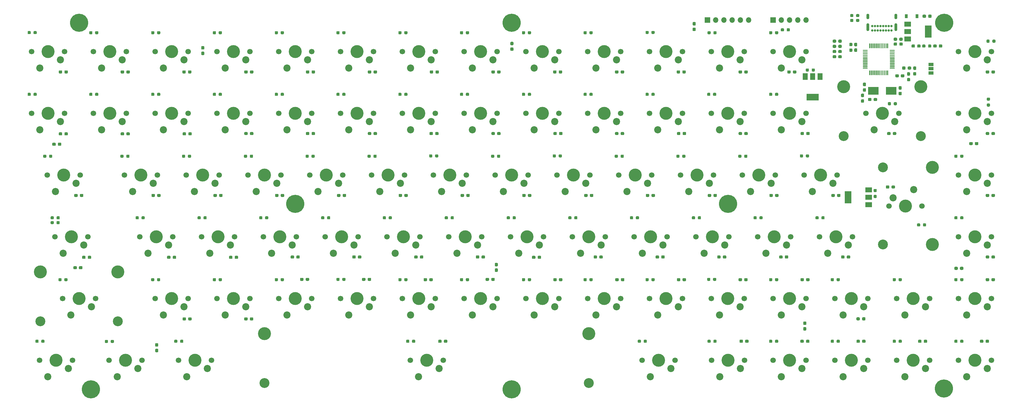
<source format=gbr>
%TF.GenerationSoftware,KiCad,Pcbnew,(5.1.9)-1*%
%TF.CreationDate,2021-03-19T21:04:42+01:00*%
%TF.ProjectId,mkb_01,6d6b625f-3031-42e6-9b69-6361645f7063,rev?*%
%TF.SameCoordinates,Original*%
%TF.FileFunction,Soldermask,Bot*%
%TF.FilePolarity,Negative*%
%FSLAX46Y46*%
G04 Gerber Fmt 4.6, Leading zero omitted, Abs format (unit mm)*
G04 Created by KiCad (PCBNEW (5.1.9)-1) date 2021-03-19 21:04:42*
%MOMM*%
%LPD*%
G01*
G04 APERTURE LIST*
%ADD10C,2.200000*%
%ADD11C,4.000000*%
%ADD12C,1.700000*%
%ADD13C,3.050000*%
%ADD14R,0.900000X1.200000*%
%ADD15R,1.500000X1.000000*%
%ADD16R,1.700000X1.700000*%
%ADD17O,1.700000X1.700000*%
%ADD18R,2.000000X3.800000*%
%ADD19R,2.000000X1.500000*%
%ADD20R,1.500000X2.000000*%
%ADD21R,3.800000X2.000000*%
%ADD22C,0.700000*%
%ADD23O,0.900000X2.400000*%
%ADD24O,0.900000X1.700000*%
%ADD25C,3.600000*%
%ADD26C,5.600000*%
%ADD27R,3.325000X2.400000*%
G04 APERTURE END LIST*
%TO.C,C6*%
G36*
G01*
X330800000Y-73462500D02*
X330800000Y-73937500D01*
G75*
G02*
X330562500Y-74175000I-237500J0D01*
G01*
X329962500Y-74175000D01*
G75*
G02*
X329725000Y-73937500I0J237500D01*
G01*
X329725000Y-73462500D01*
G75*
G02*
X329962500Y-73225000I237500J0D01*
G01*
X330562500Y-73225000D01*
G75*
G02*
X330800000Y-73462500I0J-237500D01*
G01*
G37*
G36*
G01*
X329075000Y-73462500D02*
X329075000Y-73937500D01*
G75*
G02*
X328837500Y-74175000I-237500J0D01*
G01*
X328237500Y-74175000D01*
G75*
G02*
X328000000Y-73937500I0J237500D01*
G01*
X328000000Y-73462500D01*
G75*
G02*
X328237500Y-73225000I237500J0D01*
G01*
X328837500Y-73225000D01*
G75*
G02*
X329075000Y-73462500I0J-237500D01*
G01*
G37*
%TD*%
%TO.C,C3*%
G36*
G01*
X313462500Y-65900000D02*
X313937500Y-65900000D01*
G75*
G02*
X314175000Y-66137500I0J-237500D01*
G01*
X314175000Y-66737500D01*
G75*
G02*
X313937500Y-66975000I-237500J0D01*
G01*
X313462500Y-66975000D01*
G75*
G02*
X313225000Y-66737500I0J237500D01*
G01*
X313225000Y-66137500D01*
G75*
G02*
X313462500Y-65900000I237500J0D01*
G01*
G37*
G36*
G01*
X313462500Y-67625000D02*
X313937500Y-67625000D01*
G75*
G02*
X314175000Y-67862500I0J-237500D01*
G01*
X314175000Y-68462500D01*
G75*
G02*
X313937500Y-68700000I-237500J0D01*
G01*
X313462500Y-68700000D01*
G75*
G02*
X313225000Y-68462500I0J237500D01*
G01*
X313225000Y-67862500D01*
G75*
G02*
X313462500Y-67625000I237500J0D01*
G01*
G37*
%TD*%
D10*
%TO.C,F2*%
X100300000Y-73700000D03*
X106650000Y-71160000D03*
D11*
X102840000Y-68620000D03*
D12*
X107920000Y-68620000D03*
X97760000Y-68620000D03*
%TD*%
D10*
%TO.C,^1*%
X62200000Y-92750000D03*
X68550000Y-90210000D03*
D11*
X64740000Y-87670000D03*
D12*
X69820000Y-87670000D03*
X59660000Y-87670000D03*
%TD*%
%TO.C,A1*%
X93010000Y-125770000D03*
X103170000Y-125770000D03*
D11*
X98090000Y-125770000D03*
D10*
X101900000Y-128310000D03*
X95550000Y-130850000D03*
%TD*%
%TO.C,ALT1*%
X107470000Y-168950000D03*
X113820000Y-166410000D03*
D11*
X110010000Y-163870000D03*
D12*
X115090000Y-163870000D03*
X104930000Y-163870000D03*
%TD*%
D10*
%TO.C,ALTGR1*%
X250350000Y-168950000D03*
X256700000Y-166410000D03*
D11*
X252890000Y-163870000D03*
D12*
X257970000Y-163870000D03*
X247810000Y-163870000D03*
%TD*%
D10*
%TO.C,B1*%
X195545000Y-149900000D03*
X201895000Y-147360000D03*
D11*
X198085000Y-144820000D03*
D12*
X203165000Y-144820000D03*
X193005000Y-144820000D03*
%TD*%
%TO.C,BACKSLASH1*%
X288260000Y-87670000D03*
X298420000Y-87670000D03*
D11*
X293340000Y-87670000D03*
D10*
X297150000Y-90210000D03*
X290800000Y-92750000D03*
%TD*%
%TO.C,BACKSPACE1*%
X319375000Y-92750000D03*
X325725000Y-90210000D03*
D11*
X321915000Y-87670000D03*
D12*
X326995000Y-87670000D03*
X316835000Y-87670000D03*
D11*
X310015000Y-79430000D03*
X333815000Y-79430000D03*
D13*
X333815000Y-94670000D03*
X310015000Y-94670000D03*
%TD*%
%TO.C,C1*%
G36*
G01*
X336025000Y-57937500D02*
X336025000Y-57462500D01*
G75*
G02*
X336262500Y-57225000I237500J0D01*
G01*
X336862500Y-57225000D01*
G75*
G02*
X337100000Y-57462500I0J-237500D01*
G01*
X337100000Y-57937500D01*
G75*
G02*
X336862500Y-58175000I-237500J0D01*
G01*
X336262500Y-58175000D01*
G75*
G02*
X336025000Y-57937500I0J237500D01*
G01*
G37*
G36*
G01*
X334300000Y-57937500D02*
X334300000Y-57462500D01*
G75*
G02*
X334537500Y-57225000I237500J0D01*
G01*
X335137500Y-57225000D01*
G75*
G02*
X335375000Y-57462500I0J-237500D01*
G01*
X335375000Y-57937500D01*
G75*
G02*
X335137500Y-58175000I-237500J0D01*
G01*
X334537500Y-58175000D01*
G75*
G02*
X334300000Y-57937500I0J237500D01*
G01*
G37*
%TD*%
%TO.C,C2*%
G36*
G01*
X327625000Y-76337500D02*
X327625000Y-75862500D01*
G75*
G02*
X327862500Y-75625000I237500J0D01*
G01*
X328462500Y-75625000D01*
G75*
G02*
X328700000Y-75862500I0J-237500D01*
G01*
X328700000Y-76337500D01*
G75*
G02*
X328462500Y-76575000I-237500J0D01*
G01*
X327862500Y-76575000D01*
G75*
G02*
X327625000Y-76337500I0J237500D01*
G01*
G37*
G36*
G01*
X325900000Y-76337500D02*
X325900000Y-75862500D01*
G75*
G02*
X326137500Y-75625000I237500J0D01*
G01*
X326737500Y-75625000D01*
G75*
G02*
X326975000Y-75862500I0J-237500D01*
G01*
X326975000Y-76337500D01*
G75*
G02*
X326737500Y-76575000I-237500J0D01*
G01*
X326137500Y-76575000D01*
G75*
G02*
X325900000Y-76337500I0J237500D01*
G01*
G37*
%TD*%
%TO.C,C4*%
G36*
G01*
X340400000Y-66662500D02*
X340400000Y-67137500D01*
G75*
G02*
X340162500Y-67375000I-237500J0D01*
G01*
X339562500Y-67375000D01*
G75*
G02*
X339325000Y-67137500I0J237500D01*
G01*
X339325000Y-66662500D01*
G75*
G02*
X339562500Y-66425000I237500J0D01*
G01*
X340162500Y-66425000D01*
G75*
G02*
X340400000Y-66662500I0J-237500D01*
G01*
G37*
G36*
G01*
X338675000Y-66662500D02*
X338675000Y-67137500D01*
G75*
G02*
X338437500Y-67375000I-237500J0D01*
G01*
X337837500Y-67375000D01*
G75*
G02*
X337600000Y-67137500I0J237500D01*
G01*
X337600000Y-66662500D01*
G75*
G02*
X337837500Y-66425000I237500J0D01*
G01*
X338437500Y-66425000D01*
G75*
G02*
X338675000Y-66662500I0J-237500D01*
G01*
G37*
%TD*%
%TO.C,C5*%
G36*
G01*
X327125000Y-65037500D02*
X327125000Y-64562500D01*
G75*
G02*
X327362500Y-64325000I237500J0D01*
G01*
X327962500Y-64325000D01*
G75*
G02*
X328200000Y-64562500I0J-237500D01*
G01*
X328200000Y-65037500D01*
G75*
G02*
X327962500Y-65275000I-237500J0D01*
G01*
X327362500Y-65275000D01*
G75*
G02*
X327125000Y-65037500I0J237500D01*
G01*
G37*
G36*
G01*
X325400000Y-65037500D02*
X325400000Y-64562500D01*
G75*
G02*
X325637500Y-64325000I237500J0D01*
G01*
X326237500Y-64325000D01*
G75*
G02*
X326475000Y-64562500I0J-237500D01*
G01*
X326475000Y-65037500D01*
G75*
G02*
X326237500Y-65275000I-237500J0D01*
G01*
X325637500Y-65275000D01*
G75*
G02*
X325400000Y-65037500I0J237500D01*
G01*
G37*
%TD*%
%TO.C,C7*%
G36*
G01*
X316162500Y-78200000D02*
X316637500Y-78200000D01*
G75*
G02*
X316875000Y-78437500I0J-237500D01*
G01*
X316875000Y-79037500D01*
G75*
G02*
X316637500Y-79275000I-237500J0D01*
G01*
X316162500Y-79275000D01*
G75*
G02*
X315925000Y-79037500I0J237500D01*
G01*
X315925000Y-78437500D01*
G75*
G02*
X316162500Y-78200000I237500J0D01*
G01*
G37*
G36*
G01*
X316162500Y-79925000D02*
X316637500Y-79925000D01*
G75*
G02*
X316875000Y-80162500I0J-237500D01*
G01*
X316875000Y-80762500D01*
G75*
G02*
X316637500Y-81000000I-237500J0D01*
G01*
X316162500Y-81000000D01*
G75*
G02*
X315925000Y-80762500I0J237500D01*
G01*
X315925000Y-80162500D01*
G75*
G02*
X316162500Y-79925000I237500J0D01*
G01*
G37*
%TD*%
D12*
%TO.C,C8*%
X154905000Y-144820000D03*
X165065000Y-144820000D03*
D11*
X159985000Y-144820000D03*
D10*
X163795000Y-147360000D03*
X157445000Y-149900000D03*
%TD*%
%TO.C,CAPS1*%
X69350000Y-130850000D03*
X75700000Y-128310000D03*
D11*
X71890000Y-125770000D03*
D12*
X76970000Y-125770000D03*
X66810000Y-125770000D03*
%TD*%
%TO.C,COMMA1*%
X250155000Y-144820000D03*
X260315000Y-144820000D03*
D11*
X255235000Y-144820000D03*
D10*
X259045000Y-147360000D03*
X252695000Y-149900000D03*
%TD*%
D14*
%TO.C,D1*%
X332550000Y-57700000D03*
X329250000Y-57700000D03*
%TD*%
%TO.C,D2*%
G36*
G01*
X330900000Y-67137500D02*
X330900000Y-66662500D01*
G75*
G02*
X331137500Y-66425000I237500J0D01*
G01*
X331712500Y-66425000D01*
G75*
G02*
X331950000Y-66662500I0J-237500D01*
G01*
X331950000Y-67137500D01*
G75*
G02*
X331712500Y-67375000I-237500J0D01*
G01*
X331137500Y-67375000D01*
G75*
G02*
X330900000Y-67137500I0J237500D01*
G01*
G37*
G36*
G01*
X332650000Y-67137500D02*
X332650000Y-66662500D01*
G75*
G02*
X332887500Y-66425000I237500J0D01*
G01*
X333462500Y-66425000D01*
G75*
G02*
X333700000Y-66662500I0J-237500D01*
G01*
X333700000Y-67137500D01*
G75*
G02*
X333462500Y-67375000I-237500J0D01*
G01*
X332887500Y-67375000D01*
G75*
G02*
X332650000Y-67137500I0J237500D01*
G01*
G37*
%TD*%
%TO.C,D3*%
G36*
G01*
X68000000Y-75137500D02*
X68000000Y-74662500D01*
G75*
G02*
X68237500Y-74425000I237500J0D01*
G01*
X68812500Y-74425000D01*
G75*
G02*
X69050000Y-74662500I0J-237500D01*
G01*
X69050000Y-75137500D01*
G75*
G02*
X68812500Y-75375000I-237500J0D01*
G01*
X68237500Y-75375000D01*
G75*
G02*
X68000000Y-75137500I0J237500D01*
G01*
G37*
G36*
G01*
X69750000Y-75137500D02*
X69750000Y-74662500D01*
G75*
G02*
X69987500Y-74425000I237500J0D01*
G01*
X70562500Y-74425000D01*
G75*
G02*
X70800000Y-74662500I0J-237500D01*
G01*
X70800000Y-75137500D01*
G75*
G02*
X70562500Y-75375000I-237500J0D01*
G01*
X69987500Y-75375000D01*
G75*
G02*
X69750000Y-75137500I0J237500D01*
G01*
G37*
%TD*%
%TO.C,D4*%
G36*
G01*
X69750000Y-94237500D02*
X69750000Y-93762500D01*
G75*
G02*
X69987500Y-93525000I237500J0D01*
G01*
X70562500Y-93525000D01*
G75*
G02*
X70800000Y-93762500I0J-237500D01*
G01*
X70800000Y-94237500D01*
G75*
G02*
X70562500Y-94475000I-237500J0D01*
G01*
X69987500Y-94475000D01*
G75*
G02*
X69750000Y-94237500I0J237500D01*
G01*
G37*
G36*
G01*
X68000000Y-94237500D02*
X68000000Y-93762500D01*
G75*
G02*
X68237500Y-93525000I237500J0D01*
G01*
X68812500Y-93525000D01*
G75*
G02*
X69050000Y-93762500I0J-237500D01*
G01*
X69050000Y-94237500D01*
G75*
G02*
X68812500Y-94475000I-237500J0D01*
G01*
X68237500Y-94475000D01*
G75*
G02*
X68000000Y-94237500I0J237500D01*
G01*
G37*
%TD*%
%TO.C,D5*%
G36*
G01*
X72775000Y-113237500D02*
X72775000Y-112762500D01*
G75*
G02*
X73012500Y-112525000I237500J0D01*
G01*
X73587500Y-112525000D01*
G75*
G02*
X73825000Y-112762500I0J-237500D01*
G01*
X73825000Y-113237500D01*
G75*
G02*
X73587500Y-113475000I-237500J0D01*
G01*
X73012500Y-113475000D01*
G75*
G02*
X72775000Y-113237500I0J237500D01*
G01*
G37*
G36*
G01*
X74525000Y-113237500D02*
X74525000Y-112762500D01*
G75*
G02*
X74762500Y-112525000I237500J0D01*
G01*
X75337500Y-112525000D01*
G75*
G02*
X75575000Y-112762500I0J-237500D01*
G01*
X75575000Y-113237500D01*
G75*
G02*
X75337500Y-113475000I-237500J0D01*
G01*
X74762500Y-113475000D01*
G75*
G02*
X74525000Y-113237500I0J237500D01*
G01*
G37*
%TD*%
%TO.C,D6*%
G36*
G01*
X76950000Y-132337500D02*
X76950000Y-131862500D01*
G75*
G02*
X77187500Y-131625000I237500J0D01*
G01*
X77762500Y-131625000D01*
G75*
G02*
X78000000Y-131862500I0J-237500D01*
G01*
X78000000Y-132337500D01*
G75*
G02*
X77762500Y-132575000I-237500J0D01*
G01*
X77187500Y-132575000D01*
G75*
G02*
X76950000Y-132337500I0J237500D01*
G01*
G37*
G36*
G01*
X75200000Y-132337500D02*
X75200000Y-131862500D01*
G75*
G02*
X75437500Y-131625000I237500J0D01*
G01*
X76012500Y-131625000D01*
G75*
G02*
X76250000Y-131862500I0J-237500D01*
G01*
X76250000Y-132337500D01*
G75*
G02*
X76012500Y-132575000I-237500J0D01*
G01*
X75437500Y-132575000D01*
G75*
G02*
X75200000Y-132337500I0J237500D01*
G01*
G37*
%TD*%
%TO.C,D7*%
G36*
G01*
X107920000Y-151337500D02*
X107920000Y-150862500D01*
G75*
G02*
X108157500Y-150625000I237500J0D01*
G01*
X108732500Y-150625000D01*
G75*
G02*
X108970000Y-150862500I0J-237500D01*
G01*
X108970000Y-151337500D01*
G75*
G02*
X108732500Y-151575000I-237500J0D01*
G01*
X108157500Y-151575000D01*
G75*
G02*
X107920000Y-151337500I0J237500D01*
G01*
G37*
G36*
G01*
X106170000Y-151337500D02*
X106170000Y-150862500D01*
G75*
G02*
X106407500Y-150625000I237500J0D01*
G01*
X106982500Y-150625000D01*
G75*
G02*
X107220000Y-150862500I0J-237500D01*
G01*
X107220000Y-151337500D01*
G75*
G02*
X106982500Y-151575000I-237500J0D01*
G01*
X106407500Y-151575000D01*
G75*
G02*
X106170000Y-151337500I0J237500D01*
G01*
G37*
%TD*%
%TO.C,D8*%
G36*
G01*
X88850000Y-75137500D02*
X88850000Y-74662500D01*
G75*
G02*
X89087500Y-74425000I237500J0D01*
G01*
X89662500Y-74425000D01*
G75*
G02*
X89900000Y-74662500I0J-237500D01*
G01*
X89900000Y-75137500D01*
G75*
G02*
X89662500Y-75375000I-237500J0D01*
G01*
X89087500Y-75375000D01*
G75*
G02*
X88850000Y-75137500I0J237500D01*
G01*
G37*
G36*
G01*
X87100000Y-75137500D02*
X87100000Y-74662500D01*
G75*
G02*
X87337500Y-74425000I237500J0D01*
G01*
X87912500Y-74425000D01*
G75*
G02*
X88150000Y-74662500I0J-237500D01*
G01*
X88150000Y-75137500D01*
G75*
G02*
X87912500Y-75375000I-237500J0D01*
G01*
X87337500Y-75375000D01*
G75*
G02*
X87100000Y-75137500I0J237500D01*
G01*
G37*
%TD*%
%TO.C,D9*%
G36*
G01*
X88850000Y-94237500D02*
X88850000Y-93762500D01*
G75*
G02*
X89087500Y-93525000I237500J0D01*
G01*
X89662500Y-93525000D01*
G75*
G02*
X89900000Y-93762500I0J-237500D01*
G01*
X89900000Y-94237500D01*
G75*
G02*
X89662500Y-94475000I-237500J0D01*
G01*
X89087500Y-94475000D01*
G75*
G02*
X88850000Y-94237500I0J237500D01*
G01*
G37*
G36*
G01*
X87100000Y-94237500D02*
X87100000Y-93762500D01*
G75*
G02*
X87337500Y-93525000I237500J0D01*
G01*
X87912500Y-93525000D01*
G75*
G02*
X88150000Y-93762500I0J-237500D01*
G01*
X88150000Y-94237500D01*
G75*
G02*
X87912500Y-94475000I-237500J0D01*
G01*
X87337500Y-94475000D01*
G75*
G02*
X87100000Y-94237500I0J237500D01*
G01*
G37*
%TD*%
%TO.C,D10*%
G36*
G01*
X98350000Y-113237500D02*
X98350000Y-112762500D01*
G75*
G02*
X98587500Y-112525000I237500J0D01*
G01*
X99162500Y-112525000D01*
G75*
G02*
X99400000Y-112762500I0J-237500D01*
G01*
X99400000Y-113237500D01*
G75*
G02*
X99162500Y-113475000I-237500J0D01*
G01*
X98587500Y-113475000D01*
G75*
G02*
X98350000Y-113237500I0J237500D01*
G01*
G37*
G36*
G01*
X96600000Y-113237500D02*
X96600000Y-112762500D01*
G75*
G02*
X96837500Y-112525000I237500J0D01*
G01*
X97412500Y-112525000D01*
G75*
G02*
X97650000Y-112762500I0J-237500D01*
G01*
X97650000Y-113237500D01*
G75*
G02*
X97412500Y-113475000I-237500J0D01*
G01*
X96837500Y-113475000D01*
G75*
G02*
X96600000Y-113237500I0J237500D01*
G01*
G37*
%TD*%
%TO.C,D11*%
G36*
G01*
X101400000Y-132337500D02*
X101400000Y-131862500D01*
G75*
G02*
X101637500Y-131625000I237500J0D01*
G01*
X102212500Y-131625000D01*
G75*
G02*
X102450000Y-131862500I0J-237500D01*
G01*
X102450000Y-132337500D01*
G75*
G02*
X102212500Y-132575000I-237500J0D01*
G01*
X101637500Y-132575000D01*
G75*
G02*
X101400000Y-132337500I0J237500D01*
G01*
G37*
G36*
G01*
X103150000Y-132337500D02*
X103150000Y-131862500D01*
G75*
G02*
X103387500Y-131625000I237500J0D01*
G01*
X103962500Y-131625000D01*
G75*
G02*
X104200000Y-131862500I0J-237500D01*
G01*
X104200000Y-132337500D01*
G75*
G02*
X103962500Y-132575000I-237500J0D01*
G01*
X103387500Y-132575000D01*
G75*
G02*
X103150000Y-132337500I0J237500D01*
G01*
G37*
%TD*%
%TO.C,D12*%
G36*
G01*
X125170000Y-151337500D02*
X125170000Y-150862500D01*
G75*
G02*
X125407500Y-150625000I237500J0D01*
G01*
X125982500Y-150625000D01*
G75*
G02*
X126220000Y-150862500I0J-237500D01*
G01*
X126220000Y-151337500D01*
G75*
G02*
X125982500Y-151575000I-237500J0D01*
G01*
X125407500Y-151575000D01*
G75*
G02*
X125170000Y-151337500I0J237500D01*
G01*
G37*
G36*
G01*
X126920000Y-151337500D02*
X126920000Y-150862500D01*
G75*
G02*
X127157500Y-150625000I237500J0D01*
G01*
X127732500Y-150625000D01*
G75*
G02*
X127970000Y-150862500I0J-237500D01*
G01*
X127970000Y-151337500D01*
G75*
G02*
X127732500Y-151575000I-237500J0D01*
G01*
X127157500Y-151575000D01*
G75*
G02*
X126920000Y-151337500I0J237500D01*
G01*
G37*
%TD*%
%TO.C,D13*%
G36*
G01*
X107850000Y-75137500D02*
X107850000Y-74662500D01*
G75*
G02*
X108087500Y-74425000I237500J0D01*
G01*
X108662500Y-74425000D01*
G75*
G02*
X108900000Y-74662500I0J-237500D01*
G01*
X108900000Y-75137500D01*
G75*
G02*
X108662500Y-75375000I-237500J0D01*
G01*
X108087500Y-75375000D01*
G75*
G02*
X107850000Y-75137500I0J237500D01*
G01*
G37*
G36*
G01*
X106100000Y-75137500D02*
X106100000Y-74662500D01*
G75*
G02*
X106337500Y-74425000I237500J0D01*
G01*
X106912500Y-74425000D01*
G75*
G02*
X107150000Y-74662500I0J-237500D01*
G01*
X107150000Y-75137500D01*
G75*
G02*
X106912500Y-75375000I-237500J0D01*
G01*
X106337500Y-75375000D01*
G75*
G02*
X106100000Y-75137500I0J237500D01*
G01*
G37*
%TD*%
%TO.C,D14*%
G36*
G01*
X106200000Y-94237500D02*
X106200000Y-93762500D01*
G75*
G02*
X106437500Y-93525000I237500J0D01*
G01*
X107012500Y-93525000D01*
G75*
G02*
X107250000Y-93762500I0J-237500D01*
G01*
X107250000Y-94237500D01*
G75*
G02*
X107012500Y-94475000I-237500J0D01*
G01*
X106437500Y-94475000D01*
G75*
G02*
X106200000Y-94237500I0J237500D01*
G01*
G37*
G36*
G01*
X107950000Y-94237500D02*
X107950000Y-93762500D01*
G75*
G02*
X108187500Y-93525000I237500J0D01*
G01*
X108762500Y-93525000D01*
G75*
G02*
X109000000Y-93762500I0J-237500D01*
G01*
X109000000Y-94237500D01*
G75*
G02*
X108762500Y-94475000I-237500J0D01*
G01*
X108187500Y-94475000D01*
G75*
G02*
X107950000Y-94237500I0J237500D01*
G01*
G37*
%TD*%
%TO.C,D15*%
G36*
G01*
X115700000Y-113237500D02*
X115700000Y-112762500D01*
G75*
G02*
X115937500Y-112525000I237500J0D01*
G01*
X116512500Y-112525000D01*
G75*
G02*
X116750000Y-112762500I0J-237500D01*
G01*
X116750000Y-113237500D01*
G75*
G02*
X116512500Y-113475000I-237500J0D01*
G01*
X115937500Y-113475000D01*
G75*
G02*
X115700000Y-113237500I0J237500D01*
G01*
G37*
G36*
G01*
X117450000Y-113237500D02*
X117450000Y-112762500D01*
G75*
G02*
X117687500Y-112525000I237500J0D01*
G01*
X118262500Y-112525000D01*
G75*
G02*
X118500000Y-112762500I0J-237500D01*
G01*
X118500000Y-113237500D01*
G75*
G02*
X118262500Y-113475000I-237500J0D01*
G01*
X117687500Y-113475000D01*
G75*
G02*
X117450000Y-113237500I0J237500D01*
G01*
G37*
%TD*%
%TO.C,D16*%
G36*
G01*
X122250000Y-132337500D02*
X122250000Y-131862500D01*
G75*
G02*
X122487500Y-131625000I237500J0D01*
G01*
X123062500Y-131625000D01*
G75*
G02*
X123300000Y-131862500I0J-237500D01*
G01*
X123300000Y-132337500D01*
G75*
G02*
X123062500Y-132575000I-237500J0D01*
G01*
X122487500Y-132575000D01*
G75*
G02*
X122250000Y-132337500I0J237500D01*
G01*
G37*
G36*
G01*
X120500000Y-132337500D02*
X120500000Y-131862500D01*
G75*
G02*
X120737500Y-131625000I237500J0D01*
G01*
X121312500Y-131625000D01*
G75*
G02*
X121550000Y-131862500I0J-237500D01*
G01*
X121550000Y-132337500D01*
G75*
G02*
X121312500Y-132575000I-237500J0D01*
G01*
X120737500Y-132575000D01*
G75*
G02*
X120500000Y-132337500I0J237500D01*
G01*
G37*
%TD*%
%TO.C,D17*%
G36*
G01*
X143450000Y-138662500D02*
X143450000Y-139137500D01*
G75*
G02*
X143212500Y-139375000I-237500J0D01*
G01*
X142637500Y-139375000D01*
G75*
G02*
X142400000Y-139137500I0J237500D01*
G01*
X142400000Y-138662500D01*
G75*
G02*
X142637500Y-138425000I237500J0D01*
G01*
X143212500Y-138425000D01*
G75*
G02*
X143450000Y-138662500I0J-237500D01*
G01*
G37*
G36*
G01*
X145200000Y-138662500D02*
X145200000Y-139137500D01*
G75*
G02*
X144962500Y-139375000I-237500J0D01*
G01*
X144387500Y-139375000D01*
G75*
G02*
X144150000Y-139137500I0J237500D01*
G01*
X144150000Y-138662500D01*
G75*
G02*
X144387500Y-138425000I237500J0D01*
G01*
X144962500Y-138425000D01*
G75*
G02*
X145200000Y-138662500I0J-237500D01*
G01*
G37*
%TD*%
D10*
%TO.C,D18*%
X133650000Y-130850000D03*
X140000000Y-128310000D03*
D11*
X136190000Y-125770000D03*
D12*
X141270000Y-125770000D03*
X131110000Y-125770000D03*
%TD*%
%TO.C,D19*%
G36*
G01*
X126950000Y-75137500D02*
X126950000Y-74662500D01*
G75*
G02*
X127187500Y-74425000I237500J0D01*
G01*
X127762500Y-74425000D01*
G75*
G02*
X128000000Y-74662500I0J-237500D01*
G01*
X128000000Y-75137500D01*
G75*
G02*
X127762500Y-75375000I-237500J0D01*
G01*
X127187500Y-75375000D01*
G75*
G02*
X126950000Y-75137500I0J237500D01*
G01*
G37*
G36*
G01*
X125200000Y-75137500D02*
X125200000Y-74662500D01*
G75*
G02*
X125437500Y-74425000I237500J0D01*
G01*
X126012500Y-74425000D01*
G75*
G02*
X126250000Y-74662500I0J-237500D01*
G01*
X126250000Y-75137500D01*
G75*
G02*
X126012500Y-75375000I-237500J0D01*
G01*
X125437500Y-75375000D01*
G75*
G02*
X125200000Y-75137500I0J237500D01*
G01*
G37*
%TD*%
%TO.C,D20*%
G36*
G01*
X125200000Y-94137500D02*
X125200000Y-93662500D01*
G75*
G02*
X125437500Y-93425000I237500J0D01*
G01*
X126012500Y-93425000D01*
G75*
G02*
X126250000Y-93662500I0J-237500D01*
G01*
X126250000Y-94137500D01*
G75*
G02*
X126012500Y-94375000I-237500J0D01*
G01*
X125437500Y-94375000D01*
G75*
G02*
X125200000Y-94137500I0J237500D01*
G01*
G37*
G36*
G01*
X126950000Y-94137500D02*
X126950000Y-93662500D01*
G75*
G02*
X127187500Y-93425000I237500J0D01*
G01*
X127762500Y-93425000D01*
G75*
G02*
X128000000Y-93662500I0J-237500D01*
G01*
X128000000Y-94137500D01*
G75*
G02*
X127762500Y-94375000I-237500J0D01*
G01*
X127187500Y-94375000D01*
G75*
G02*
X126950000Y-94137500I0J237500D01*
G01*
G37*
%TD*%
%TO.C,D21*%
G36*
G01*
X136450000Y-113237500D02*
X136450000Y-112762500D01*
G75*
G02*
X136687500Y-112525000I237500J0D01*
G01*
X137262500Y-112525000D01*
G75*
G02*
X137500000Y-112762500I0J-237500D01*
G01*
X137500000Y-113237500D01*
G75*
G02*
X137262500Y-113475000I-237500J0D01*
G01*
X136687500Y-113475000D01*
G75*
G02*
X136450000Y-113237500I0J237500D01*
G01*
G37*
G36*
G01*
X134700000Y-113237500D02*
X134700000Y-112762500D01*
G75*
G02*
X134937500Y-112525000I237500J0D01*
G01*
X135512500Y-112525000D01*
G75*
G02*
X135750000Y-112762500I0J-237500D01*
G01*
X135750000Y-113237500D01*
G75*
G02*
X135512500Y-113475000I-237500J0D01*
G01*
X134937500Y-113475000D01*
G75*
G02*
X134700000Y-113237500I0J237500D01*
G01*
G37*
%TD*%
%TO.C,D22*%
G36*
G01*
X141250000Y-132237500D02*
X141250000Y-131762500D01*
G75*
G02*
X141487500Y-131525000I237500J0D01*
G01*
X142062500Y-131525000D01*
G75*
G02*
X142300000Y-131762500I0J-237500D01*
G01*
X142300000Y-132237500D01*
G75*
G02*
X142062500Y-132475000I-237500J0D01*
G01*
X141487500Y-132475000D01*
G75*
G02*
X141250000Y-132237500I0J237500D01*
G01*
G37*
G36*
G01*
X139500000Y-132237500D02*
X139500000Y-131762500D01*
G75*
G02*
X139737500Y-131525000I237500J0D01*
G01*
X140312500Y-131525000D01*
G75*
G02*
X140550000Y-131762500I0J-237500D01*
G01*
X140550000Y-132237500D01*
G75*
G02*
X140312500Y-132475000I-237500J0D01*
G01*
X139737500Y-132475000D01*
G75*
G02*
X139500000Y-132237500I0J237500D01*
G01*
G37*
%TD*%
%TO.C,D23*%
G36*
G01*
X164300000Y-138662500D02*
X164300000Y-139137500D01*
G75*
G02*
X164062500Y-139375000I-237500J0D01*
G01*
X163487500Y-139375000D01*
G75*
G02*
X163250000Y-139137500I0J237500D01*
G01*
X163250000Y-138662500D01*
G75*
G02*
X163487500Y-138425000I237500J0D01*
G01*
X164062500Y-138425000D01*
G75*
G02*
X164300000Y-138662500I0J-237500D01*
G01*
G37*
G36*
G01*
X162550000Y-138662500D02*
X162550000Y-139137500D01*
G75*
G02*
X162312500Y-139375000I-237500J0D01*
G01*
X161737500Y-139375000D01*
G75*
G02*
X161500000Y-139137500I0J237500D01*
G01*
X161500000Y-138662500D01*
G75*
G02*
X161737500Y-138425000I237500J0D01*
G01*
X162312500Y-138425000D01*
G75*
G02*
X162550000Y-138662500I0J-237500D01*
G01*
G37*
%TD*%
%TO.C,D24*%
G36*
G01*
X145950000Y-75137500D02*
X145950000Y-74662500D01*
G75*
G02*
X146187500Y-74425000I237500J0D01*
G01*
X146762500Y-74425000D01*
G75*
G02*
X147000000Y-74662500I0J-237500D01*
G01*
X147000000Y-75137500D01*
G75*
G02*
X146762500Y-75375000I-237500J0D01*
G01*
X146187500Y-75375000D01*
G75*
G02*
X145950000Y-75137500I0J237500D01*
G01*
G37*
G36*
G01*
X144200000Y-75137500D02*
X144200000Y-74662500D01*
G75*
G02*
X144437500Y-74425000I237500J0D01*
G01*
X145012500Y-74425000D01*
G75*
G02*
X145250000Y-74662500I0J-237500D01*
G01*
X145250000Y-75137500D01*
G75*
G02*
X145012500Y-75375000I-237500J0D01*
G01*
X144437500Y-75375000D01*
G75*
G02*
X144200000Y-75137500I0J237500D01*
G01*
G37*
%TD*%
%TO.C,D25*%
G36*
G01*
X145950000Y-94137500D02*
X145950000Y-93662500D01*
G75*
G02*
X146187500Y-93425000I237500J0D01*
G01*
X146762500Y-93425000D01*
G75*
G02*
X147000000Y-93662500I0J-237500D01*
G01*
X147000000Y-94137500D01*
G75*
G02*
X146762500Y-94375000I-237500J0D01*
G01*
X146187500Y-94375000D01*
G75*
G02*
X145950000Y-94137500I0J237500D01*
G01*
G37*
G36*
G01*
X144200000Y-94137500D02*
X144200000Y-93662500D01*
G75*
G02*
X144437500Y-93425000I237500J0D01*
G01*
X145012500Y-93425000D01*
G75*
G02*
X145250000Y-93662500I0J-237500D01*
G01*
X145250000Y-94137500D01*
G75*
G02*
X145012500Y-94375000I-237500J0D01*
G01*
X144437500Y-94375000D01*
G75*
G02*
X144200000Y-94137500I0J237500D01*
G01*
G37*
%TD*%
%TO.C,D26*%
G36*
G01*
X153800000Y-113237500D02*
X153800000Y-112762500D01*
G75*
G02*
X154037500Y-112525000I237500J0D01*
G01*
X154612500Y-112525000D01*
G75*
G02*
X154850000Y-112762500I0J-237500D01*
G01*
X154850000Y-113237500D01*
G75*
G02*
X154612500Y-113475000I-237500J0D01*
G01*
X154037500Y-113475000D01*
G75*
G02*
X153800000Y-113237500I0J237500D01*
G01*
G37*
G36*
G01*
X155550000Y-113237500D02*
X155550000Y-112762500D01*
G75*
G02*
X155787500Y-112525000I237500J0D01*
G01*
X156362500Y-112525000D01*
G75*
G02*
X156600000Y-112762500I0J-237500D01*
G01*
X156600000Y-113237500D01*
G75*
G02*
X156362500Y-113475000I-237500J0D01*
G01*
X155787500Y-113475000D01*
G75*
G02*
X155550000Y-113237500I0J237500D01*
G01*
G37*
%TD*%
%TO.C,D27*%
G36*
G01*
X160250000Y-132237500D02*
X160250000Y-131762500D01*
G75*
G02*
X160487500Y-131525000I237500J0D01*
G01*
X161062500Y-131525000D01*
G75*
G02*
X161300000Y-131762500I0J-237500D01*
G01*
X161300000Y-132237500D01*
G75*
G02*
X161062500Y-132475000I-237500J0D01*
G01*
X160487500Y-132475000D01*
G75*
G02*
X160250000Y-132237500I0J237500D01*
G01*
G37*
G36*
G01*
X158500000Y-132237500D02*
X158500000Y-131762500D01*
G75*
G02*
X158737500Y-131525000I237500J0D01*
G01*
X159312500Y-131525000D01*
G75*
G02*
X159550000Y-131762500I0J-237500D01*
G01*
X159550000Y-132237500D01*
G75*
G02*
X159312500Y-132475000I-237500J0D01*
G01*
X158737500Y-132475000D01*
G75*
G02*
X158500000Y-132237500I0J237500D01*
G01*
G37*
%TD*%
%TO.C,D28*%
G36*
G01*
X181550000Y-138762500D02*
X181550000Y-139237500D01*
G75*
G02*
X181312500Y-139475000I-237500J0D01*
G01*
X180737500Y-139475000D01*
G75*
G02*
X180500000Y-139237500I0J237500D01*
G01*
X180500000Y-138762500D01*
G75*
G02*
X180737500Y-138525000I237500J0D01*
G01*
X181312500Y-138525000D01*
G75*
G02*
X181550000Y-138762500I0J-237500D01*
G01*
G37*
G36*
G01*
X183300000Y-138762500D02*
X183300000Y-139237500D01*
G75*
G02*
X183062500Y-139475000I-237500J0D01*
G01*
X182487500Y-139475000D01*
G75*
G02*
X182250000Y-139237500I0J237500D01*
G01*
X182250000Y-138762500D01*
G75*
G02*
X182487500Y-138525000I237500J0D01*
G01*
X183062500Y-138525000D01*
G75*
G02*
X183300000Y-138762500I0J-237500D01*
G01*
G37*
%TD*%
%TO.C,D29*%
G36*
G01*
X163300000Y-75137500D02*
X163300000Y-74662500D01*
G75*
G02*
X163537500Y-74425000I237500J0D01*
G01*
X164112500Y-74425000D01*
G75*
G02*
X164350000Y-74662500I0J-237500D01*
G01*
X164350000Y-75137500D01*
G75*
G02*
X164112500Y-75375000I-237500J0D01*
G01*
X163537500Y-75375000D01*
G75*
G02*
X163300000Y-75137500I0J237500D01*
G01*
G37*
G36*
G01*
X165050000Y-75137500D02*
X165050000Y-74662500D01*
G75*
G02*
X165287500Y-74425000I237500J0D01*
G01*
X165862500Y-74425000D01*
G75*
G02*
X166100000Y-74662500I0J-237500D01*
G01*
X166100000Y-75137500D01*
G75*
G02*
X165862500Y-75375000I-237500J0D01*
G01*
X165287500Y-75375000D01*
G75*
G02*
X165050000Y-75137500I0J237500D01*
G01*
G37*
%TD*%
%TO.C,D30*%
G36*
G01*
X163300000Y-94137500D02*
X163300000Y-93662500D01*
G75*
G02*
X163537500Y-93425000I237500J0D01*
G01*
X164112500Y-93425000D01*
G75*
G02*
X164350000Y-93662500I0J-237500D01*
G01*
X164350000Y-94137500D01*
G75*
G02*
X164112500Y-94375000I-237500J0D01*
G01*
X163537500Y-94375000D01*
G75*
G02*
X163300000Y-94137500I0J237500D01*
G01*
G37*
G36*
G01*
X165050000Y-94137500D02*
X165050000Y-93662500D01*
G75*
G02*
X165287500Y-93425000I237500J0D01*
G01*
X165862500Y-93425000D01*
G75*
G02*
X166100000Y-93662500I0J-237500D01*
G01*
X166100000Y-94137500D01*
G75*
G02*
X165862500Y-94375000I-237500J0D01*
G01*
X165287500Y-94375000D01*
G75*
G02*
X165050000Y-94137500I0J237500D01*
G01*
G37*
%TD*%
%TO.C,D31*%
G36*
G01*
X174550000Y-113237500D02*
X174550000Y-112762500D01*
G75*
G02*
X174787500Y-112525000I237500J0D01*
G01*
X175362500Y-112525000D01*
G75*
G02*
X175600000Y-112762500I0J-237500D01*
G01*
X175600000Y-113237500D01*
G75*
G02*
X175362500Y-113475000I-237500J0D01*
G01*
X174787500Y-113475000D01*
G75*
G02*
X174550000Y-113237500I0J237500D01*
G01*
G37*
G36*
G01*
X172800000Y-113237500D02*
X172800000Y-112762500D01*
G75*
G02*
X173037500Y-112525000I237500J0D01*
G01*
X173612500Y-112525000D01*
G75*
G02*
X173850000Y-112762500I0J-237500D01*
G01*
X173850000Y-113237500D01*
G75*
G02*
X173612500Y-113475000I-237500J0D01*
G01*
X173037500Y-113475000D01*
G75*
G02*
X172800000Y-113237500I0J237500D01*
G01*
G37*
%TD*%
%TO.C,D32*%
G36*
G01*
X177600000Y-132237500D02*
X177600000Y-131762500D01*
G75*
G02*
X177837500Y-131525000I237500J0D01*
G01*
X178412500Y-131525000D01*
G75*
G02*
X178650000Y-131762500I0J-237500D01*
G01*
X178650000Y-132237500D01*
G75*
G02*
X178412500Y-132475000I-237500J0D01*
G01*
X177837500Y-132475000D01*
G75*
G02*
X177600000Y-132237500I0J237500D01*
G01*
G37*
G36*
G01*
X179350000Y-132237500D02*
X179350000Y-131762500D01*
G75*
G02*
X179587500Y-131525000I237500J0D01*
G01*
X180162500Y-131525000D01*
G75*
G02*
X180400000Y-131762500I0J-237500D01*
G01*
X180400000Y-132237500D01*
G75*
G02*
X180162500Y-132475000I-237500J0D01*
G01*
X179587500Y-132475000D01*
G75*
G02*
X179350000Y-132237500I0J237500D01*
G01*
G37*
%TD*%
%TO.C,D33*%
G36*
G01*
X202400000Y-138662500D02*
X202400000Y-139137500D01*
G75*
G02*
X202162500Y-139375000I-237500J0D01*
G01*
X201587500Y-139375000D01*
G75*
G02*
X201350000Y-139137500I0J237500D01*
G01*
X201350000Y-138662500D01*
G75*
G02*
X201587500Y-138425000I237500J0D01*
G01*
X202162500Y-138425000D01*
G75*
G02*
X202400000Y-138662500I0J-237500D01*
G01*
G37*
G36*
G01*
X200650000Y-138662500D02*
X200650000Y-139137500D01*
G75*
G02*
X200412500Y-139375000I-237500J0D01*
G01*
X199837500Y-139375000D01*
G75*
G02*
X199600000Y-139137500I0J237500D01*
G01*
X199600000Y-138662500D01*
G75*
G02*
X199837500Y-138425000I237500J0D01*
G01*
X200412500Y-138425000D01*
G75*
G02*
X200650000Y-138662500I0J-237500D01*
G01*
G37*
%TD*%
%TO.C,D34*%
G36*
G01*
X184150000Y-75137500D02*
X184150000Y-74662500D01*
G75*
G02*
X184387500Y-74425000I237500J0D01*
G01*
X184962500Y-74425000D01*
G75*
G02*
X185200000Y-74662500I0J-237500D01*
G01*
X185200000Y-75137500D01*
G75*
G02*
X184962500Y-75375000I-237500J0D01*
G01*
X184387500Y-75375000D01*
G75*
G02*
X184150000Y-75137500I0J237500D01*
G01*
G37*
G36*
G01*
X182400000Y-75137500D02*
X182400000Y-74662500D01*
G75*
G02*
X182637500Y-74425000I237500J0D01*
G01*
X183212500Y-74425000D01*
G75*
G02*
X183450000Y-74662500I0J-237500D01*
G01*
X183450000Y-75137500D01*
G75*
G02*
X183212500Y-75375000I-237500J0D01*
G01*
X182637500Y-75375000D01*
G75*
G02*
X182400000Y-75137500I0J237500D01*
G01*
G37*
%TD*%
%TO.C,D35*%
G36*
G01*
X182300000Y-94137500D02*
X182300000Y-93662500D01*
G75*
G02*
X182537500Y-93425000I237500J0D01*
G01*
X183112500Y-93425000D01*
G75*
G02*
X183350000Y-93662500I0J-237500D01*
G01*
X183350000Y-94137500D01*
G75*
G02*
X183112500Y-94375000I-237500J0D01*
G01*
X182537500Y-94375000D01*
G75*
G02*
X182300000Y-94137500I0J237500D01*
G01*
G37*
G36*
G01*
X184050000Y-94137500D02*
X184050000Y-93662500D01*
G75*
G02*
X184287500Y-93425000I237500J0D01*
G01*
X184862500Y-93425000D01*
G75*
G02*
X185100000Y-93662500I0J-237500D01*
G01*
X185100000Y-94137500D01*
G75*
G02*
X184862500Y-94375000I-237500J0D01*
G01*
X184287500Y-94375000D01*
G75*
G02*
X184050000Y-94137500I0J237500D01*
G01*
G37*
%TD*%
%TO.C,D36*%
G36*
G01*
X191900000Y-113237500D02*
X191900000Y-112762500D01*
G75*
G02*
X192137500Y-112525000I237500J0D01*
G01*
X192712500Y-112525000D01*
G75*
G02*
X192950000Y-112762500I0J-237500D01*
G01*
X192950000Y-113237500D01*
G75*
G02*
X192712500Y-113475000I-237500J0D01*
G01*
X192137500Y-113475000D01*
G75*
G02*
X191900000Y-113237500I0J237500D01*
G01*
G37*
G36*
G01*
X193650000Y-113237500D02*
X193650000Y-112762500D01*
G75*
G02*
X193887500Y-112525000I237500J0D01*
G01*
X194462500Y-112525000D01*
G75*
G02*
X194700000Y-112762500I0J-237500D01*
G01*
X194700000Y-113237500D01*
G75*
G02*
X194462500Y-113475000I-237500J0D01*
G01*
X193887500Y-113475000D01*
G75*
G02*
X193650000Y-113237500I0J237500D01*
G01*
G37*
%TD*%
%TO.C,D37*%
G36*
G01*
X198350000Y-132237500D02*
X198350000Y-131762500D01*
G75*
G02*
X198587500Y-131525000I237500J0D01*
G01*
X199162500Y-131525000D01*
G75*
G02*
X199400000Y-131762500I0J-237500D01*
G01*
X199400000Y-132237500D01*
G75*
G02*
X199162500Y-132475000I-237500J0D01*
G01*
X198587500Y-132475000D01*
G75*
G02*
X198350000Y-132237500I0J237500D01*
G01*
G37*
G36*
G01*
X196600000Y-132237500D02*
X196600000Y-131762500D01*
G75*
G02*
X196837500Y-131525000I237500J0D01*
G01*
X197412500Y-131525000D01*
G75*
G02*
X197650000Y-131762500I0J-237500D01*
G01*
X197650000Y-132237500D01*
G75*
G02*
X197412500Y-132475000I-237500J0D01*
G01*
X196837500Y-132475000D01*
G75*
G02*
X196600000Y-132237500I0J237500D01*
G01*
G37*
%TD*%
%TO.C,D38*%
G36*
G01*
X186740000Y-158237500D02*
X186740000Y-157762500D01*
G75*
G02*
X186977500Y-157525000I237500J0D01*
G01*
X187552500Y-157525000D01*
G75*
G02*
X187790000Y-157762500I0J-237500D01*
G01*
X187790000Y-158237500D01*
G75*
G02*
X187552500Y-158475000I-237500J0D01*
G01*
X186977500Y-158475000D01*
G75*
G02*
X186740000Y-158237500I0J237500D01*
G01*
G37*
G36*
G01*
X184990000Y-158237500D02*
X184990000Y-157762500D01*
G75*
G02*
X185227500Y-157525000I237500J0D01*
G01*
X185802500Y-157525000D01*
G75*
G02*
X186040000Y-157762500I0J-237500D01*
G01*
X186040000Y-158237500D01*
G75*
G02*
X185802500Y-158475000I-237500J0D01*
G01*
X185227500Y-158475000D01*
G75*
G02*
X184990000Y-158237500I0J237500D01*
G01*
G37*
%TD*%
%TO.C,D39*%
G36*
G01*
X203150000Y-75137500D02*
X203150000Y-74662500D01*
G75*
G02*
X203387500Y-74425000I237500J0D01*
G01*
X203962500Y-74425000D01*
G75*
G02*
X204200000Y-74662500I0J-237500D01*
G01*
X204200000Y-75137500D01*
G75*
G02*
X203962500Y-75375000I-237500J0D01*
G01*
X203387500Y-75375000D01*
G75*
G02*
X203150000Y-75137500I0J237500D01*
G01*
G37*
G36*
G01*
X201400000Y-75137500D02*
X201400000Y-74662500D01*
G75*
G02*
X201637500Y-74425000I237500J0D01*
G01*
X202212500Y-74425000D01*
G75*
G02*
X202450000Y-74662500I0J-237500D01*
G01*
X202450000Y-75137500D01*
G75*
G02*
X202212500Y-75375000I-237500J0D01*
G01*
X201637500Y-75375000D01*
G75*
G02*
X201400000Y-75137500I0J237500D01*
G01*
G37*
%TD*%
%TO.C,D40*%
G36*
G01*
X201400000Y-94137500D02*
X201400000Y-93662500D01*
G75*
G02*
X201637500Y-93425000I237500J0D01*
G01*
X202212500Y-93425000D01*
G75*
G02*
X202450000Y-93662500I0J-237500D01*
G01*
X202450000Y-94137500D01*
G75*
G02*
X202212500Y-94375000I-237500J0D01*
G01*
X201637500Y-94375000D01*
G75*
G02*
X201400000Y-94137500I0J237500D01*
G01*
G37*
G36*
G01*
X203150000Y-94137500D02*
X203150000Y-93662500D01*
G75*
G02*
X203387500Y-93425000I237500J0D01*
G01*
X203962500Y-93425000D01*
G75*
G02*
X204200000Y-93662500I0J-237500D01*
G01*
X204200000Y-94137500D01*
G75*
G02*
X203962500Y-94375000I-237500J0D01*
G01*
X203387500Y-94375000D01*
G75*
G02*
X203150000Y-94137500I0J237500D01*
G01*
G37*
%TD*%
%TO.C,D41*%
G36*
G01*
X212650000Y-113237500D02*
X212650000Y-112762500D01*
G75*
G02*
X212887500Y-112525000I237500J0D01*
G01*
X213462500Y-112525000D01*
G75*
G02*
X213700000Y-112762500I0J-237500D01*
G01*
X213700000Y-113237500D01*
G75*
G02*
X213462500Y-113475000I-237500J0D01*
G01*
X212887500Y-113475000D01*
G75*
G02*
X212650000Y-113237500I0J237500D01*
G01*
G37*
G36*
G01*
X210900000Y-113237500D02*
X210900000Y-112762500D01*
G75*
G02*
X211137500Y-112525000I237500J0D01*
G01*
X211712500Y-112525000D01*
G75*
G02*
X211950000Y-112762500I0J-237500D01*
G01*
X211950000Y-113237500D01*
G75*
G02*
X211712500Y-113475000I-237500J0D01*
G01*
X211137500Y-113475000D01*
G75*
G02*
X210900000Y-113237500I0J237500D01*
G01*
G37*
%TD*%
%TO.C,D42*%
G36*
G01*
X216700000Y-131862500D02*
X216700000Y-132337500D01*
G75*
G02*
X216462500Y-132575000I-237500J0D01*
G01*
X215887500Y-132575000D01*
G75*
G02*
X215650000Y-132337500I0J237500D01*
G01*
X215650000Y-131862500D01*
G75*
G02*
X215887500Y-131625000I237500J0D01*
G01*
X216462500Y-131625000D01*
G75*
G02*
X216700000Y-131862500I0J-237500D01*
G01*
G37*
G36*
G01*
X214950000Y-131862500D02*
X214950000Y-132337500D01*
G75*
G02*
X214712500Y-132575000I-237500J0D01*
G01*
X214137500Y-132575000D01*
G75*
G02*
X213900000Y-132337500I0J237500D01*
G01*
X213900000Y-131862500D01*
G75*
G02*
X214137500Y-131625000I237500J0D01*
G01*
X214712500Y-131625000D01*
G75*
G02*
X214950000Y-131862500I0J-237500D01*
G01*
G37*
%TD*%
%TO.C,D43*%
G36*
G01*
X220470000Y-139237500D02*
X220470000Y-138762500D01*
G75*
G02*
X220707500Y-138525000I237500J0D01*
G01*
X221282500Y-138525000D01*
G75*
G02*
X221520000Y-138762500I0J-237500D01*
G01*
X221520000Y-139237500D01*
G75*
G02*
X221282500Y-139475000I-237500J0D01*
G01*
X220707500Y-139475000D01*
G75*
G02*
X220470000Y-139237500I0J237500D01*
G01*
G37*
G36*
G01*
X222220000Y-139237500D02*
X222220000Y-138762500D01*
G75*
G02*
X222457500Y-138525000I237500J0D01*
G01*
X223032500Y-138525000D01*
G75*
G02*
X223270000Y-138762500I0J-237500D01*
G01*
X223270000Y-139237500D01*
G75*
G02*
X223032500Y-139475000I-237500J0D01*
G01*
X222457500Y-139475000D01*
G75*
G02*
X222220000Y-139237500I0J237500D01*
G01*
G37*
%TD*%
%TO.C,D44*%
G36*
G01*
X220400000Y-75137500D02*
X220400000Y-74662500D01*
G75*
G02*
X220637500Y-74425000I237500J0D01*
G01*
X221212500Y-74425000D01*
G75*
G02*
X221450000Y-74662500I0J-237500D01*
G01*
X221450000Y-75137500D01*
G75*
G02*
X221212500Y-75375000I-237500J0D01*
G01*
X220637500Y-75375000D01*
G75*
G02*
X220400000Y-75137500I0J237500D01*
G01*
G37*
G36*
G01*
X222150000Y-75137500D02*
X222150000Y-74662500D01*
G75*
G02*
X222387500Y-74425000I237500J0D01*
G01*
X222962500Y-74425000D01*
G75*
G02*
X223200000Y-74662500I0J-237500D01*
G01*
X223200000Y-75137500D01*
G75*
G02*
X222962500Y-75375000I-237500J0D01*
G01*
X222387500Y-75375000D01*
G75*
G02*
X222150000Y-75137500I0J237500D01*
G01*
G37*
%TD*%
%TO.C,D45*%
G36*
G01*
X222250000Y-94137500D02*
X222250000Y-93662500D01*
G75*
G02*
X222487500Y-93425000I237500J0D01*
G01*
X223062500Y-93425000D01*
G75*
G02*
X223300000Y-93662500I0J-237500D01*
G01*
X223300000Y-94137500D01*
G75*
G02*
X223062500Y-94375000I-237500J0D01*
G01*
X222487500Y-94375000D01*
G75*
G02*
X222250000Y-94137500I0J237500D01*
G01*
G37*
G36*
G01*
X220500000Y-94137500D02*
X220500000Y-93662500D01*
G75*
G02*
X220737500Y-93425000I237500J0D01*
G01*
X221312500Y-93425000D01*
G75*
G02*
X221550000Y-93662500I0J-237500D01*
G01*
X221550000Y-94137500D01*
G75*
G02*
X221312500Y-94375000I-237500J0D01*
G01*
X220737500Y-94375000D01*
G75*
G02*
X220500000Y-94137500I0J237500D01*
G01*
G37*
%TD*%
%TO.C,D46*%
G36*
G01*
X230000000Y-113237500D02*
X230000000Y-112762500D01*
G75*
G02*
X230237500Y-112525000I237500J0D01*
G01*
X230812500Y-112525000D01*
G75*
G02*
X231050000Y-112762500I0J-237500D01*
G01*
X231050000Y-113237500D01*
G75*
G02*
X230812500Y-113475000I-237500J0D01*
G01*
X230237500Y-113475000D01*
G75*
G02*
X230000000Y-113237500I0J237500D01*
G01*
G37*
G36*
G01*
X231750000Y-113237500D02*
X231750000Y-112762500D01*
G75*
G02*
X231987500Y-112525000I237500J0D01*
G01*
X232562500Y-112525000D01*
G75*
G02*
X232800000Y-112762500I0J-237500D01*
G01*
X232800000Y-113237500D01*
G75*
G02*
X232562500Y-113475000I-237500J0D01*
G01*
X231987500Y-113475000D01*
G75*
G02*
X231750000Y-113237500I0J237500D01*
G01*
G37*
%TD*%
%TO.C,D47*%
G36*
G01*
X233950000Y-131762500D02*
X233950000Y-132237500D01*
G75*
G02*
X233712500Y-132475000I-237500J0D01*
G01*
X233137500Y-132475000D01*
G75*
G02*
X232900000Y-132237500I0J237500D01*
G01*
X232900000Y-131762500D01*
G75*
G02*
X233137500Y-131525000I237500J0D01*
G01*
X233712500Y-131525000D01*
G75*
G02*
X233950000Y-131762500I0J-237500D01*
G01*
G37*
G36*
G01*
X235700000Y-131762500D02*
X235700000Y-132237500D01*
G75*
G02*
X235462500Y-132475000I-237500J0D01*
G01*
X234887500Y-132475000D01*
G75*
G02*
X234650000Y-132237500I0J237500D01*
G01*
X234650000Y-131762500D01*
G75*
G02*
X234887500Y-131525000I237500J0D01*
G01*
X235462500Y-131525000D01*
G75*
G02*
X235700000Y-131762500I0J-237500D01*
G01*
G37*
%TD*%
%TO.C,D48*%
G36*
G01*
X241320000Y-139237500D02*
X241320000Y-138762500D01*
G75*
G02*
X241557500Y-138525000I237500J0D01*
G01*
X242132500Y-138525000D01*
G75*
G02*
X242370000Y-138762500I0J-237500D01*
G01*
X242370000Y-139237500D01*
G75*
G02*
X242132500Y-139475000I-237500J0D01*
G01*
X241557500Y-139475000D01*
G75*
G02*
X241320000Y-139237500I0J237500D01*
G01*
G37*
G36*
G01*
X239570000Y-139237500D02*
X239570000Y-138762500D01*
G75*
G02*
X239807500Y-138525000I237500J0D01*
G01*
X240382500Y-138525000D01*
G75*
G02*
X240620000Y-138762500I0J-237500D01*
G01*
X240620000Y-139237500D01*
G75*
G02*
X240382500Y-139475000I-237500J0D01*
G01*
X239807500Y-139475000D01*
G75*
G02*
X239570000Y-139237500I0J237500D01*
G01*
G37*
%TD*%
%TO.C,D49*%
G36*
G01*
X239500000Y-75137500D02*
X239500000Y-74662500D01*
G75*
G02*
X239737500Y-74425000I237500J0D01*
G01*
X240312500Y-74425000D01*
G75*
G02*
X240550000Y-74662500I0J-237500D01*
G01*
X240550000Y-75137500D01*
G75*
G02*
X240312500Y-75375000I-237500J0D01*
G01*
X239737500Y-75375000D01*
G75*
G02*
X239500000Y-75137500I0J237500D01*
G01*
G37*
G36*
G01*
X241250000Y-75137500D02*
X241250000Y-74662500D01*
G75*
G02*
X241487500Y-74425000I237500J0D01*
G01*
X242062500Y-74425000D01*
G75*
G02*
X242300000Y-74662500I0J-237500D01*
G01*
X242300000Y-75137500D01*
G75*
G02*
X242062500Y-75375000I-237500J0D01*
G01*
X241487500Y-75375000D01*
G75*
G02*
X241250000Y-75137500I0J237500D01*
G01*
G37*
%TD*%
%TO.C,D50*%
G36*
G01*
X239500000Y-94137500D02*
X239500000Y-93662500D01*
G75*
G02*
X239737500Y-93425000I237500J0D01*
G01*
X240312500Y-93425000D01*
G75*
G02*
X240550000Y-93662500I0J-237500D01*
G01*
X240550000Y-94137500D01*
G75*
G02*
X240312500Y-94375000I-237500J0D01*
G01*
X239737500Y-94375000D01*
G75*
G02*
X239500000Y-94137500I0J237500D01*
G01*
G37*
G36*
G01*
X241250000Y-94137500D02*
X241250000Y-93662500D01*
G75*
G02*
X241487500Y-93425000I237500J0D01*
G01*
X242062500Y-93425000D01*
G75*
G02*
X242300000Y-93662500I0J-237500D01*
G01*
X242300000Y-94137500D01*
G75*
G02*
X242062500Y-94375000I-237500J0D01*
G01*
X241487500Y-94375000D01*
G75*
G02*
X241250000Y-94137500I0J237500D01*
G01*
G37*
%TD*%
%TO.C,D51*%
G36*
G01*
X249000000Y-113237500D02*
X249000000Y-112762500D01*
G75*
G02*
X249237500Y-112525000I237500J0D01*
G01*
X249812500Y-112525000D01*
G75*
G02*
X250050000Y-112762500I0J-237500D01*
G01*
X250050000Y-113237500D01*
G75*
G02*
X249812500Y-113475000I-237500J0D01*
G01*
X249237500Y-113475000D01*
G75*
G02*
X249000000Y-113237500I0J237500D01*
G01*
G37*
G36*
G01*
X250750000Y-113237500D02*
X250750000Y-112762500D01*
G75*
G02*
X250987500Y-112525000I237500J0D01*
G01*
X251562500Y-112525000D01*
G75*
G02*
X251800000Y-112762500I0J-237500D01*
G01*
X251800000Y-113237500D01*
G75*
G02*
X251562500Y-113475000I-237500J0D01*
G01*
X250987500Y-113475000D01*
G75*
G02*
X250750000Y-113237500I0J237500D01*
G01*
G37*
%TD*%
%TO.C,D52*%
G36*
G01*
X254800000Y-131762500D02*
X254800000Y-132237500D01*
G75*
G02*
X254562500Y-132475000I-237500J0D01*
G01*
X253987500Y-132475000D01*
G75*
G02*
X253750000Y-132237500I0J237500D01*
G01*
X253750000Y-131762500D01*
G75*
G02*
X253987500Y-131525000I237500J0D01*
G01*
X254562500Y-131525000D01*
G75*
G02*
X254800000Y-131762500I0J-237500D01*
G01*
G37*
G36*
G01*
X253050000Y-131762500D02*
X253050000Y-132237500D01*
G75*
G02*
X252812500Y-132475000I-237500J0D01*
G01*
X252237500Y-132475000D01*
G75*
G02*
X252000000Y-132237500I0J237500D01*
G01*
X252000000Y-131762500D01*
G75*
G02*
X252237500Y-131525000I237500J0D01*
G01*
X252812500Y-131525000D01*
G75*
G02*
X253050000Y-131762500I0J-237500D01*
G01*
G37*
%TD*%
%TO.C,D53*%
G36*
G01*
X258570000Y-139237500D02*
X258570000Y-138762500D01*
G75*
G02*
X258807500Y-138525000I237500J0D01*
G01*
X259382500Y-138525000D01*
G75*
G02*
X259620000Y-138762500I0J-237500D01*
G01*
X259620000Y-139237500D01*
G75*
G02*
X259382500Y-139475000I-237500J0D01*
G01*
X258807500Y-139475000D01*
G75*
G02*
X258570000Y-139237500I0J237500D01*
G01*
G37*
G36*
G01*
X260320000Y-139237500D02*
X260320000Y-138762500D01*
G75*
G02*
X260557500Y-138525000I237500J0D01*
G01*
X261132500Y-138525000D01*
G75*
G02*
X261370000Y-138762500I0J-237500D01*
G01*
X261370000Y-139237500D01*
G75*
G02*
X261132500Y-139475000I-237500J0D01*
G01*
X260557500Y-139475000D01*
G75*
G02*
X260320000Y-139237500I0J237500D01*
G01*
G37*
%TD*%
%TO.C,D54*%
G36*
G01*
X260250000Y-75137500D02*
X260250000Y-74662500D01*
G75*
G02*
X260487500Y-74425000I237500J0D01*
G01*
X261062500Y-74425000D01*
G75*
G02*
X261300000Y-74662500I0J-237500D01*
G01*
X261300000Y-75137500D01*
G75*
G02*
X261062500Y-75375000I-237500J0D01*
G01*
X260487500Y-75375000D01*
G75*
G02*
X260250000Y-75137500I0J237500D01*
G01*
G37*
G36*
G01*
X258500000Y-75137500D02*
X258500000Y-74662500D01*
G75*
G02*
X258737500Y-74425000I237500J0D01*
G01*
X259312500Y-74425000D01*
G75*
G02*
X259550000Y-74662500I0J-237500D01*
G01*
X259550000Y-75137500D01*
G75*
G02*
X259312500Y-75375000I-237500J0D01*
G01*
X258737500Y-75375000D01*
G75*
G02*
X258500000Y-75137500I0J237500D01*
G01*
G37*
%TD*%
%TO.C,D55*%
G36*
G01*
X260350000Y-94137500D02*
X260350000Y-93662500D01*
G75*
G02*
X260587500Y-93425000I237500J0D01*
G01*
X261162500Y-93425000D01*
G75*
G02*
X261400000Y-93662500I0J-237500D01*
G01*
X261400000Y-94137500D01*
G75*
G02*
X261162500Y-94375000I-237500J0D01*
G01*
X260587500Y-94375000D01*
G75*
G02*
X260350000Y-94137500I0J237500D01*
G01*
G37*
G36*
G01*
X258600000Y-94137500D02*
X258600000Y-93662500D01*
G75*
G02*
X258837500Y-93425000I237500J0D01*
G01*
X259412500Y-93425000D01*
G75*
G02*
X259650000Y-93662500I0J-237500D01*
G01*
X259650000Y-94137500D01*
G75*
G02*
X259412500Y-94375000I-237500J0D01*
G01*
X258837500Y-94375000D01*
G75*
G02*
X258600000Y-94137500I0J237500D01*
G01*
G37*
%TD*%
%TO.C,D56*%
G36*
G01*
X269850000Y-113237500D02*
X269850000Y-112762500D01*
G75*
G02*
X270087500Y-112525000I237500J0D01*
G01*
X270662500Y-112525000D01*
G75*
G02*
X270900000Y-112762500I0J-237500D01*
G01*
X270900000Y-113237500D01*
G75*
G02*
X270662500Y-113475000I-237500J0D01*
G01*
X270087500Y-113475000D01*
G75*
G02*
X269850000Y-113237500I0J237500D01*
G01*
G37*
G36*
G01*
X268100000Y-113237500D02*
X268100000Y-112762500D01*
G75*
G02*
X268337500Y-112525000I237500J0D01*
G01*
X268912500Y-112525000D01*
G75*
G02*
X269150000Y-112762500I0J-237500D01*
G01*
X269150000Y-113237500D01*
G75*
G02*
X268912500Y-113475000I-237500J0D01*
G01*
X268337500Y-113475000D01*
G75*
G02*
X268100000Y-113237500I0J237500D01*
G01*
G37*
%TD*%
%TO.C,D57*%
G36*
G01*
X272050000Y-131762500D02*
X272050000Y-132237500D01*
G75*
G02*
X271812500Y-132475000I-237500J0D01*
G01*
X271237500Y-132475000D01*
G75*
G02*
X271000000Y-132237500I0J237500D01*
G01*
X271000000Y-131762500D01*
G75*
G02*
X271237500Y-131525000I237500J0D01*
G01*
X271812500Y-131525000D01*
G75*
G02*
X272050000Y-131762500I0J-237500D01*
G01*
G37*
G36*
G01*
X273800000Y-131762500D02*
X273800000Y-132237500D01*
G75*
G02*
X273562500Y-132475000I-237500J0D01*
G01*
X272987500Y-132475000D01*
G75*
G02*
X272750000Y-132237500I0J237500D01*
G01*
X272750000Y-131762500D01*
G75*
G02*
X272987500Y-131525000I237500J0D01*
G01*
X273562500Y-131525000D01*
G75*
G02*
X273800000Y-131762500I0J-237500D01*
G01*
G37*
%TD*%
%TO.C,D58*%
G36*
G01*
X279320000Y-139237500D02*
X279320000Y-138762500D01*
G75*
G02*
X279557500Y-138525000I237500J0D01*
G01*
X280132500Y-138525000D01*
G75*
G02*
X280370000Y-138762500I0J-237500D01*
G01*
X280370000Y-139237500D01*
G75*
G02*
X280132500Y-139475000I-237500J0D01*
G01*
X279557500Y-139475000D01*
G75*
G02*
X279320000Y-139237500I0J237500D01*
G01*
G37*
G36*
G01*
X277570000Y-139237500D02*
X277570000Y-138762500D01*
G75*
G02*
X277807500Y-138525000I237500J0D01*
G01*
X278382500Y-138525000D01*
G75*
G02*
X278620000Y-138762500I0J-237500D01*
G01*
X278620000Y-139237500D01*
G75*
G02*
X278382500Y-139475000I-237500J0D01*
G01*
X277807500Y-139475000D01*
G75*
G02*
X277570000Y-139237500I0J237500D01*
G01*
G37*
%TD*%
%TO.C,D59*%
G36*
G01*
X279350000Y-75137500D02*
X279350000Y-74662500D01*
G75*
G02*
X279587500Y-74425000I237500J0D01*
G01*
X280162500Y-74425000D01*
G75*
G02*
X280400000Y-74662500I0J-237500D01*
G01*
X280400000Y-75137500D01*
G75*
G02*
X280162500Y-75375000I-237500J0D01*
G01*
X279587500Y-75375000D01*
G75*
G02*
X279350000Y-75137500I0J237500D01*
G01*
G37*
G36*
G01*
X277600000Y-75137500D02*
X277600000Y-74662500D01*
G75*
G02*
X277837500Y-74425000I237500J0D01*
G01*
X278412500Y-74425000D01*
G75*
G02*
X278650000Y-74662500I0J-237500D01*
G01*
X278650000Y-75137500D01*
G75*
G02*
X278412500Y-75375000I-237500J0D01*
G01*
X277837500Y-75375000D01*
G75*
G02*
X277600000Y-75137500I0J237500D01*
G01*
G37*
%TD*%
%TO.C,D60*%
G36*
G01*
X277600000Y-94137500D02*
X277600000Y-93662500D01*
G75*
G02*
X277837500Y-93425000I237500J0D01*
G01*
X278412500Y-93425000D01*
G75*
G02*
X278650000Y-93662500I0J-237500D01*
G01*
X278650000Y-94137500D01*
G75*
G02*
X278412500Y-94375000I-237500J0D01*
G01*
X277837500Y-94375000D01*
G75*
G02*
X277600000Y-94137500I0J237500D01*
G01*
G37*
G36*
G01*
X279350000Y-94137500D02*
X279350000Y-93662500D01*
G75*
G02*
X279587500Y-93425000I237500J0D01*
G01*
X280162500Y-93425000D01*
G75*
G02*
X280400000Y-93662500I0J-237500D01*
G01*
X280400000Y-94137500D01*
G75*
G02*
X280162500Y-94375000I-237500J0D01*
G01*
X279587500Y-94375000D01*
G75*
G02*
X279350000Y-94137500I0J237500D01*
G01*
G37*
%TD*%
%TO.C,D61*%
G36*
G01*
X287100000Y-113237500D02*
X287100000Y-112762500D01*
G75*
G02*
X287337500Y-112525000I237500J0D01*
G01*
X287912500Y-112525000D01*
G75*
G02*
X288150000Y-112762500I0J-237500D01*
G01*
X288150000Y-113237500D01*
G75*
G02*
X287912500Y-113475000I-237500J0D01*
G01*
X287337500Y-113475000D01*
G75*
G02*
X287100000Y-113237500I0J237500D01*
G01*
G37*
G36*
G01*
X288850000Y-113237500D02*
X288850000Y-112762500D01*
G75*
G02*
X289087500Y-112525000I237500J0D01*
G01*
X289662500Y-112525000D01*
G75*
G02*
X289900000Y-112762500I0J-237500D01*
G01*
X289900000Y-113237500D01*
G75*
G02*
X289662500Y-113475000I-237500J0D01*
G01*
X289087500Y-113475000D01*
G75*
G02*
X288850000Y-113237500I0J237500D01*
G01*
G37*
%TD*%
%TO.C,D62*%
G36*
G01*
X292900000Y-131762500D02*
X292900000Y-132237500D01*
G75*
G02*
X292662500Y-132475000I-237500J0D01*
G01*
X292087500Y-132475000D01*
G75*
G02*
X291850000Y-132237500I0J237500D01*
G01*
X291850000Y-131762500D01*
G75*
G02*
X292087500Y-131525000I237500J0D01*
G01*
X292662500Y-131525000D01*
G75*
G02*
X292900000Y-131762500I0J-237500D01*
G01*
G37*
G36*
G01*
X291150000Y-131762500D02*
X291150000Y-132237500D01*
G75*
G02*
X290912500Y-132475000I-237500J0D01*
G01*
X290337500Y-132475000D01*
G75*
G02*
X290100000Y-132237500I0J237500D01*
G01*
X290100000Y-131762500D01*
G75*
G02*
X290337500Y-131525000I237500J0D01*
G01*
X290912500Y-131525000D01*
G75*
G02*
X291150000Y-131762500I0J-237500D01*
G01*
G37*
%TD*%
%TO.C,D63*%
G36*
G01*
X296670000Y-139237500D02*
X296670000Y-138762500D01*
G75*
G02*
X296907500Y-138525000I237500J0D01*
G01*
X297482500Y-138525000D01*
G75*
G02*
X297720000Y-138762500I0J-237500D01*
G01*
X297720000Y-139237500D01*
G75*
G02*
X297482500Y-139475000I-237500J0D01*
G01*
X296907500Y-139475000D01*
G75*
G02*
X296670000Y-139237500I0J237500D01*
G01*
G37*
G36*
G01*
X298420000Y-139237500D02*
X298420000Y-138762500D01*
G75*
G02*
X298657500Y-138525000I237500J0D01*
G01*
X299232500Y-138525000D01*
G75*
G02*
X299470000Y-138762500I0J-237500D01*
G01*
X299470000Y-139237500D01*
G75*
G02*
X299232500Y-139475000I-237500J0D01*
G01*
X298657500Y-139475000D01*
G75*
G02*
X298420000Y-139237500I0J237500D01*
G01*
G37*
%TD*%
%TO.C,D64*%
G36*
G01*
X292600000Y-75137500D02*
X292600000Y-74662500D01*
G75*
G02*
X292837500Y-74425000I237500J0D01*
G01*
X293412500Y-74425000D01*
G75*
G02*
X293650000Y-74662500I0J-237500D01*
G01*
X293650000Y-75137500D01*
G75*
G02*
X293412500Y-75375000I-237500J0D01*
G01*
X292837500Y-75375000D01*
G75*
G02*
X292600000Y-75137500I0J237500D01*
G01*
G37*
G36*
G01*
X294350000Y-75137500D02*
X294350000Y-74662500D01*
G75*
G02*
X294587500Y-74425000I237500J0D01*
G01*
X295162500Y-74425000D01*
G75*
G02*
X295400000Y-74662500I0J-237500D01*
G01*
X295400000Y-75137500D01*
G75*
G02*
X295162500Y-75375000I-237500J0D01*
G01*
X294587500Y-75375000D01*
G75*
G02*
X294350000Y-75137500I0J237500D01*
G01*
G37*
%TD*%
%TO.C,D65*%
G36*
G01*
X296700000Y-94137500D02*
X296700000Y-93662500D01*
G75*
G02*
X296937500Y-93425000I237500J0D01*
G01*
X297512500Y-93425000D01*
G75*
G02*
X297750000Y-93662500I0J-237500D01*
G01*
X297750000Y-94137500D01*
G75*
G02*
X297512500Y-94375000I-237500J0D01*
G01*
X296937500Y-94375000D01*
G75*
G02*
X296700000Y-94137500I0J237500D01*
G01*
G37*
G36*
G01*
X298450000Y-94137500D02*
X298450000Y-93662500D01*
G75*
G02*
X298687500Y-93425000I237500J0D01*
G01*
X299262500Y-93425000D01*
G75*
G02*
X299500000Y-93662500I0J-237500D01*
G01*
X299500000Y-94137500D01*
G75*
G02*
X299262500Y-94375000I-237500J0D01*
G01*
X298687500Y-94375000D01*
G75*
G02*
X298450000Y-94137500I0J237500D01*
G01*
G37*
%TD*%
%TO.C,D66*%
G36*
G01*
X307950000Y-113237500D02*
X307950000Y-112762500D01*
G75*
G02*
X308187500Y-112525000I237500J0D01*
G01*
X308762500Y-112525000D01*
G75*
G02*
X309000000Y-112762500I0J-237500D01*
G01*
X309000000Y-113237500D01*
G75*
G02*
X308762500Y-113475000I-237500J0D01*
G01*
X308187500Y-113475000D01*
G75*
G02*
X307950000Y-113237500I0J237500D01*
G01*
G37*
G36*
G01*
X306200000Y-113237500D02*
X306200000Y-112762500D01*
G75*
G02*
X306437500Y-112525000I237500J0D01*
G01*
X307012500Y-112525000D01*
G75*
G02*
X307250000Y-112762500I0J-237500D01*
G01*
X307250000Y-113237500D01*
G75*
G02*
X307012500Y-113475000I-237500J0D01*
G01*
X306437500Y-113475000D01*
G75*
G02*
X306200000Y-113237500I0J237500D01*
G01*
G37*
%TD*%
%TO.C,D67*%
G36*
G01*
X310250000Y-131762500D02*
X310250000Y-132237500D01*
G75*
G02*
X310012500Y-132475000I-237500J0D01*
G01*
X309437500Y-132475000D01*
G75*
G02*
X309200000Y-132237500I0J237500D01*
G01*
X309200000Y-131762500D01*
G75*
G02*
X309437500Y-131525000I237500J0D01*
G01*
X310012500Y-131525000D01*
G75*
G02*
X310250000Y-131762500I0J-237500D01*
G01*
G37*
G36*
G01*
X312000000Y-131762500D02*
X312000000Y-132237500D01*
G75*
G02*
X311762500Y-132475000I-237500J0D01*
G01*
X311187500Y-132475000D01*
G75*
G02*
X310950000Y-132237500I0J237500D01*
G01*
X310950000Y-131762500D01*
G75*
G02*
X311187500Y-131525000I237500J0D01*
G01*
X311762500Y-131525000D01*
G75*
G02*
X312000000Y-131762500I0J-237500D01*
G01*
G37*
%TD*%
%TO.C,D68*%
G36*
G01*
X353800000Y-75137500D02*
X353800000Y-74662500D01*
G75*
G02*
X354037500Y-74425000I237500J0D01*
G01*
X354612500Y-74425000D01*
G75*
G02*
X354850000Y-74662500I0J-237500D01*
G01*
X354850000Y-75137500D01*
G75*
G02*
X354612500Y-75375000I-237500J0D01*
G01*
X354037500Y-75375000D01*
G75*
G02*
X353800000Y-75137500I0J237500D01*
G01*
G37*
G36*
G01*
X355550000Y-75137500D02*
X355550000Y-74662500D01*
G75*
G02*
X355787500Y-74425000I237500J0D01*
G01*
X356362500Y-74425000D01*
G75*
G02*
X356600000Y-74662500I0J-237500D01*
G01*
X356600000Y-75137500D01*
G75*
G02*
X356362500Y-75375000I-237500J0D01*
G01*
X355787500Y-75375000D01*
G75*
G02*
X355550000Y-75137500I0J237500D01*
G01*
G37*
%TD*%
%TO.C,D69*%
G36*
G01*
X324450000Y-93662500D02*
X324450000Y-94137500D01*
G75*
G02*
X324212500Y-94375000I-237500J0D01*
G01*
X323637500Y-94375000D01*
G75*
G02*
X323400000Y-94137500I0J237500D01*
G01*
X323400000Y-93662500D01*
G75*
G02*
X323637500Y-93425000I237500J0D01*
G01*
X324212500Y-93425000D01*
G75*
G02*
X324450000Y-93662500I0J-237500D01*
G01*
G37*
G36*
G01*
X326200000Y-93662500D02*
X326200000Y-94137500D01*
G75*
G02*
X325962500Y-94375000I-237500J0D01*
G01*
X325387500Y-94375000D01*
G75*
G02*
X325150000Y-94137500I0J237500D01*
G01*
X325150000Y-93662500D01*
G75*
G02*
X325387500Y-93425000I237500J0D01*
G01*
X325962500Y-93425000D01*
G75*
G02*
X326200000Y-93662500I0J-237500D01*
G01*
G37*
%TD*%
%TO.C,D70*%
G36*
G01*
X325800000Y-110162500D02*
X325800000Y-110637500D01*
G75*
G02*
X325562500Y-110875000I-237500J0D01*
G01*
X324987500Y-110875000D01*
G75*
G02*
X324750000Y-110637500I0J237500D01*
G01*
X324750000Y-110162500D01*
G75*
G02*
X324987500Y-109925000I237500J0D01*
G01*
X325562500Y-109925000D01*
G75*
G02*
X325800000Y-110162500I0J-237500D01*
G01*
G37*
G36*
G01*
X324050000Y-110162500D02*
X324050000Y-110637500D01*
G75*
G02*
X323812500Y-110875000I-237500J0D01*
G01*
X323237500Y-110875000D01*
G75*
G02*
X323000000Y-110637500I0J237500D01*
G01*
X323000000Y-110162500D01*
G75*
G02*
X323237500Y-109925000I237500J0D01*
G01*
X323812500Y-109925000D01*
G75*
G02*
X324050000Y-110162500I0J-237500D01*
G01*
G37*
%TD*%
%TO.C,D71*%
G36*
G01*
X316710000Y-150852500D02*
X316710000Y-151327500D01*
G75*
G02*
X316472500Y-151565000I-237500J0D01*
G01*
X315897500Y-151565000D01*
G75*
G02*
X315660000Y-151327500I0J237500D01*
G01*
X315660000Y-150852500D01*
G75*
G02*
X315897500Y-150615000I237500J0D01*
G01*
X316472500Y-150615000D01*
G75*
G02*
X316710000Y-150852500I0J-237500D01*
G01*
G37*
G36*
G01*
X314960000Y-150852500D02*
X314960000Y-151327500D01*
G75*
G02*
X314722500Y-151565000I-237500J0D01*
G01*
X314147500Y-151565000D01*
G75*
G02*
X313910000Y-151327500I0J237500D01*
G01*
X313910000Y-150852500D01*
G75*
G02*
X314147500Y-150615000I237500J0D01*
G01*
X314722500Y-150615000D01*
G75*
G02*
X314960000Y-150852500I0J-237500D01*
G01*
G37*
%TD*%
%TO.C,D72*%
G36*
G01*
X353800000Y-94137500D02*
X353800000Y-93662500D01*
G75*
G02*
X354037500Y-93425000I237500J0D01*
G01*
X354612500Y-93425000D01*
G75*
G02*
X354850000Y-93662500I0J-237500D01*
G01*
X354850000Y-94137500D01*
G75*
G02*
X354612500Y-94375000I-237500J0D01*
G01*
X354037500Y-94375000D01*
G75*
G02*
X353800000Y-94137500I0J237500D01*
G01*
G37*
G36*
G01*
X355550000Y-94137500D02*
X355550000Y-93662500D01*
G75*
G02*
X355787500Y-93425000I237500J0D01*
G01*
X356362500Y-93425000D01*
G75*
G02*
X356600000Y-93662500I0J-237500D01*
G01*
X356600000Y-94137500D01*
G75*
G02*
X356362500Y-94375000I-237500J0D01*
G01*
X355787500Y-94375000D01*
G75*
G02*
X355550000Y-94137500I0J237500D01*
G01*
G37*
%TD*%
%TO.C,D73*%
G36*
G01*
X353800000Y-132237500D02*
X353800000Y-131762500D01*
G75*
G02*
X354037500Y-131525000I237500J0D01*
G01*
X354612500Y-131525000D01*
G75*
G02*
X354850000Y-131762500I0J-237500D01*
G01*
X354850000Y-132237500D01*
G75*
G02*
X354612500Y-132475000I-237500J0D01*
G01*
X354037500Y-132475000D01*
G75*
G02*
X353800000Y-132237500I0J237500D01*
G01*
G37*
G36*
G01*
X355550000Y-132237500D02*
X355550000Y-131762500D01*
G75*
G02*
X355787500Y-131525000I237500J0D01*
G01*
X356362500Y-131525000D01*
G75*
G02*
X356600000Y-131762500I0J-237500D01*
G01*
X356600000Y-132237500D01*
G75*
G02*
X356362500Y-132475000I-237500J0D01*
G01*
X355787500Y-132475000D01*
G75*
G02*
X355550000Y-132237500I0J237500D01*
G01*
G37*
%TD*%
%TO.C,D74*%
G36*
G01*
X333980000Y-157772500D02*
X333980000Y-158247500D01*
G75*
G02*
X333742500Y-158485000I-237500J0D01*
G01*
X333167500Y-158485000D01*
G75*
G02*
X332930000Y-158247500I0J237500D01*
G01*
X332930000Y-157772500D01*
G75*
G02*
X333167500Y-157535000I237500J0D01*
G01*
X333742500Y-157535000D01*
G75*
G02*
X333980000Y-157772500I0J-237500D01*
G01*
G37*
G36*
G01*
X335730000Y-157772500D02*
X335730000Y-158247500D01*
G75*
G02*
X335492500Y-158485000I-237500J0D01*
G01*
X334917500Y-158485000D01*
G75*
G02*
X334680000Y-158247500I0J237500D01*
G01*
X334680000Y-157772500D01*
G75*
G02*
X334917500Y-157535000I237500J0D01*
G01*
X335492500Y-157535000D01*
G75*
G02*
X335730000Y-157772500I0J-237500D01*
G01*
G37*
%TD*%
%TO.C,D75*%
G36*
G01*
X314980000Y-157772500D02*
X314980000Y-158247500D01*
G75*
G02*
X314742500Y-158485000I-237500J0D01*
G01*
X314167500Y-158485000D01*
G75*
G02*
X313930000Y-158247500I0J237500D01*
G01*
X313930000Y-157772500D01*
G75*
G02*
X314167500Y-157535000I237500J0D01*
G01*
X314742500Y-157535000D01*
G75*
G02*
X314980000Y-157772500I0J-237500D01*
G01*
G37*
G36*
G01*
X316730000Y-157772500D02*
X316730000Y-158247500D01*
G75*
G02*
X316492500Y-158485000I-237500J0D01*
G01*
X315917500Y-158485000D01*
G75*
G02*
X315680000Y-158247500I0J237500D01*
G01*
X315680000Y-157772500D01*
G75*
G02*
X315917500Y-157535000I237500J0D01*
G01*
X316492500Y-157535000D01*
G75*
G02*
X316730000Y-157772500I0J-237500D01*
G01*
G37*
%TD*%
%TO.C,D76*%
G36*
G01*
X355550000Y-113237500D02*
X355550000Y-112762500D01*
G75*
G02*
X355787500Y-112525000I237500J0D01*
G01*
X356362500Y-112525000D01*
G75*
G02*
X356600000Y-112762500I0J-237500D01*
G01*
X356600000Y-113237500D01*
G75*
G02*
X356362500Y-113475000I-237500J0D01*
G01*
X355787500Y-113475000D01*
G75*
G02*
X355550000Y-113237500I0J237500D01*
G01*
G37*
G36*
G01*
X353800000Y-113237500D02*
X353800000Y-112762500D01*
G75*
G02*
X354037500Y-112525000I237500J0D01*
G01*
X354612500Y-112525000D01*
G75*
G02*
X354850000Y-112762500I0J-237500D01*
G01*
X354850000Y-113237500D01*
G75*
G02*
X354612500Y-113475000I-237500J0D01*
G01*
X354037500Y-113475000D01*
G75*
G02*
X353800000Y-113237500I0J237500D01*
G01*
G37*
%TD*%
%TO.C,D77*%
G36*
G01*
X355550000Y-139237500D02*
X355550000Y-138762500D01*
G75*
G02*
X355787500Y-138525000I237500J0D01*
G01*
X356362500Y-138525000D01*
G75*
G02*
X356600000Y-138762500I0J-237500D01*
G01*
X356600000Y-139237500D01*
G75*
G02*
X356362500Y-139475000I-237500J0D01*
G01*
X355787500Y-139475000D01*
G75*
G02*
X355550000Y-139237500I0J237500D01*
G01*
G37*
G36*
G01*
X353800000Y-139237500D02*
X353800000Y-138762500D01*
G75*
G02*
X354037500Y-138525000I237500J0D01*
G01*
X354612500Y-138525000D01*
G75*
G02*
X354850000Y-138762500I0J-237500D01*
G01*
X354850000Y-139237500D01*
G75*
G02*
X354612500Y-139475000I-237500J0D01*
G01*
X354037500Y-139475000D01*
G75*
G02*
X353800000Y-139237500I0J237500D01*
G01*
G37*
%TD*%
%TO.C,D78*%
G36*
G01*
X354800000Y-157762500D02*
X354800000Y-158237500D01*
G75*
G02*
X354562500Y-158475000I-237500J0D01*
G01*
X353987500Y-158475000D01*
G75*
G02*
X353750000Y-158237500I0J237500D01*
G01*
X353750000Y-157762500D01*
G75*
G02*
X353987500Y-157525000I237500J0D01*
G01*
X354562500Y-157525000D01*
G75*
G02*
X354800000Y-157762500I0J-237500D01*
G01*
G37*
G36*
G01*
X353050000Y-157762500D02*
X353050000Y-158237500D01*
G75*
G02*
X352812500Y-158475000I-237500J0D01*
G01*
X352237500Y-158475000D01*
G75*
G02*
X352000000Y-158237500I0J237500D01*
G01*
X352000000Y-157762500D01*
G75*
G02*
X352237500Y-157525000I237500J0D01*
G01*
X352812500Y-157525000D01*
G75*
G02*
X353050000Y-157762500I0J-237500D01*
G01*
G37*
%TD*%
%TO.C,D79*%
G36*
G01*
X296630000Y-158247500D02*
X296630000Y-157772500D01*
G75*
G02*
X296867500Y-157535000I237500J0D01*
G01*
X297442500Y-157535000D01*
G75*
G02*
X297680000Y-157772500I0J-237500D01*
G01*
X297680000Y-158247500D01*
G75*
G02*
X297442500Y-158485000I-237500J0D01*
G01*
X296867500Y-158485000D01*
G75*
G02*
X296630000Y-158247500I0J237500D01*
G01*
G37*
G36*
G01*
X298380000Y-158247500D02*
X298380000Y-157772500D01*
G75*
G02*
X298617500Y-157535000I237500J0D01*
G01*
X299192500Y-157535000D01*
G75*
G02*
X299430000Y-157772500I0J-237500D01*
G01*
X299430000Y-158247500D01*
G75*
G02*
X299192500Y-158485000I-237500J0D01*
G01*
X298617500Y-158485000D01*
G75*
G02*
X298380000Y-158247500I0J237500D01*
G01*
G37*
%TD*%
%TO.C,DEL1*%
X345410000Y-68620000D03*
X355570000Y-68620000D03*
D11*
X350490000Y-68620000D03*
D10*
X354300000Y-71160000D03*
X347950000Y-73700000D03*
%TD*%
%TO.C,DOWN1*%
X309855000Y-168960000D03*
X316205000Y-166420000D03*
D11*
X312395000Y-163880000D03*
D12*
X317475000Y-163880000D03*
X307315000Y-163880000D03*
%TD*%
D10*
%TO.C,E1*%
X128875000Y-111800000D03*
X135225000Y-109260000D03*
D11*
X131415000Y-106720000D03*
D12*
X136495000Y-106720000D03*
X126335000Y-106720000D03*
%TD*%
D10*
%TO.C,EIGHT1*%
X214600000Y-92750000D03*
X220950000Y-90210000D03*
D11*
X217140000Y-87670000D03*
D12*
X222220000Y-87670000D03*
X212060000Y-87670000D03*
%TD*%
%TO.C,END1*%
X345410000Y-125770000D03*
X355570000Y-125770000D03*
D11*
X350490000Y-125770000D03*
D10*
X354300000Y-128310000D03*
X347950000Y-130850000D03*
%TD*%
%TO.C,ENTER1*%
X331600000Y-111175000D03*
X325250000Y-113715000D03*
D11*
X329060000Y-116255000D03*
D12*
X323980000Y-116255000D03*
X334140000Y-116255000D03*
D11*
X337300000Y-104355000D03*
X337300000Y-128155000D03*
D13*
X322060000Y-128155000D03*
X322060000Y-104355000D03*
%TD*%
D12*
%TO.C,ESC1*%
X59660000Y-68620000D03*
X69820000Y-68620000D03*
D11*
X64740000Y-68620000D03*
D10*
X68550000Y-71160000D03*
X62200000Y-73700000D03*
%TD*%
%TO.C,F1*%
X81250000Y-73700000D03*
X87600000Y-71160000D03*
D11*
X83790000Y-68620000D03*
D12*
X88870000Y-68620000D03*
X78710000Y-68620000D03*
%TD*%
D10*
%TO.C,F3*%
X119350000Y-73700000D03*
X125700000Y-71160000D03*
D11*
X121890000Y-68620000D03*
D12*
X126970000Y-68620000D03*
X116810000Y-68620000D03*
%TD*%
%TO.C,F4*%
X135860000Y-68620000D03*
X146020000Y-68620000D03*
D11*
X140940000Y-68620000D03*
D10*
X144750000Y-71160000D03*
X138400000Y-73700000D03*
%TD*%
D12*
%TO.C,F5*%
X154910000Y-68620000D03*
X165070000Y-68620000D03*
D11*
X159990000Y-68620000D03*
D10*
X163800000Y-71160000D03*
X157450000Y-73700000D03*
%TD*%
D12*
%TO.C,F6*%
X173960000Y-68620000D03*
X184120000Y-68620000D03*
D11*
X179040000Y-68620000D03*
D10*
X182850000Y-71160000D03*
X176500000Y-73700000D03*
%TD*%
%TO.C,F7*%
X195550000Y-73700000D03*
X201900000Y-71160000D03*
D11*
X198090000Y-68620000D03*
D12*
X203170000Y-68620000D03*
X193010000Y-68620000D03*
%TD*%
%TO.C,F8*%
X212060000Y-68620000D03*
X222220000Y-68620000D03*
D11*
X217140000Y-68620000D03*
D10*
X220950000Y-71160000D03*
X214600000Y-73700000D03*
%TD*%
%TO.C,F9*%
X233650000Y-73700000D03*
X240000000Y-71160000D03*
D11*
X236190000Y-68620000D03*
D12*
X241270000Y-68620000D03*
X231110000Y-68620000D03*
%TD*%
%TO.C,F10*%
X250160000Y-68620000D03*
X260320000Y-68620000D03*
D11*
X255240000Y-68620000D03*
D10*
X259050000Y-71160000D03*
X252700000Y-73700000D03*
%TD*%
D12*
%TO.C,F11*%
X269210000Y-68620000D03*
X279370000Y-68620000D03*
D11*
X274290000Y-68620000D03*
D10*
X278100000Y-71160000D03*
X271750000Y-73700000D03*
%TD*%
%TO.C,F12*%
X290800000Y-73700000D03*
X297150000Y-71160000D03*
D11*
X293340000Y-68620000D03*
D12*
X298420000Y-68620000D03*
X288260000Y-68620000D03*
%TD*%
%TO.C,F13*%
X150160000Y-125770000D03*
X160320000Y-125770000D03*
D11*
X155240000Y-125770000D03*
D10*
X159050000Y-128310000D03*
X152700000Y-130850000D03*
%TD*%
D12*
%TO.C,FIVE1*%
X154910000Y-87670000D03*
X165070000Y-87670000D03*
D11*
X159990000Y-87670000D03*
D10*
X163800000Y-90210000D03*
X157450000Y-92750000D03*
%TD*%
%TO.C,FOUR1*%
X138400000Y-92750000D03*
X144750000Y-90210000D03*
D11*
X140940000Y-87670000D03*
D12*
X146020000Y-87670000D03*
X135860000Y-87670000D03*
%TD*%
%TO.C,G1*%
X169210000Y-125770000D03*
X179370000Y-125770000D03*
D11*
X174290000Y-125770000D03*
D10*
X178100000Y-128310000D03*
X171750000Y-130850000D03*
%TD*%
%TO.C,GREATER1*%
X100295000Y-149900000D03*
X106645000Y-147360000D03*
D11*
X102835000Y-144820000D03*
D12*
X107915000Y-144820000D03*
X97755000Y-144820000D03*
%TD*%
D10*
%TO.C,H1*%
X190800000Y-130850000D03*
X197150000Y-128310000D03*
D11*
X193340000Y-125770000D03*
D12*
X198420000Y-125770000D03*
X188260000Y-125770000D03*
%TD*%
%TO.C,HASH1*%
X302560000Y-125770000D03*
X312720000Y-125770000D03*
D11*
X307640000Y-125770000D03*
D10*
X311450000Y-128310000D03*
X305100000Y-130850000D03*
%TD*%
D12*
%TO.C,I1*%
X221585000Y-106720000D03*
X231745000Y-106720000D03*
D11*
X226665000Y-106720000D03*
D10*
X230475000Y-109260000D03*
X224125000Y-111800000D03*
%TD*%
%TO.C,J2*%
X209850000Y-130850000D03*
X216200000Y-128310000D03*
D11*
X212390000Y-125770000D03*
D12*
X217470000Y-125770000D03*
X207310000Y-125770000D03*
%TD*%
D15*
%TO.C,JP1*%
X336900000Y-75200000D03*
X336900000Y-73900000D03*
X336900000Y-72600000D03*
%TD*%
D12*
%TO.C,K1*%
X226360000Y-125770000D03*
X236520000Y-125770000D03*
D11*
X231440000Y-125770000D03*
D10*
X235250000Y-128310000D03*
X228900000Y-130850000D03*
%TD*%
D12*
%TO.C,L1*%
X245410000Y-125770000D03*
X255570000Y-125770000D03*
D11*
X250490000Y-125770000D03*
D10*
X254300000Y-128310000D03*
X247950000Y-130850000D03*
%TD*%
%TO.C,LEFT1*%
X290800000Y-168960000D03*
X297150000Y-166420000D03*
D11*
X293340000Y-163880000D03*
D12*
X298420000Y-163880000D03*
X288260000Y-163880000D03*
%TD*%
%TO.C,LINE1*%
X288255000Y-144820000D03*
X298415000Y-144820000D03*
D11*
X293335000Y-144820000D03*
D10*
X297145000Y-147360000D03*
X290795000Y-149900000D03*
%TD*%
%TO.C,M1*%
X233645000Y-149900000D03*
X239995000Y-147360000D03*
D11*
X236185000Y-144820000D03*
D12*
X241265000Y-144820000D03*
X231105000Y-144820000D03*
%TD*%
%TO.C,N1*%
X212055000Y-144820000D03*
X222215000Y-144820000D03*
D11*
X217135000Y-144820000D03*
D10*
X220945000Y-147360000D03*
X214595000Y-149900000D03*
%TD*%
D12*
%TO.C,NINE1*%
X231110000Y-87670000D03*
X241270000Y-87670000D03*
D11*
X236190000Y-87670000D03*
D10*
X240000000Y-90210000D03*
X233650000Y-92750000D03*
%TD*%
D12*
%TO.C,O1*%
X240635000Y-106720000D03*
X250795000Y-106720000D03*
D11*
X245715000Y-106720000D03*
D10*
X249525000Y-109260000D03*
X243175000Y-111800000D03*
%TD*%
D12*
%TO.C,ONE1*%
X78710000Y-87670000D03*
X88870000Y-87670000D03*
D11*
X83790000Y-87670000D03*
D10*
X87600000Y-90210000D03*
X81250000Y-92750000D03*
%TD*%
%TO.C,P1*%
X262225000Y-111800000D03*
X268575000Y-109260000D03*
D11*
X264765000Y-106720000D03*
D12*
X269845000Y-106720000D03*
X259685000Y-106720000D03*
%TD*%
%TO.C,PLUS1*%
X297785000Y-106720000D03*
X307945000Y-106720000D03*
D11*
X302865000Y-106720000D03*
D10*
X306675000Y-109260000D03*
X300325000Y-111800000D03*
%TD*%
%TO.C,POINT1*%
X271745000Y-149900000D03*
X278095000Y-147360000D03*
D11*
X274285000Y-144820000D03*
D12*
X279365000Y-144820000D03*
X269205000Y-144820000D03*
%TD*%
%TO.C,POS1*%
X345410000Y-106720000D03*
X355570000Y-106720000D03*
D11*
X350490000Y-106720000D03*
D10*
X354300000Y-109260000D03*
X347950000Y-111800000D03*
%TD*%
%TO.C,PRINT1*%
X347950000Y-92750000D03*
X354300000Y-90210000D03*
D11*
X350490000Y-87670000D03*
D12*
X355570000Y-87670000D03*
X345410000Y-87670000D03*
%TD*%
%TO.C,Q1*%
X88235000Y-106720000D03*
X98395000Y-106720000D03*
D11*
X93315000Y-106720000D03*
D10*
X97125000Y-109260000D03*
X90775000Y-111800000D03*
%TD*%
%TO.C,R1*%
G36*
G01*
X314800000Y-58762500D02*
X314800000Y-59237500D01*
G75*
G02*
X314562500Y-59475000I-237500J0D01*
G01*
X314062500Y-59475000D01*
G75*
G02*
X313825000Y-59237500I0J237500D01*
G01*
X313825000Y-58762500D01*
G75*
G02*
X314062500Y-58525000I237500J0D01*
G01*
X314562500Y-58525000D01*
G75*
G02*
X314800000Y-58762500I0J-237500D01*
G01*
G37*
G36*
G01*
X312975000Y-58762500D02*
X312975000Y-59237500D01*
G75*
G02*
X312737500Y-59475000I-237500J0D01*
G01*
X312237500Y-59475000D01*
G75*
G02*
X312000000Y-59237500I0J237500D01*
G01*
X312000000Y-58762500D01*
G75*
G02*
X312237500Y-58525000I237500J0D01*
G01*
X312737500Y-58525000D01*
G75*
G02*
X312975000Y-58762500I0J-237500D01*
G01*
G37*
%TD*%
%TO.C,R2*%
G36*
G01*
X313825000Y-57737500D02*
X313825000Y-57262500D01*
G75*
G02*
X314062500Y-57025000I237500J0D01*
G01*
X314562500Y-57025000D01*
G75*
G02*
X314800000Y-57262500I0J-237500D01*
G01*
X314800000Y-57737500D01*
G75*
G02*
X314562500Y-57975000I-237500J0D01*
G01*
X314062500Y-57975000D01*
G75*
G02*
X313825000Y-57737500I0J237500D01*
G01*
G37*
G36*
G01*
X312000000Y-57737500D02*
X312000000Y-57262500D01*
G75*
G02*
X312237500Y-57025000I237500J0D01*
G01*
X312737500Y-57025000D01*
G75*
G02*
X312975000Y-57262500I0J-237500D01*
G01*
X312975000Y-57737500D01*
G75*
G02*
X312737500Y-57975000I-237500J0D01*
G01*
X312237500Y-57975000D01*
G75*
G02*
X312000000Y-57737500I0J237500D01*
G01*
G37*
%TD*%
%TO.C,R3*%
G36*
G01*
X337000000Y-66662500D02*
X337000000Y-67137500D01*
G75*
G02*
X336762500Y-67375000I-237500J0D01*
G01*
X336262500Y-67375000D01*
G75*
G02*
X336025000Y-67137500I0J237500D01*
G01*
X336025000Y-66662500D01*
G75*
G02*
X336262500Y-66425000I237500J0D01*
G01*
X336762500Y-66425000D01*
G75*
G02*
X337000000Y-66662500I0J-237500D01*
G01*
G37*
G36*
G01*
X335175000Y-66662500D02*
X335175000Y-67137500D01*
G75*
G02*
X334937500Y-67375000I-237500J0D01*
G01*
X334437500Y-67375000D01*
G75*
G02*
X334200000Y-67137500I0J237500D01*
G01*
X334200000Y-66662500D01*
G75*
G02*
X334437500Y-66425000I237500J0D01*
G01*
X334937500Y-66425000D01*
G75*
G02*
X335175000Y-66662500I0J-237500D01*
G01*
G37*
%TD*%
D12*
%TO.C,R4*%
X145385000Y-106720000D03*
X155545000Y-106720000D03*
D11*
X150465000Y-106720000D03*
D10*
X154275000Y-109260000D03*
X147925000Y-111800000D03*
%TD*%
D12*
%TO.C,RIGHT1*%
X326365000Y-163880000D03*
X336525000Y-163880000D03*
D11*
X331445000Y-163880000D03*
D10*
X335255000Y-166420000D03*
X328905000Y-168960000D03*
%TD*%
%TO.C,S1*%
X114600000Y-130850000D03*
X120950000Y-128310000D03*
D11*
X117140000Y-125770000D03*
D12*
X122220000Y-125770000D03*
X112060000Y-125770000D03*
%TD*%
%TO.C,SEVEN1*%
X193010000Y-87670000D03*
X203170000Y-87670000D03*
D11*
X198090000Y-87670000D03*
D10*
X201900000Y-90210000D03*
X195550000Y-92750000D03*
%TD*%
%TO.C,SIX1*%
X176500000Y-92750000D03*
X182850000Y-90210000D03*
D11*
X179040000Y-87670000D03*
D12*
X184120000Y-87670000D03*
X173960000Y-87670000D03*
%TD*%
D10*
%TO.C,SPACE1*%
X178910000Y-168950000D03*
X185260000Y-166410000D03*
D11*
X181450000Y-163870000D03*
D12*
X186530000Y-163870000D03*
X176370000Y-163870000D03*
D11*
X131450000Y-155630000D03*
X231450000Y-155630000D03*
D13*
X231450000Y-170870000D03*
X131450000Y-170870000D03*
%TD*%
D16*
%TO.C,SWD_CONN1*%
X288200000Y-58900000D03*
D17*
X290740000Y-58900000D03*
X293280000Y-58900000D03*
X295820000Y-58900000D03*
X298360000Y-58900000D03*
%TD*%
D12*
%TO.C,T1*%
X164435000Y-106720000D03*
X174595000Y-106720000D03*
D11*
X169515000Y-106720000D03*
D10*
X173325000Y-109260000D03*
X166975000Y-111800000D03*
%TD*%
D12*
%TO.C,TAB1*%
X64420000Y-106720000D03*
X74580000Y-106720000D03*
D11*
X69500000Y-106720000D03*
D10*
X73310000Y-109260000D03*
X66960000Y-111800000D03*
%TD*%
%TO.C,THREE1*%
X119350000Y-92750000D03*
X125700000Y-90210000D03*
D11*
X121890000Y-87670000D03*
D12*
X126970000Y-87670000D03*
X116810000Y-87670000D03*
%TD*%
D10*
%TO.C,TWO1*%
X100300000Y-92750000D03*
X106650000Y-90210000D03*
D11*
X102840000Y-87670000D03*
D12*
X107920000Y-87670000D03*
X97760000Y-87670000D03*
%TD*%
D18*
%TO.C,U1*%
X336050000Y-62450000D03*
D19*
X329750000Y-62450000D03*
X329750000Y-60150000D03*
X329750000Y-64750000D03*
%TD*%
D10*
%TO.C,U3*%
X205075000Y-111800000D03*
X211425000Y-109260000D03*
D11*
X207615000Y-106720000D03*
D12*
X212695000Y-106720000D03*
X202535000Y-106720000D03*
%TD*%
%TO.C,UP1*%
X307310000Y-144830000D03*
X317470000Y-144830000D03*
D11*
X312390000Y-144830000D03*
D10*
X316200000Y-147370000D03*
X309850000Y-149910000D03*
%TD*%
D16*
%TO.C,USART_1_CONN1*%
X268000000Y-58900000D03*
D17*
X270540000Y-58900000D03*
X273080000Y-58900000D03*
X275620000Y-58900000D03*
X278160000Y-58900000D03*
X280700000Y-58900000D03*
%TD*%
D10*
%TO.C,V1*%
X176495000Y-149900000D03*
X182845000Y-147360000D03*
D11*
X179035000Y-144820000D03*
D12*
X184115000Y-144820000D03*
X173955000Y-144820000D03*
%TD*%
D10*
%TO.C,W1*%
X109825000Y-111800000D03*
X116175000Y-109260000D03*
D11*
X112365000Y-106720000D03*
D12*
X117445000Y-106720000D03*
X107285000Y-106720000D03*
%TD*%
%TO.C,X1*%
X135855000Y-144820000D03*
X146015000Y-144820000D03*
D11*
X140935000Y-144820000D03*
D10*
X144745000Y-147360000D03*
X138395000Y-149900000D03*
%TD*%
%TO.C,Y1*%
X119345000Y-149900000D03*
X125695000Y-147360000D03*
D11*
X121885000Y-144820000D03*
D12*
X126965000Y-144820000D03*
X116805000Y-144820000D03*
%TD*%
D10*
%TO.C,Z1*%
X186025000Y-111800000D03*
X192375000Y-109260000D03*
D11*
X188565000Y-106720000D03*
D12*
X193645000Y-106720000D03*
X183485000Y-106720000D03*
%TD*%
D10*
%TO.C,ZERO1*%
X252700000Y-92750000D03*
X259050000Y-90210000D03*
D11*
X255240000Y-87670000D03*
D12*
X260320000Y-87670000D03*
X250160000Y-87670000D03*
%TD*%
D10*
%TO.C,\u00DF11111111*%
X271750000Y-92750000D03*
X278100000Y-90210000D03*
D11*
X274290000Y-87670000D03*
D12*
X279370000Y-87670000D03*
X269210000Y-87670000D03*
%TD*%
D10*
%TO.C,\u00C411111111*%
X286050000Y-130850000D03*
X292400000Y-128310000D03*
D11*
X288590000Y-125770000D03*
D12*
X293670000Y-125770000D03*
X283510000Y-125770000D03*
%TD*%
D10*
%TO.C,\u00D611111111*%
X267000000Y-130850000D03*
X273350000Y-128310000D03*
D11*
X269540000Y-125770000D03*
D12*
X274620000Y-125770000D03*
X264460000Y-125770000D03*
%TD*%
D10*
%TO.C,\u00DC11111111*%
X281275000Y-111800000D03*
X287625000Y-109260000D03*
D11*
X283815000Y-106720000D03*
D12*
X288895000Y-106720000D03*
X278735000Y-106720000D03*
%TD*%
D10*
%TO.C,STRG1*%
X64600000Y-168950000D03*
X70950000Y-166410000D03*
D11*
X67140000Y-163870000D03*
D12*
X72220000Y-163870000D03*
X62060000Y-163870000D03*
%TD*%
D20*
%TO.C,Q2*%
X298100000Y-76350000D03*
X302700000Y-76350000D03*
X300400000Y-76350000D03*
D21*
X300400000Y-82650000D03*
%TD*%
D18*
%TO.C,Q3*%
X311350000Y-113600000D03*
D19*
X317650000Y-113600000D03*
X317650000Y-115900000D03*
X317650000Y-111300000D03*
%TD*%
%TO.C,R5*%
G36*
G01*
X301100000Y-74062500D02*
X301100000Y-74537500D01*
G75*
G02*
X300862500Y-74775000I-237500J0D01*
G01*
X300362500Y-74775000D01*
G75*
G02*
X300125000Y-74537500I0J237500D01*
G01*
X300125000Y-74062500D01*
G75*
G02*
X300362500Y-73825000I237500J0D01*
G01*
X300862500Y-73825000D01*
G75*
G02*
X301100000Y-74062500I0J-237500D01*
G01*
G37*
G36*
G01*
X299275000Y-74062500D02*
X299275000Y-74537500D01*
G75*
G02*
X299037500Y-74775000I-237500J0D01*
G01*
X298537500Y-74775000D01*
G75*
G02*
X298300000Y-74537500I0J237500D01*
G01*
X298300000Y-74062500D01*
G75*
G02*
X298537500Y-73825000I237500J0D01*
G01*
X299037500Y-73825000D01*
G75*
G02*
X299275000Y-74062500I0J-237500D01*
G01*
G37*
%TD*%
%TO.C,R6*%
G36*
G01*
X319937500Y-111975000D02*
X319462500Y-111975000D01*
G75*
G02*
X319225000Y-111737500I0J237500D01*
G01*
X319225000Y-111237500D01*
G75*
G02*
X319462500Y-111000000I237500J0D01*
G01*
X319937500Y-111000000D01*
G75*
G02*
X320175000Y-111237500I0J-237500D01*
G01*
X320175000Y-111737500D01*
G75*
G02*
X319937500Y-111975000I-237500J0D01*
G01*
G37*
G36*
G01*
X319937500Y-113800000D02*
X319462500Y-113800000D01*
G75*
G02*
X319225000Y-113562500I0J237500D01*
G01*
X319225000Y-113062500D01*
G75*
G02*
X319462500Y-112825000I237500J0D01*
G01*
X319937500Y-112825000D01*
G75*
G02*
X320175000Y-113062500I0J-237500D01*
G01*
X320175000Y-113562500D01*
G75*
G02*
X319937500Y-113800000I-237500J0D01*
G01*
G37*
%TD*%
%TO.C,R7*%
G36*
G01*
X131625000Y-120137500D02*
X131625000Y-119662500D01*
G75*
G02*
X131862500Y-119425000I237500J0D01*
G01*
X132362500Y-119425000D01*
G75*
G02*
X132600000Y-119662500I0J-237500D01*
G01*
X132600000Y-120137500D01*
G75*
G02*
X132362500Y-120375000I-237500J0D01*
G01*
X131862500Y-120375000D01*
G75*
G02*
X131625000Y-120137500I0J237500D01*
G01*
G37*
G36*
G01*
X129800000Y-120137500D02*
X129800000Y-119662500D01*
G75*
G02*
X130037500Y-119425000I237500J0D01*
G01*
X130537500Y-119425000D01*
G75*
G02*
X130775000Y-119662500I0J-237500D01*
G01*
X130775000Y-120137500D01*
G75*
G02*
X130537500Y-120375000I-237500J0D01*
G01*
X130037500Y-120375000D01*
G75*
G02*
X129800000Y-120137500I0J237500D01*
G01*
G37*
%TD*%
%TO.C,R8*%
G36*
G01*
X207925000Y-120137500D02*
X207925000Y-119662500D01*
G75*
G02*
X208162500Y-119425000I237500J0D01*
G01*
X208662500Y-119425000D01*
G75*
G02*
X208900000Y-119662500I0J-237500D01*
G01*
X208900000Y-120137500D01*
G75*
G02*
X208662500Y-120375000I-237500J0D01*
G01*
X208162500Y-120375000D01*
G75*
G02*
X207925000Y-120137500I0J237500D01*
G01*
G37*
G36*
G01*
X206100000Y-120137500D02*
X206100000Y-119662500D01*
G75*
G02*
X206337500Y-119425000I237500J0D01*
G01*
X206837500Y-119425000D01*
G75*
G02*
X207075000Y-119662500I0J-237500D01*
G01*
X207075000Y-120137500D01*
G75*
G02*
X206837500Y-120375000I-237500J0D01*
G01*
X206337500Y-120375000D01*
G75*
G02*
X206100000Y-120137500I0J237500D01*
G01*
G37*
%TD*%
%TO.C,R9*%
G36*
G01*
X88825000Y-101137500D02*
X88825000Y-100662500D01*
G75*
G02*
X89062500Y-100425000I237500J0D01*
G01*
X89562500Y-100425000D01*
G75*
G02*
X89800000Y-100662500I0J-237500D01*
G01*
X89800000Y-101137500D01*
G75*
G02*
X89562500Y-101375000I-237500J0D01*
G01*
X89062500Y-101375000D01*
G75*
G02*
X88825000Y-101137500I0J237500D01*
G01*
G37*
G36*
G01*
X87000000Y-101137500D02*
X87000000Y-100662500D01*
G75*
G02*
X87237500Y-100425000I237500J0D01*
G01*
X87737500Y-100425000D01*
G75*
G02*
X87975000Y-100662500I0J-237500D01*
G01*
X87975000Y-101137500D01*
G75*
G02*
X87737500Y-101375000I-237500J0D01*
G01*
X87237500Y-101375000D01*
G75*
G02*
X87000000Y-101137500I0J237500D01*
G01*
G37*
%TD*%
%TO.C,R10*%
G36*
G01*
X65025000Y-101137500D02*
X65025000Y-100662500D01*
G75*
G02*
X65262500Y-100425000I237500J0D01*
G01*
X65762500Y-100425000D01*
G75*
G02*
X66000000Y-100662500I0J-237500D01*
G01*
X66000000Y-101137500D01*
G75*
G02*
X65762500Y-101375000I-237500J0D01*
G01*
X65262500Y-101375000D01*
G75*
G02*
X65025000Y-101137500I0J237500D01*
G01*
G37*
G36*
G01*
X63200000Y-101137500D02*
X63200000Y-100662500D01*
G75*
G02*
X63437500Y-100425000I237500J0D01*
G01*
X63937500Y-100425000D01*
G75*
G02*
X64175000Y-100662500I0J-237500D01*
G01*
X64175000Y-101137500D01*
G75*
G02*
X63937500Y-101375000I-237500J0D01*
G01*
X63437500Y-101375000D01*
G75*
G02*
X63200000Y-101137500I0J237500D01*
G01*
G37*
%TD*%
%TO.C,R11*%
G36*
G01*
X250725000Y-82037500D02*
X250725000Y-81562500D01*
G75*
G02*
X250962500Y-81325000I237500J0D01*
G01*
X251462500Y-81325000D01*
G75*
G02*
X251700000Y-81562500I0J-237500D01*
G01*
X251700000Y-82037500D01*
G75*
G02*
X251462500Y-82275000I-237500J0D01*
G01*
X250962500Y-82275000D01*
G75*
G02*
X250725000Y-82037500I0J237500D01*
G01*
G37*
G36*
G01*
X248900000Y-82037500D02*
X248900000Y-81562500D01*
G75*
G02*
X249137500Y-81325000I237500J0D01*
G01*
X249637500Y-81325000D01*
G75*
G02*
X249875000Y-81562500I0J-237500D01*
G01*
X249875000Y-82037500D01*
G75*
G02*
X249637500Y-82275000I-237500J0D01*
G01*
X249137500Y-82275000D01*
G75*
G02*
X248900000Y-82037500I0J237500D01*
G01*
G37*
%TD*%
%TO.C,R12*%
G36*
G01*
X212625000Y-63037500D02*
X212625000Y-62562500D01*
G75*
G02*
X212862500Y-62325000I237500J0D01*
G01*
X213362500Y-62325000D01*
G75*
G02*
X213600000Y-62562500I0J-237500D01*
G01*
X213600000Y-63037500D01*
G75*
G02*
X213362500Y-63275000I-237500J0D01*
G01*
X212862500Y-63275000D01*
G75*
G02*
X212625000Y-63037500I0J237500D01*
G01*
G37*
G36*
G01*
X210800000Y-63037500D02*
X210800000Y-62562500D01*
G75*
G02*
X211037500Y-62325000I237500J0D01*
G01*
X211537500Y-62325000D01*
G75*
G02*
X211775000Y-62562500I0J-237500D01*
G01*
X211775000Y-63037500D01*
G75*
G02*
X211537500Y-63275000I-237500J0D01*
G01*
X211037500Y-63275000D01*
G75*
G02*
X210800000Y-63037500I0J237500D01*
G01*
G37*
%TD*%
%TO.C,R13*%
G36*
G01*
X354837500Y-85600000D02*
X354362500Y-85600000D01*
G75*
G02*
X354125000Y-85362500I0J237500D01*
G01*
X354125000Y-84862500D01*
G75*
G02*
X354362500Y-84625000I237500J0D01*
G01*
X354837500Y-84625000D01*
G75*
G02*
X355075000Y-84862500I0J-237500D01*
G01*
X355075000Y-85362500D01*
G75*
G02*
X354837500Y-85600000I-237500J0D01*
G01*
G37*
G36*
G01*
X354837500Y-83775000D02*
X354362500Y-83775000D01*
G75*
G02*
X354125000Y-83537500I0J237500D01*
G01*
X354125000Y-83037500D01*
G75*
G02*
X354362500Y-82800000I237500J0D01*
G01*
X354837500Y-82800000D01*
G75*
G02*
X355075000Y-83037500I0J-237500D01*
G01*
X355075000Y-83537500D01*
G75*
G02*
X354837500Y-83775000I-237500J0D01*
G01*
G37*
%TD*%
%TO.C,R14*%
G36*
G01*
X287000000Y-158237500D02*
X287000000Y-157762500D01*
G75*
G02*
X287237500Y-157525000I237500J0D01*
G01*
X287737500Y-157525000D01*
G75*
G02*
X287975000Y-157762500I0J-237500D01*
G01*
X287975000Y-158237500D01*
G75*
G02*
X287737500Y-158475000I-237500J0D01*
G01*
X287237500Y-158475000D01*
G75*
G02*
X287000000Y-158237500I0J237500D01*
G01*
G37*
G36*
G01*
X288825000Y-158237500D02*
X288825000Y-157762500D01*
G75*
G02*
X289062500Y-157525000I237500J0D01*
G01*
X289562500Y-157525000D01*
G75*
G02*
X289800000Y-157762500I0J-237500D01*
G01*
X289800000Y-158237500D01*
G75*
G02*
X289562500Y-158475000I-237500J0D01*
G01*
X289062500Y-158475000D01*
G75*
G02*
X288825000Y-158237500I0J237500D01*
G01*
G37*
%TD*%
%TO.C,R15*%
G36*
G01*
X172700000Y-82037500D02*
X172700000Y-81562500D01*
G75*
G02*
X172937500Y-81325000I237500J0D01*
G01*
X173437500Y-81325000D01*
G75*
G02*
X173675000Y-81562500I0J-237500D01*
G01*
X173675000Y-82037500D01*
G75*
G02*
X173437500Y-82275000I-237500J0D01*
G01*
X172937500Y-82275000D01*
G75*
G02*
X172700000Y-82037500I0J237500D01*
G01*
G37*
G36*
G01*
X174525000Y-82037500D02*
X174525000Y-81562500D01*
G75*
G02*
X174762500Y-81325000I237500J0D01*
G01*
X175262500Y-81325000D01*
G75*
G02*
X175500000Y-81562500I0J-237500D01*
G01*
X175500000Y-82037500D01*
G75*
G02*
X175262500Y-82275000I-237500J0D01*
G01*
X174762500Y-82275000D01*
G75*
G02*
X174525000Y-82037500I0J237500D01*
G01*
G37*
%TD*%
%TO.C,R16*%
G36*
G01*
X187000000Y-120137500D02*
X187000000Y-119662500D01*
G75*
G02*
X187237500Y-119425000I237500J0D01*
G01*
X187737500Y-119425000D01*
G75*
G02*
X187975000Y-119662500I0J-237500D01*
G01*
X187975000Y-120137500D01*
G75*
G02*
X187737500Y-120375000I-237500J0D01*
G01*
X187237500Y-120375000D01*
G75*
G02*
X187000000Y-120137500I0J237500D01*
G01*
G37*
G36*
G01*
X188825000Y-120137500D02*
X188825000Y-119662500D01*
G75*
G02*
X189062500Y-119425000I237500J0D01*
G01*
X189562500Y-119425000D01*
G75*
G02*
X189800000Y-119662500I0J-237500D01*
G01*
X189800000Y-120137500D01*
G75*
G02*
X189562500Y-120375000I-237500J0D01*
G01*
X189062500Y-120375000D01*
G75*
G02*
X188825000Y-120137500I0J237500D01*
G01*
G37*
%TD*%
%TO.C,R17*%
G36*
G01*
X96470000Y-139237500D02*
X96470000Y-138762500D01*
G75*
G02*
X96707500Y-138525000I237500J0D01*
G01*
X97207500Y-138525000D01*
G75*
G02*
X97445000Y-138762500I0J-237500D01*
G01*
X97445000Y-139237500D01*
G75*
G02*
X97207500Y-139475000I-237500J0D01*
G01*
X96707500Y-139475000D01*
G75*
G02*
X96470000Y-139237500I0J237500D01*
G01*
G37*
G36*
G01*
X98295000Y-139237500D02*
X98295000Y-138762500D01*
G75*
G02*
X98532500Y-138525000I237500J0D01*
G01*
X99032500Y-138525000D01*
G75*
G02*
X99270000Y-138762500I0J-237500D01*
G01*
X99270000Y-139237500D01*
G75*
G02*
X99032500Y-139475000I-237500J0D01*
G01*
X98532500Y-139475000D01*
G75*
G02*
X98295000Y-139237500I0J237500D01*
G01*
G37*
%TD*%
%TO.C,R18*%
G36*
G01*
X244100000Y-120137500D02*
X244100000Y-119662500D01*
G75*
G02*
X244337500Y-119425000I237500J0D01*
G01*
X244837500Y-119425000D01*
G75*
G02*
X245075000Y-119662500I0J-237500D01*
G01*
X245075000Y-120137500D01*
G75*
G02*
X244837500Y-120375000I-237500J0D01*
G01*
X244337500Y-120375000D01*
G75*
G02*
X244100000Y-120137500I0J237500D01*
G01*
G37*
G36*
G01*
X245925000Y-120137500D02*
X245925000Y-119662500D01*
G75*
G02*
X246162500Y-119425000I237500J0D01*
G01*
X246662500Y-119425000D01*
G75*
G02*
X246900000Y-119662500I0J-237500D01*
G01*
X246900000Y-120137500D01*
G75*
G02*
X246662500Y-120375000I-237500J0D01*
G01*
X246162500Y-120375000D01*
G75*
G02*
X245925000Y-120137500I0J237500D01*
G01*
G37*
%TD*%
%TO.C,R19*%
G36*
G01*
X288825000Y-82037500D02*
X288825000Y-81562500D01*
G75*
G02*
X289062500Y-81325000I237500J0D01*
G01*
X289562500Y-81325000D01*
G75*
G02*
X289800000Y-81562500I0J-237500D01*
G01*
X289800000Y-82037500D01*
G75*
G02*
X289562500Y-82275000I-237500J0D01*
G01*
X289062500Y-82275000D01*
G75*
G02*
X288825000Y-82037500I0J237500D01*
G01*
G37*
G36*
G01*
X287000000Y-82037500D02*
X287000000Y-81562500D01*
G75*
G02*
X287237500Y-81325000I237500J0D01*
G01*
X287737500Y-81325000D01*
G75*
G02*
X287975000Y-81562500I0J-237500D01*
G01*
X287975000Y-82037500D01*
G75*
G02*
X287737500Y-82275000I-237500J0D01*
G01*
X287237500Y-82275000D01*
G75*
G02*
X287000000Y-82037500I0J237500D01*
G01*
G37*
%TD*%
%TO.C,R20*%
G36*
G01*
X117325000Y-82037500D02*
X117325000Y-81562500D01*
G75*
G02*
X117562500Y-81325000I237500J0D01*
G01*
X118062500Y-81325000D01*
G75*
G02*
X118300000Y-81562500I0J-237500D01*
G01*
X118300000Y-82037500D01*
G75*
G02*
X118062500Y-82275000I-237500J0D01*
G01*
X117562500Y-82275000D01*
G75*
G02*
X117325000Y-82037500I0J237500D01*
G01*
G37*
G36*
G01*
X115500000Y-82037500D02*
X115500000Y-81562500D01*
G75*
G02*
X115737500Y-81325000I237500J0D01*
G01*
X116237500Y-81325000D01*
G75*
G02*
X116475000Y-81562500I0J-237500D01*
G01*
X116475000Y-82037500D01*
G75*
G02*
X116237500Y-82275000I-237500J0D01*
G01*
X115737500Y-82275000D01*
G75*
G02*
X115500000Y-82037500I0J237500D01*
G01*
G37*
%TD*%
%TO.C,R21*%
G36*
G01*
X345925000Y-158237500D02*
X345925000Y-157762500D01*
G75*
G02*
X346162500Y-157525000I237500J0D01*
G01*
X346662500Y-157525000D01*
G75*
G02*
X346900000Y-157762500I0J-237500D01*
G01*
X346900000Y-158237500D01*
G75*
G02*
X346662500Y-158475000I-237500J0D01*
G01*
X346162500Y-158475000D01*
G75*
G02*
X345925000Y-158237500I0J237500D01*
G01*
G37*
G36*
G01*
X344100000Y-158237500D02*
X344100000Y-157762500D01*
G75*
G02*
X344337500Y-157525000I237500J0D01*
G01*
X344837500Y-157525000D01*
G75*
G02*
X345075000Y-157762500I0J-237500D01*
G01*
X345075000Y-158237500D01*
G75*
G02*
X344837500Y-158475000I-237500J0D01*
G01*
X344337500Y-158475000D01*
G75*
G02*
X344100000Y-158237500I0J237500D01*
G01*
G37*
%TD*%
%TO.C,R22*%
G36*
G01*
X333575000Y-121862500D02*
X333575000Y-122337500D01*
G75*
G02*
X333337500Y-122575000I-237500J0D01*
G01*
X332837500Y-122575000D01*
G75*
G02*
X332600000Y-122337500I0J237500D01*
G01*
X332600000Y-121862500D01*
G75*
G02*
X332837500Y-121625000I237500J0D01*
G01*
X333337500Y-121625000D01*
G75*
G02*
X333575000Y-121862500I0J-237500D01*
G01*
G37*
G36*
G01*
X335400000Y-121862500D02*
X335400000Y-122337500D01*
G75*
G02*
X335162500Y-122575000I-237500J0D01*
G01*
X334662500Y-122575000D01*
G75*
G02*
X334425000Y-122337500I0J237500D01*
G01*
X334425000Y-121862500D01*
G75*
G02*
X334662500Y-121625000I237500J0D01*
G01*
X335162500Y-121625000D01*
G75*
G02*
X335400000Y-121862500I0J-237500D01*
G01*
G37*
%TD*%
%TO.C,R23*%
G36*
G01*
X288825000Y-63037500D02*
X288825000Y-62562500D01*
G75*
G02*
X289062500Y-62325000I237500J0D01*
G01*
X289562500Y-62325000D01*
G75*
G02*
X289800000Y-62562500I0J-237500D01*
G01*
X289800000Y-63037500D01*
G75*
G02*
X289562500Y-63275000I-237500J0D01*
G01*
X289062500Y-63275000D01*
G75*
G02*
X288825000Y-63037500I0J237500D01*
G01*
G37*
G36*
G01*
X287000000Y-63037500D02*
X287000000Y-62562500D01*
G75*
G02*
X287237500Y-62325000I237500J0D01*
G01*
X287737500Y-62325000D01*
G75*
G02*
X287975000Y-62562500I0J-237500D01*
G01*
X287975000Y-63037500D01*
G75*
G02*
X287737500Y-63275000I-237500J0D01*
G01*
X287237500Y-63275000D01*
G75*
G02*
X287000000Y-63037500I0J237500D01*
G01*
G37*
%TD*%
%TO.C,R24*%
G36*
G01*
X191700000Y-63037500D02*
X191700000Y-62562500D01*
G75*
G02*
X191937500Y-62325000I237500J0D01*
G01*
X192437500Y-62325000D01*
G75*
G02*
X192675000Y-62562500I0J-237500D01*
G01*
X192675000Y-63037500D01*
G75*
G02*
X192437500Y-63275000I-237500J0D01*
G01*
X191937500Y-63275000D01*
G75*
G02*
X191700000Y-63037500I0J237500D01*
G01*
G37*
G36*
G01*
X193525000Y-63037500D02*
X193525000Y-62562500D01*
G75*
G02*
X193762500Y-62325000I237500J0D01*
G01*
X194262500Y-62325000D01*
G75*
G02*
X194500000Y-62562500I0J-237500D01*
G01*
X194500000Y-63037500D01*
G75*
G02*
X194262500Y-63275000I-237500J0D01*
G01*
X193762500Y-63275000D01*
G75*
G02*
X193525000Y-63037500I0J237500D01*
G01*
G37*
%TD*%
%TO.C,R25*%
G36*
G01*
X326925000Y-158237500D02*
X326925000Y-157762500D01*
G75*
G02*
X327162500Y-157525000I237500J0D01*
G01*
X327662500Y-157525000D01*
G75*
G02*
X327900000Y-157762500I0J-237500D01*
G01*
X327900000Y-158237500D01*
G75*
G02*
X327662500Y-158475000I-237500J0D01*
G01*
X327162500Y-158475000D01*
G75*
G02*
X326925000Y-158237500I0J237500D01*
G01*
G37*
G36*
G01*
X325100000Y-158237500D02*
X325100000Y-157762500D01*
G75*
G02*
X325337500Y-157525000I237500J0D01*
G01*
X325837500Y-157525000D01*
G75*
G02*
X326075000Y-157762500I0J-237500D01*
G01*
X326075000Y-158237500D01*
G75*
G02*
X325837500Y-158475000I-237500J0D01*
G01*
X325337500Y-158475000D01*
G75*
G02*
X325100000Y-158237500I0J237500D01*
G01*
G37*
%TD*%
%TO.C,R26*%
G36*
G01*
X301300000Y-120137500D02*
X301300000Y-119662500D01*
G75*
G02*
X301537500Y-119425000I237500J0D01*
G01*
X302037500Y-119425000D01*
G75*
G02*
X302275000Y-119662500I0J-237500D01*
G01*
X302275000Y-120137500D01*
G75*
G02*
X302037500Y-120375000I-237500J0D01*
G01*
X301537500Y-120375000D01*
G75*
G02*
X301300000Y-120137500I0J237500D01*
G01*
G37*
G36*
G01*
X303125000Y-120137500D02*
X303125000Y-119662500D01*
G75*
G02*
X303362500Y-119425000I237500J0D01*
G01*
X303862500Y-119425000D01*
G75*
G02*
X304100000Y-119662500I0J-237500D01*
G01*
X304100000Y-120137500D01*
G75*
G02*
X303862500Y-120375000I-237500J0D01*
G01*
X303362500Y-120375000D01*
G75*
G02*
X303125000Y-120137500I0J237500D01*
G01*
G37*
%TD*%
%TO.C,R27*%
G36*
G01*
X225100000Y-120137500D02*
X225100000Y-119662500D01*
G75*
G02*
X225337500Y-119425000I237500J0D01*
G01*
X225837500Y-119425000D01*
G75*
G02*
X226075000Y-119662500I0J-237500D01*
G01*
X226075000Y-120137500D01*
G75*
G02*
X225837500Y-120375000I-237500J0D01*
G01*
X225337500Y-120375000D01*
G75*
G02*
X225100000Y-120137500I0J237500D01*
G01*
G37*
G36*
G01*
X226925000Y-120137500D02*
X226925000Y-119662500D01*
G75*
G02*
X227162500Y-119425000I237500J0D01*
G01*
X227662500Y-119425000D01*
G75*
G02*
X227900000Y-119662500I0J-237500D01*
G01*
X227900000Y-120137500D01*
G75*
G02*
X227662500Y-120375000I-237500J0D01*
G01*
X227162500Y-120375000D01*
G75*
G02*
X226925000Y-120137500I0J237500D01*
G01*
G37*
%TD*%
%TO.C,R28*%
G36*
G01*
X153600000Y-63037500D02*
X153600000Y-62562500D01*
G75*
G02*
X153837500Y-62325000I237500J0D01*
G01*
X154337500Y-62325000D01*
G75*
G02*
X154575000Y-62562500I0J-237500D01*
G01*
X154575000Y-63037500D01*
G75*
G02*
X154337500Y-63275000I-237500J0D01*
G01*
X153837500Y-63275000D01*
G75*
G02*
X153600000Y-63037500I0J237500D01*
G01*
G37*
G36*
G01*
X155425000Y-63037500D02*
X155425000Y-62562500D01*
G75*
G02*
X155662500Y-62325000I237500J0D01*
G01*
X156162500Y-62325000D01*
G75*
G02*
X156400000Y-62562500I0J-237500D01*
G01*
X156400000Y-63037500D01*
G75*
G02*
X156162500Y-63275000I-237500J0D01*
G01*
X155662500Y-63275000D01*
G75*
G02*
X155425000Y-63037500I0J237500D01*
G01*
G37*
%TD*%
%TO.C,R29*%
G36*
G01*
X248325000Y-158237500D02*
X248325000Y-157762500D01*
G75*
G02*
X248562500Y-157525000I237500J0D01*
G01*
X249062500Y-157525000D01*
G75*
G02*
X249300000Y-157762500I0J-237500D01*
G01*
X249300000Y-158237500D01*
G75*
G02*
X249062500Y-158475000I-237500J0D01*
G01*
X248562500Y-158475000D01*
G75*
G02*
X248325000Y-158237500I0J237500D01*
G01*
G37*
G36*
G01*
X246500000Y-158237500D02*
X246500000Y-157762500D01*
G75*
G02*
X246737500Y-157525000I237500J0D01*
G01*
X247237500Y-157525000D01*
G75*
G02*
X247475000Y-157762500I0J-237500D01*
G01*
X247475000Y-158237500D01*
G75*
G02*
X247237500Y-158475000I-237500J0D01*
G01*
X246737500Y-158475000D01*
G75*
G02*
X246500000Y-158237500I0J237500D01*
G01*
G37*
%TD*%
%TO.C,R30*%
G36*
G01*
X345925000Y-139237500D02*
X345925000Y-138762500D01*
G75*
G02*
X346162500Y-138525000I237500J0D01*
G01*
X346662500Y-138525000D01*
G75*
G02*
X346900000Y-138762500I0J-237500D01*
G01*
X346900000Y-139237500D01*
G75*
G02*
X346662500Y-139475000I-237500J0D01*
G01*
X346162500Y-139475000D01*
G75*
G02*
X345925000Y-139237500I0J237500D01*
G01*
G37*
G36*
G01*
X344100000Y-139237500D02*
X344100000Y-138762500D01*
G75*
G02*
X344337500Y-138525000I237500J0D01*
G01*
X344837500Y-138525000D01*
G75*
G02*
X345075000Y-138762500I0J-237500D01*
G01*
X345075000Y-139237500D01*
G75*
G02*
X344837500Y-139475000I-237500J0D01*
G01*
X344337500Y-139475000D01*
G75*
G02*
X344100000Y-139237500I0J237500D01*
G01*
G37*
%TD*%
%TO.C,R31*%
G36*
G01*
X250725000Y-62937500D02*
X250725000Y-62462500D01*
G75*
G02*
X250962500Y-62225000I237500J0D01*
G01*
X251462500Y-62225000D01*
G75*
G02*
X251700000Y-62462500I0J-237500D01*
G01*
X251700000Y-62937500D01*
G75*
G02*
X251462500Y-63175000I-237500J0D01*
G01*
X250962500Y-63175000D01*
G75*
G02*
X250725000Y-62937500I0J237500D01*
G01*
G37*
G36*
G01*
X248900000Y-62937500D02*
X248900000Y-62462500D01*
G75*
G02*
X249137500Y-62225000I237500J0D01*
G01*
X249637500Y-62225000D01*
G75*
G02*
X249875000Y-62462500I0J-237500D01*
G01*
X249875000Y-62937500D01*
G75*
G02*
X249637500Y-63175000I-237500J0D01*
G01*
X249137500Y-63175000D01*
G75*
G02*
X248900000Y-62937500I0J237500D01*
G01*
G37*
%TD*%
%TO.C,R32*%
G36*
G01*
X153600000Y-82037500D02*
X153600000Y-81562500D01*
G75*
G02*
X153837500Y-81325000I237500J0D01*
G01*
X154337500Y-81325000D01*
G75*
G02*
X154575000Y-81562500I0J-237500D01*
G01*
X154575000Y-82037500D01*
G75*
G02*
X154337500Y-82275000I-237500J0D01*
G01*
X153837500Y-82275000D01*
G75*
G02*
X153600000Y-82037500I0J237500D01*
G01*
G37*
G36*
G01*
X155425000Y-82037500D02*
X155425000Y-81562500D01*
G75*
G02*
X155662500Y-81325000I237500J0D01*
G01*
X156162500Y-81325000D01*
G75*
G02*
X156400000Y-81562500I0J-237500D01*
G01*
X156400000Y-82037500D01*
G75*
G02*
X156162500Y-82275000I-237500J0D01*
G01*
X155662500Y-82275000D01*
G75*
G02*
X155425000Y-82037500I0J237500D01*
G01*
G37*
%TD*%
%TO.C,R33*%
G36*
G01*
X176925000Y-158237500D02*
X176925000Y-157762500D01*
G75*
G02*
X177162500Y-157525000I237500J0D01*
G01*
X177662500Y-157525000D01*
G75*
G02*
X177900000Y-157762500I0J-237500D01*
G01*
X177900000Y-158237500D01*
G75*
G02*
X177662500Y-158475000I-237500J0D01*
G01*
X177162500Y-158475000D01*
G75*
G02*
X176925000Y-158237500I0J237500D01*
G01*
G37*
G36*
G01*
X175100000Y-158237500D02*
X175100000Y-157762500D01*
G75*
G02*
X175337500Y-157525000I237500J0D01*
G01*
X175837500Y-157525000D01*
G75*
G02*
X176075000Y-157762500I0J-237500D01*
G01*
X176075000Y-158237500D01*
G75*
G02*
X175837500Y-158475000I-237500J0D01*
G01*
X175337500Y-158475000D01*
G75*
G02*
X175100000Y-158237500I0J237500D01*
G01*
G37*
%TD*%
%TO.C,R34*%
G36*
G01*
X67325000Y-121637500D02*
X67325000Y-121162500D01*
G75*
G02*
X67562500Y-120925000I237500J0D01*
G01*
X68062500Y-120925000D01*
G75*
G02*
X68300000Y-121162500I0J-237500D01*
G01*
X68300000Y-121637500D01*
G75*
G02*
X68062500Y-121875000I-237500J0D01*
G01*
X67562500Y-121875000D01*
G75*
G02*
X67325000Y-121637500I0J237500D01*
G01*
G37*
G36*
G01*
X65500000Y-121637500D02*
X65500000Y-121162500D01*
G75*
G02*
X65737500Y-120925000I237500J0D01*
G01*
X66237500Y-120925000D01*
G75*
G02*
X66475000Y-121162500I0J-237500D01*
G01*
X66475000Y-121637500D01*
G75*
G02*
X66237500Y-121875000I-237500J0D01*
G01*
X65737500Y-121875000D01*
G75*
G02*
X65500000Y-121637500I0J237500D01*
G01*
G37*
%TD*%
%TO.C,R35*%
G36*
G01*
X267900000Y-139137500D02*
X267900000Y-138662500D01*
G75*
G02*
X268137500Y-138425000I237500J0D01*
G01*
X268637500Y-138425000D01*
G75*
G02*
X268875000Y-138662500I0J-237500D01*
G01*
X268875000Y-139137500D01*
G75*
G02*
X268637500Y-139375000I-237500J0D01*
G01*
X268137500Y-139375000D01*
G75*
G02*
X267900000Y-139137500I0J237500D01*
G01*
G37*
G36*
G01*
X269725000Y-139137500D02*
X269725000Y-138662500D01*
G75*
G02*
X269962500Y-138425000I237500J0D01*
G01*
X270462500Y-138425000D01*
G75*
G02*
X270700000Y-138662500I0J-237500D01*
G01*
X270700000Y-139137500D01*
G75*
G02*
X270462500Y-139375000I-237500J0D01*
G01*
X269962500Y-139375000D01*
G75*
G02*
X269725000Y-139137500I0J237500D01*
G01*
G37*
%TD*%
%TO.C,R36*%
G36*
G01*
X344100000Y-120137500D02*
X344100000Y-119662500D01*
G75*
G02*
X344337500Y-119425000I237500J0D01*
G01*
X344837500Y-119425000D01*
G75*
G02*
X345075000Y-119662500I0J-237500D01*
G01*
X345075000Y-120137500D01*
G75*
G02*
X344837500Y-120375000I-237500J0D01*
G01*
X344337500Y-120375000D01*
G75*
G02*
X344100000Y-120137500I0J237500D01*
G01*
G37*
G36*
G01*
X345925000Y-120137500D02*
X345925000Y-119662500D01*
G75*
G02*
X346162500Y-119425000I237500J0D01*
G01*
X346662500Y-119425000D01*
G75*
G02*
X346900000Y-119662500I0J-237500D01*
G01*
X346900000Y-120137500D01*
G75*
G02*
X346662500Y-120375000I-237500J0D01*
G01*
X346162500Y-120375000D01*
G75*
G02*
X345925000Y-120137500I0J237500D01*
G01*
G37*
%TD*%
%TO.C,R37*%
G36*
G01*
X60800000Y-158237500D02*
X60800000Y-157762500D01*
G75*
G02*
X61037500Y-157525000I237500J0D01*
G01*
X61537500Y-157525000D01*
G75*
G02*
X61775000Y-157762500I0J-237500D01*
G01*
X61775000Y-158237500D01*
G75*
G02*
X61537500Y-158475000I-237500J0D01*
G01*
X61037500Y-158475000D01*
G75*
G02*
X60800000Y-158237500I0J237500D01*
G01*
G37*
G36*
G01*
X62625000Y-158237500D02*
X62625000Y-157762500D01*
G75*
G02*
X62862500Y-157525000I237500J0D01*
G01*
X63362500Y-157525000D01*
G75*
G02*
X63600000Y-157762500I0J-237500D01*
G01*
X63600000Y-158237500D01*
G75*
G02*
X63362500Y-158475000I-237500J0D01*
G01*
X62862500Y-158475000D01*
G75*
G02*
X62625000Y-158237500I0J237500D01*
G01*
G37*
%TD*%
%TO.C,R38*%
G36*
G01*
X269825000Y-63037500D02*
X269825000Y-62562500D01*
G75*
G02*
X270062500Y-62325000I237500J0D01*
G01*
X270562500Y-62325000D01*
G75*
G02*
X270800000Y-62562500I0J-237500D01*
G01*
X270800000Y-63037500D01*
G75*
G02*
X270562500Y-63275000I-237500J0D01*
G01*
X270062500Y-63275000D01*
G75*
G02*
X269825000Y-63037500I0J237500D01*
G01*
G37*
G36*
G01*
X268000000Y-63037500D02*
X268000000Y-62562500D01*
G75*
G02*
X268237500Y-62325000I237500J0D01*
G01*
X268737500Y-62325000D01*
G75*
G02*
X268975000Y-62562500I0J-237500D01*
G01*
X268975000Y-63037500D01*
G75*
G02*
X268737500Y-63275000I-237500J0D01*
G01*
X268237500Y-63275000D01*
G75*
G02*
X268000000Y-63037500I0J237500D01*
G01*
G37*
%TD*%
%TO.C,R39*%
G36*
G01*
X229800000Y-139237500D02*
X229800000Y-138762500D01*
G75*
G02*
X230037500Y-138525000I237500J0D01*
G01*
X230537500Y-138525000D01*
G75*
G02*
X230775000Y-138762500I0J-237500D01*
G01*
X230775000Y-139237500D01*
G75*
G02*
X230537500Y-139475000I-237500J0D01*
G01*
X230037500Y-139475000D01*
G75*
G02*
X229800000Y-139237500I0J237500D01*
G01*
G37*
G36*
G01*
X231625000Y-139237500D02*
X231625000Y-138762500D01*
G75*
G02*
X231862500Y-138525000I237500J0D01*
G01*
X232362500Y-138525000D01*
G75*
G02*
X232600000Y-138762500I0J-237500D01*
G01*
X232600000Y-139237500D01*
G75*
G02*
X232362500Y-139475000I-237500J0D01*
G01*
X231862500Y-139475000D01*
G75*
G02*
X231625000Y-139237500I0J237500D01*
G01*
G37*
%TD*%
%TO.C,R40*%
G36*
G01*
X307825000Y-158237500D02*
X307825000Y-157762500D01*
G75*
G02*
X308062500Y-157525000I237500J0D01*
G01*
X308562500Y-157525000D01*
G75*
G02*
X308800000Y-157762500I0J-237500D01*
G01*
X308800000Y-158237500D01*
G75*
G02*
X308562500Y-158475000I-237500J0D01*
G01*
X308062500Y-158475000D01*
G75*
G02*
X307825000Y-158237500I0J237500D01*
G01*
G37*
G36*
G01*
X306000000Y-158237500D02*
X306000000Y-157762500D01*
G75*
G02*
X306237500Y-157525000I237500J0D01*
G01*
X306737500Y-157525000D01*
G75*
G02*
X306975000Y-157762500I0J-237500D01*
G01*
X306975000Y-158237500D01*
G75*
G02*
X306737500Y-158475000I-237500J0D01*
G01*
X306237500Y-158475000D01*
G75*
G02*
X306000000Y-158237500I0J237500D01*
G01*
G37*
%TD*%
%TO.C,R41*%
G36*
G01*
X231625000Y-63037500D02*
X231625000Y-62562500D01*
G75*
G02*
X231862500Y-62325000I237500J0D01*
G01*
X232362500Y-62325000D01*
G75*
G02*
X232600000Y-62562500I0J-237500D01*
G01*
X232600000Y-63037500D01*
G75*
G02*
X232362500Y-63275000I-237500J0D01*
G01*
X231862500Y-63275000D01*
G75*
G02*
X231625000Y-63037500I0J237500D01*
G01*
G37*
G36*
G01*
X229800000Y-63037500D02*
X229800000Y-62562500D01*
G75*
G02*
X230037500Y-62325000I237500J0D01*
G01*
X230537500Y-62325000D01*
G75*
G02*
X230775000Y-62562500I0J-237500D01*
G01*
X230775000Y-63037500D01*
G75*
G02*
X230537500Y-63275000I-237500J0D01*
G01*
X230037500Y-63275000D01*
G75*
G02*
X229800000Y-63037500I0J237500D01*
G01*
G37*
%TD*%
%TO.C,R42*%
G36*
G01*
X112625000Y-120137500D02*
X112625000Y-119662500D01*
G75*
G02*
X112862500Y-119425000I237500J0D01*
G01*
X113362500Y-119425000D01*
G75*
G02*
X113600000Y-119662500I0J-237500D01*
G01*
X113600000Y-120137500D01*
G75*
G02*
X113362500Y-120375000I-237500J0D01*
G01*
X112862500Y-120375000D01*
G75*
G02*
X112625000Y-120137500I0J237500D01*
G01*
G37*
G36*
G01*
X110800000Y-120137500D02*
X110800000Y-119662500D01*
G75*
G02*
X111037500Y-119425000I237500J0D01*
G01*
X111537500Y-119425000D01*
G75*
G02*
X111775000Y-119662500I0J-237500D01*
G01*
X111775000Y-120137500D01*
G75*
G02*
X111537500Y-120375000I-237500J0D01*
G01*
X111037500Y-120375000D01*
G75*
G02*
X110800000Y-120137500I0J237500D01*
G01*
G37*
%TD*%
%TO.C,R43*%
G36*
G01*
X356800000Y-65162500D02*
X356800000Y-65637500D01*
G75*
G02*
X356562500Y-65875000I-237500J0D01*
G01*
X356062500Y-65875000D01*
G75*
G02*
X355825000Y-65637500I0J237500D01*
G01*
X355825000Y-65162500D01*
G75*
G02*
X356062500Y-64925000I237500J0D01*
G01*
X356562500Y-64925000D01*
G75*
G02*
X356800000Y-65162500I0J-237500D01*
G01*
G37*
G36*
G01*
X354975000Y-65162500D02*
X354975000Y-65637500D01*
G75*
G02*
X354737500Y-65875000I-237500J0D01*
G01*
X354237500Y-65875000D01*
G75*
G02*
X354000000Y-65637500I0J237500D01*
G01*
X354000000Y-65162500D01*
G75*
G02*
X354237500Y-64925000I237500J0D01*
G01*
X354737500Y-64925000D01*
G75*
G02*
X354975000Y-65162500I0J-237500D01*
G01*
G37*
%TD*%
%TO.C,R44*%
G36*
G01*
X184025000Y-101037500D02*
X184025000Y-100562500D01*
G75*
G02*
X184262500Y-100325000I237500J0D01*
G01*
X184762500Y-100325000D01*
G75*
G02*
X185000000Y-100562500I0J-237500D01*
G01*
X185000000Y-101037500D01*
G75*
G02*
X184762500Y-101275000I-237500J0D01*
G01*
X184262500Y-101275000D01*
G75*
G02*
X184025000Y-101037500I0J237500D01*
G01*
G37*
G36*
G01*
X182200000Y-101037500D02*
X182200000Y-100562500D01*
G75*
G02*
X182437500Y-100325000I237500J0D01*
G01*
X182937500Y-100325000D01*
G75*
G02*
X183175000Y-100562500I0J-237500D01*
G01*
X183175000Y-101037500D01*
G75*
G02*
X182937500Y-101275000I-237500J0D01*
G01*
X182437500Y-101275000D01*
G75*
G02*
X182200000Y-101037500I0J237500D01*
G01*
G37*
%TD*%
%TO.C,R45*%
G36*
G01*
X248900000Y-139237500D02*
X248900000Y-138762500D01*
G75*
G02*
X249137500Y-138525000I237500J0D01*
G01*
X249637500Y-138525000D01*
G75*
G02*
X249875000Y-138762500I0J-237500D01*
G01*
X249875000Y-139237500D01*
G75*
G02*
X249637500Y-139475000I-237500J0D01*
G01*
X249137500Y-139475000D01*
G75*
G02*
X248900000Y-139237500I0J237500D01*
G01*
G37*
G36*
G01*
X250725000Y-139237500D02*
X250725000Y-138762500D01*
G75*
G02*
X250962500Y-138525000I237500J0D01*
G01*
X251462500Y-138525000D01*
G75*
G02*
X251700000Y-138762500I0J-237500D01*
G01*
X251700000Y-139237500D01*
G75*
G02*
X251462500Y-139475000I-237500J0D01*
G01*
X250962500Y-139475000D01*
G75*
G02*
X250725000Y-139237500I0J237500D01*
G01*
G37*
%TD*%
%TO.C,R46*%
G36*
G01*
X96500000Y-63037500D02*
X96500000Y-62562500D01*
G75*
G02*
X96737500Y-62325000I237500J0D01*
G01*
X97237500Y-62325000D01*
G75*
G02*
X97475000Y-62562500I0J-237500D01*
G01*
X97475000Y-63037500D01*
G75*
G02*
X97237500Y-63275000I-237500J0D01*
G01*
X96737500Y-63275000D01*
G75*
G02*
X96500000Y-63037500I0J237500D01*
G01*
G37*
G36*
G01*
X98325000Y-63037500D02*
X98325000Y-62562500D01*
G75*
G02*
X98562500Y-62325000I237500J0D01*
G01*
X99062500Y-62325000D01*
G75*
G02*
X99300000Y-62562500I0J-237500D01*
G01*
X99300000Y-63037500D01*
G75*
G02*
X99062500Y-63275000I-237500J0D01*
G01*
X98562500Y-63275000D01*
G75*
G02*
X98325000Y-63037500I0J237500D01*
G01*
G37*
%TD*%
%TO.C,R47*%
G36*
G01*
X210800000Y-139237500D02*
X210800000Y-138762500D01*
G75*
G02*
X211037500Y-138525000I237500J0D01*
G01*
X211537500Y-138525000D01*
G75*
G02*
X211775000Y-138762500I0J-237500D01*
G01*
X211775000Y-139237500D01*
G75*
G02*
X211537500Y-139475000I-237500J0D01*
G01*
X211037500Y-139475000D01*
G75*
G02*
X210800000Y-139237500I0J237500D01*
G01*
G37*
G36*
G01*
X212625000Y-139237500D02*
X212625000Y-138762500D01*
G75*
G02*
X212862500Y-138525000I237500J0D01*
G01*
X213362500Y-138525000D01*
G75*
G02*
X213600000Y-138762500I0J-237500D01*
G01*
X213600000Y-139237500D01*
G75*
G02*
X213362500Y-139475000I-237500J0D01*
G01*
X212862500Y-139475000D01*
G75*
G02*
X212625000Y-139237500I0J237500D01*
G01*
G37*
%TD*%
%TO.C,R48*%
G36*
G01*
X136425000Y-139237500D02*
X136425000Y-138762500D01*
G75*
G02*
X136662500Y-138525000I237500J0D01*
G01*
X137162500Y-138525000D01*
G75*
G02*
X137400000Y-138762500I0J-237500D01*
G01*
X137400000Y-139237500D01*
G75*
G02*
X137162500Y-139475000I-237500J0D01*
G01*
X136662500Y-139475000D01*
G75*
G02*
X136425000Y-139237500I0J237500D01*
G01*
G37*
G36*
G01*
X134600000Y-139237500D02*
X134600000Y-138762500D01*
G75*
G02*
X134837500Y-138525000I237500J0D01*
G01*
X135337500Y-138525000D01*
G75*
G02*
X135575000Y-138762500I0J-237500D01*
G01*
X135575000Y-139237500D01*
G75*
G02*
X135337500Y-139475000I-237500J0D01*
G01*
X134837500Y-139475000D01*
G75*
G02*
X134600000Y-139237500I0J237500D01*
G01*
G37*
%TD*%
%TO.C,R49*%
G36*
G01*
X172700000Y-63037500D02*
X172700000Y-62562500D01*
G75*
G02*
X172937500Y-62325000I237500J0D01*
G01*
X173437500Y-62325000D01*
G75*
G02*
X173675000Y-62562500I0J-237500D01*
G01*
X173675000Y-63037500D01*
G75*
G02*
X173437500Y-63275000I-237500J0D01*
G01*
X172937500Y-63275000D01*
G75*
G02*
X172700000Y-63037500I0J237500D01*
G01*
G37*
G36*
G01*
X174525000Y-63037500D02*
X174525000Y-62562500D01*
G75*
G02*
X174762500Y-62325000I237500J0D01*
G01*
X175262500Y-62325000D01*
G75*
G02*
X175500000Y-62562500I0J-237500D01*
G01*
X175500000Y-63037500D01*
G75*
G02*
X175262500Y-63275000I-237500J0D01*
G01*
X174762500Y-63275000D01*
G75*
G02*
X174525000Y-63037500I0J237500D01*
G01*
G37*
%TD*%
%TO.C,R50*%
G36*
G01*
X267900000Y-82037500D02*
X267900000Y-81562500D01*
G75*
G02*
X268137500Y-81325000I237500J0D01*
G01*
X268637500Y-81325000D01*
G75*
G02*
X268875000Y-81562500I0J-237500D01*
G01*
X268875000Y-82037500D01*
G75*
G02*
X268637500Y-82275000I-237500J0D01*
G01*
X268137500Y-82275000D01*
G75*
G02*
X267900000Y-82037500I0J237500D01*
G01*
G37*
G36*
G01*
X269725000Y-82037500D02*
X269725000Y-81562500D01*
G75*
G02*
X269962500Y-81325000I237500J0D01*
G01*
X270462500Y-81325000D01*
G75*
G02*
X270700000Y-81562500I0J-237500D01*
G01*
X270700000Y-82037500D01*
G75*
G02*
X270462500Y-82275000I-237500J0D01*
G01*
X269962500Y-82275000D01*
G75*
G02*
X269725000Y-82037500I0J237500D01*
G01*
G37*
%TD*%
%TO.C,R51*%
G36*
G01*
X145925000Y-101137500D02*
X145925000Y-100662500D01*
G75*
G02*
X146162500Y-100425000I237500J0D01*
G01*
X146662500Y-100425000D01*
G75*
G02*
X146900000Y-100662500I0J-237500D01*
G01*
X146900000Y-101137500D01*
G75*
G02*
X146662500Y-101375000I-237500J0D01*
G01*
X146162500Y-101375000D01*
G75*
G02*
X145925000Y-101137500I0J237500D01*
G01*
G37*
G36*
G01*
X144100000Y-101137500D02*
X144100000Y-100662500D01*
G75*
G02*
X144337500Y-100425000I237500J0D01*
G01*
X144837500Y-100425000D01*
G75*
G02*
X145075000Y-100662500I0J-237500D01*
G01*
X145075000Y-101137500D01*
G75*
G02*
X144837500Y-101375000I-237500J0D01*
G01*
X144337500Y-101375000D01*
G75*
G02*
X144100000Y-101137500I0J237500D01*
G01*
G37*
%TD*%
%TO.C,R52*%
G36*
G01*
X260225000Y-101137500D02*
X260225000Y-100662500D01*
G75*
G02*
X260462500Y-100425000I237500J0D01*
G01*
X260962500Y-100425000D01*
G75*
G02*
X261200000Y-100662500I0J-237500D01*
G01*
X261200000Y-101137500D01*
G75*
G02*
X260962500Y-101375000I-237500J0D01*
G01*
X260462500Y-101375000D01*
G75*
G02*
X260225000Y-101137500I0J237500D01*
G01*
G37*
G36*
G01*
X258400000Y-101137500D02*
X258400000Y-100662500D01*
G75*
G02*
X258637500Y-100425000I237500J0D01*
G01*
X259137500Y-100425000D01*
G75*
G02*
X259375000Y-100662500I0J-237500D01*
G01*
X259375000Y-101137500D01*
G75*
G02*
X259137500Y-101375000I-237500J0D01*
G01*
X258637500Y-101375000D01*
G75*
G02*
X258400000Y-101137500I0J237500D01*
G01*
G37*
%TD*%
%TO.C,R53*%
G36*
G01*
X77400000Y-63037500D02*
X77400000Y-62562500D01*
G75*
G02*
X77637500Y-62325000I237500J0D01*
G01*
X78137500Y-62325000D01*
G75*
G02*
X78375000Y-62562500I0J-237500D01*
G01*
X78375000Y-63037500D01*
G75*
G02*
X78137500Y-63275000I-237500J0D01*
G01*
X77637500Y-63275000D01*
G75*
G02*
X77400000Y-63037500I0J237500D01*
G01*
G37*
G36*
G01*
X79225000Y-63037500D02*
X79225000Y-62562500D01*
G75*
G02*
X79462500Y-62325000I237500J0D01*
G01*
X79962500Y-62325000D01*
G75*
G02*
X80200000Y-62562500I0J-237500D01*
G01*
X80200000Y-63037500D01*
G75*
G02*
X79962500Y-63275000I-237500J0D01*
G01*
X79462500Y-63275000D01*
G75*
G02*
X79225000Y-63037500I0J237500D01*
G01*
G37*
%TD*%
%TO.C,R54*%
G36*
G01*
X284025000Y-120137500D02*
X284025000Y-119662500D01*
G75*
G02*
X284262500Y-119425000I237500J0D01*
G01*
X284762500Y-119425000D01*
G75*
G02*
X285000000Y-119662500I0J-237500D01*
G01*
X285000000Y-120137500D01*
G75*
G02*
X284762500Y-120375000I-237500J0D01*
G01*
X284262500Y-120375000D01*
G75*
G02*
X284025000Y-120137500I0J237500D01*
G01*
G37*
G36*
G01*
X282200000Y-120137500D02*
X282200000Y-119662500D01*
G75*
G02*
X282437500Y-119425000I237500J0D01*
G01*
X282937500Y-119425000D01*
G75*
G02*
X283175000Y-119662500I0J-237500D01*
G01*
X283175000Y-120137500D01*
G75*
G02*
X282937500Y-120375000I-237500J0D01*
G01*
X282437500Y-120375000D01*
G75*
G02*
X282200000Y-120137500I0J237500D01*
G01*
G37*
%TD*%
%TO.C,R55*%
G36*
G01*
X263200000Y-120137500D02*
X263200000Y-119662500D01*
G75*
G02*
X263437500Y-119425000I237500J0D01*
G01*
X263937500Y-119425000D01*
G75*
G02*
X264175000Y-119662500I0J-237500D01*
G01*
X264175000Y-120137500D01*
G75*
G02*
X263937500Y-120375000I-237500J0D01*
G01*
X263437500Y-120375000D01*
G75*
G02*
X263200000Y-120137500I0J237500D01*
G01*
G37*
G36*
G01*
X265025000Y-120137500D02*
X265025000Y-119662500D01*
G75*
G02*
X265262500Y-119425000I237500J0D01*
G01*
X265762500Y-119425000D01*
G75*
G02*
X266000000Y-119662500I0J-237500D01*
G01*
X266000000Y-120137500D01*
G75*
G02*
X265762500Y-120375000I-237500J0D01*
G01*
X265262500Y-120375000D01*
G75*
G02*
X265025000Y-120137500I0J237500D01*
G01*
G37*
%TD*%
%TO.C,R56*%
G36*
G01*
X229800000Y-82037500D02*
X229800000Y-81562500D01*
G75*
G02*
X230037500Y-81325000I237500J0D01*
G01*
X230537500Y-81325000D01*
G75*
G02*
X230775000Y-81562500I0J-237500D01*
G01*
X230775000Y-82037500D01*
G75*
G02*
X230537500Y-82275000I-237500J0D01*
G01*
X230037500Y-82275000D01*
G75*
G02*
X229800000Y-82037500I0J237500D01*
G01*
G37*
G36*
G01*
X231625000Y-82037500D02*
X231625000Y-81562500D01*
G75*
G02*
X231862500Y-81325000I237500J0D01*
G01*
X232362500Y-81325000D01*
G75*
G02*
X232600000Y-81562500I0J-237500D01*
G01*
X232600000Y-82037500D01*
G75*
G02*
X232362500Y-82275000I-237500J0D01*
G01*
X231862500Y-82275000D01*
G75*
G02*
X231625000Y-82037500I0J237500D01*
G01*
G37*
%TD*%
%TO.C,R57*%
G36*
G01*
X324575000Y-84462500D02*
X324575000Y-84937500D01*
G75*
G02*
X324337500Y-85175000I-237500J0D01*
G01*
X323837500Y-85175000D01*
G75*
G02*
X323600000Y-84937500I0J237500D01*
G01*
X323600000Y-84462500D01*
G75*
G02*
X323837500Y-84225000I237500J0D01*
G01*
X324337500Y-84225000D01*
G75*
G02*
X324575000Y-84462500I0J-237500D01*
G01*
G37*
G36*
G01*
X326400000Y-84462500D02*
X326400000Y-84937500D01*
G75*
G02*
X326162500Y-85175000I-237500J0D01*
G01*
X325662500Y-85175000D01*
G75*
G02*
X325425000Y-84937500I0J237500D01*
G01*
X325425000Y-84462500D01*
G75*
G02*
X325662500Y-84225000I237500J0D01*
G01*
X326162500Y-84225000D01*
G75*
G02*
X326400000Y-84462500I0J-237500D01*
G01*
G37*
%TD*%
%TO.C,R58*%
G36*
G01*
X136425000Y-63037500D02*
X136425000Y-62562500D01*
G75*
G02*
X136662500Y-62325000I237500J0D01*
G01*
X137162500Y-62325000D01*
G75*
G02*
X137400000Y-62562500I0J-237500D01*
G01*
X137400000Y-63037500D01*
G75*
G02*
X137162500Y-63275000I-237500J0D01*
G01*
X136662500Y-63275000D01*
G75*
G02*
X136425000Y-63037500I0J237500D01*
G01*
G37*
G36*
G01*
X134600000Y-63037500D02*
X134600000Y-62562500D01*
G75*
G02*
X134837500Y-62325000I237500J0D01*
G01*
X135337500Y-62325000D01*
G75*
G02*
X135575000Y-62562500I0J-237500D01*
G01*
X135575000Y-63037500D01*
G75*
G02*
X135337500Y-63275000I-237500J0D01*
G01*
X134837500Y-63275000D01*
G75*
G02*
X134600000Y-63037500I0J237500D01*
G01*
G37*
%TD*%
%TO.C,R59*%
G36*
G01*
X106000000Y-101137500D02*
X106000000Y-100662500D01*
G75*
G02*
X106237500Y-100425000I237500J0D01*
G01*
X106737500Y-100425000D01*
G75*
G02*
X106975000Y-100662500I0J-237500D01*
G01*
X106975000Y-101137500D01*
G75*
G02*
X106737500Y-101375000I-237500J0D01*
G01*
X106237500Y-101375000D01*
G75*
G02*
X106000000Y-101137500I0J237500D01*
G01*
G37*
G36*
G01*
X107825000Y-101137500D02*
X107825000Y-100662500D01*
G75*
G02*
X108062500Y-100425000I237500J0D01*
G01*
X108562500Y-100425000D01*
G75*
G02*
X108800000Y-100662500I0J-237500D01*
G01*
X108800000Y-101137500D01*
G75*
G02*
X108562500Y-101375000I-237500J0D01*
G01*
X108062500Y-101375000D01*
G75*
G02*
X107825000Y-101137500I0J237500D01*
G01*
G37*
%TD*%
%TO.C,R60*%
G36*
G01*
X79225000Y-82037500D02*
X79225000Y-81562500D01*
G75*
G02*
X79462500Y-81325000I237500J0D01*
G01*
X79962500Y-81325000D01*
G75*
G02*
X80200000Y-81562500I0J-237500D01*
G01*
X80200000Y-82037500D01*
G75*
G02*
X79962500Y-82275000I-237500J0D01*
G01*
X79462500Y-82275000D01*
G75*
G02*
X79225000Y-82037500I0J237500D01*
G01*
G37*
G36*
G01*
X77400000Y-82037500D02*
X77400000Y-81562500D01*
G75*
G02*
X77637500Y-81325000I237500J0D01*
G01*
X78137500Y-81325000D01*
G75*
G02*
X78375000Y-81562500I0J-237500D01*
G01*
X78375000Y-82037500D01*
G75*
G02*
X78137500Y-82275000I-237500J0D01*
G01*
X77637500Y-82275000D01*
G75*
G02*
X77400000Y-82037500I0J237500D01*
G01*
G37*
%TD*%
%TO.C,R61*%
G36*
G01*
X279325000Y-101137500D02*
X279325000Y-100662500D01*
G75*
G02*
X279562500Y-100425000I237500J0D01*
G01*
X280062500Y-100425000D01*
G75*
G02*
X280300000Y-100662500I0J-237500D01*
G01*
X280300000Y-101137500D01*
G75*
G02*
X280062500Y-101375000I-237500J0D01*
G01*
X279562500Y-101375000D01*
G75*
G02*
X279325000Y-101137500I0J237500D01*
G01*
G37*
G36*
G01*
X277500000Y-101137500D02*
X277500000Y-100662500D01*
G75*
G02*
X277737500Y-100425000I237500J0D01*
G01*
X278237500Y-100425000D01*
G75*
G02*
X278475000Y-100662500I0J-237500D01*
G01*
X278475000Y-101137500D01*
G75*
G02*
X278237500Y-101375000I-237500J0D01*
G01*
X277737500Y-101375000D01*
G75*
G02*
X277500000Y-101137500I0J237500D01*
G01*
G37*
%TD*%
%TO.C,R62*%
G36*
G01*
X98325000Y-82037500D02*
X98325000Y-81562500D01*
G75*
G02*
X98562500Y-81325000I237500J0D01*
G01*
X99062500Y-81325000D01*
G75*
G02*
X99300000Y-81562500I0J-237500D01*
G01*
X99300000Y-82037500D01*
G75*
G02*
X99062500Y-82275000I-237500J0D01*
G01*
X98562500Y-82275000D01*
G75*
G02*
X98325000Y-82037500I0J237500D01*
G01*
G37*
G36*
G01*
X96500000Y-82037500D02*
X96500000Y-81562500D01*
G75*
G02*
X96737500Y-81325000I237500J0D01*
G01*
X97237500Y-81325000D01*
G75*
G02*
X97475000Y-81562500I0J-237500D01*
G01*
X97475000Y-82037500D01*
G75*
G02*
X97237500Y-82275000I-237500J0D01*
G01*
X96737500Y-82275000D01*
G75*
G02*
X96500000Y-82037500I0J237500D01*
G01*
G37*
%TD*%
%TO.C,R63*%
G36*
G01*
X103600000Y-158237500D02*
X103600000Y-157762500D01*
G75*
G02*
X103837500Y-157525000I237500J0D01*
G01*
X104337500Y-157525000D01*
G75*
G02*
X104575000Y-157762500I0J-237500D01*
G01*
X104575000Y-158237500D01*
G75*
G02*
X104337500Y-158475000I-237500J0D01*
G01*
X103837500Y-158475000D01*
G75*
G02*
X103600000Y-158237500I0J237500D01*
G01*
G37*
G36*
G01*
X105425000Y-158237500D02*
X105425000Y-157762500D01*
G75*
G02*
X105662500Y-157525000I237500J0D01*
G01*
X106162500Y-157525000D01*
G75*
G02*
X106400000Y-157762500I0J-237500D01*
G01*
X106400000Y-158237500D01*
G75*
G02*
X106162500Y-158475000I-237500J0D01*
G01*
X105662500Y-158475000D01*
G75*
G02*
X105425000Y-158237500I0J237500D01*
G01*
G37*
%TD*%
%TO.C,R64*%
G36*
G01*
X296500000Y-101037500D02*
X296500000Y-100562500D01*
G75*
G02*
X296737500Y-100325000I237500J0D01*
G01*
X297237500Y-100325000D01*
G75*
G02*
X297475000Y-100562500I0J-237500D01*
G01*
X297475000Y-101037500D01*
G75*
G02*
X297237500Y-101275000I-237500J0D01*
G01*
X296737500Y-101275000D01*
G75*
G02*
X296500000Y-101037500I0J237500D01*
G01*
G37*
G36*
G01*
X298325000Y-101037500D02*
X298325000Y-100562500D01*
G75*
G02*
X298562500Y-100325000I237500J0D01*
G01*
X299062500Y-100325000D01*
G75*
G02*
X299300000Y-100562500I0J-237500D01*
G01*
X299300000Y-101037500D01*
G75*
G02*
X299062500Y-101275000I-237500J0D01*
G01*
X298562500Y-101275000D01*
G75*
G02*
X298325000Y-101037500I0J237500D01*
G01*
G37*
%TD*%
%TO.C,R65*%
G36*
G01*
X191700000Y-82037500D02*
X191700000Y-81562500D01*
G75*
G02*
X191937500Y-81325000I237500J0D01*
G01*
X192437500Y-81325000D01*
G75*
G02*
X192675000Y-81562500I0J-237500D01*
G01*
X192675000Y-82037500D01*
G75*
G02*
X192437500Y-82275000I-237500J0D01*
G01*
X191937500Y-82275000D01*
G75*
G02*
X191700000Y-82037500I0J237500D01*
G01*
G37*
G36*
G01*
X193525000Y-82037500D02*
X193525000Y-81562500D01*
G75*
G02*
X193762500Y-81325000I237500J0D01*
G01*
X194262500Y-81325000D01*
G75*
G02*
X194500000Y-81562500I0J-237500D01*
G01*
X194500000Y-82037500D01*
G75*
G02*
X194262500Y-82275000I-237500J0D01*
G01*
X193762500Y-82275000D01*
G75*
G02*
X193525000Y-82037500I0J237500D01*
G01*
G37*
%TD*%
%TO.C,R66*%
G36*
G01*
X220300000Y-101037500D02*
X220300000Y-100562500D01*
G75*
G02*
X220537500Y-100325000I237500J0D01*
G01*
X221037500Y-100325000D01*
G75*
G02*
X221275000Y-100562500I0J-237500D01*
G01*
X221275000Y-101037500D01*
G75*
G02*
X221037500Y-101275000I-237500J0D01*
G01*
X220537500Y-101275000D01*
G75*
G02*
X220300000Y-101037500I0J237500D01*
G01*
G37*
G36*
G01*
X222125000Y-101037500D02*
X222125000Y-100562500D01*
G75*
G02*
X222362500Y-100325000I237500J0D01*
G01*
X222862500Y-100325000D01*
G75*
G02*
X223100000Y-100562500I0J-237500D01*
G01*
X223100000Y-101037500D01*
G75*
G02*
X222862500Y-101275000I-237500J0D01*
G01*
X222362500Y-101275000D01*
G75*
G02*
X222125000Y-101037500I0J237500D01*
G01*
G37*
%TD*%
%TO.C,R67*%
G36*
G01*
X167900000Y-120137500D02*
X167900000Y-119662500D01*
G75*
G02*
X168137500Y-119425000I237500J0D01*
G01*
X168637500Y-119425000D01*
G75*
G02*
X168875000Y-119662500I0J-237500D01*
G01*
X168875000Y-120137500D01*
G75*
G02*
X168637500Y-120375000I-237500J0D01*
G01*
X168137500Y-120375000D01*
G75*
G02*
X167900000Y-120137500I0J237500D01*
G01*
G37*
G36*
G01*
X169725000Y-120137500D02*
X169725000Y-119662500D01*
G75*
G02*
X169962500Y-119425000I237500J0D01*
G01*
X170462500Y-119425000D01*
G75*
G02*
X170700000Y-119662500I0J-237500D01*
G01*
X170700000Y-120137500D01*
G75*
G02*
X170462500Y-120375000I-237500J0D01*
G01*
X169962500Y-120375000D01*
G75*
G02*
X169725000Y-120137500I0J237500D01*
G01*
G37*
%TD*%
%TO.C,R68*%
G36*
G01*
X174525000Y-139237500D02*
X174525000Y-138762500D01*
G75*
G02*
X174762500Y-138525000I237500J0D01*
G01*
X175262500Y-138525000D01*
G75*
G02*
X175500000Y-138762500I0J-237500D01*
G01*
X175500000Y-139237500D01*
G75*
G02*
X175262500Y-139475000I-237500J0D01*
G01*
X174762500Y-139475000D01*
G75*
G02*
X174525000Y-139237500I0J237500D01*
G01*
G37*
G36*
G01*
X172700000Y-139237500D02*
X172700000Y-138762500D01*
G75*
G02*
X172937500Y-138525000I237500J0D01*
G01*
X173437500Y-138525000D01*
G75*
G02*
X173675000Y-138762500I0J-237500D01*
G01*
X173675000Y-139237500D01*
G75*
G02*
X173437500Y-139475000I-237500J0D01*
G01*
X172937500Y-139475000D01*
G75*
G02*
X172700000Y-139237500I0J237500D01*
G01*
G37*
%TD*%
%TO.C,R69*%
G36*
G01*
X191700000Y-139237500D02*
X191700000Y-138762500D01*
G75*
G02*
X191937500Y-138525000I237500J0D01*
G01*
X192437500Y-138525000D01*
G75*
G02*
X192675000Y-138762500I0J-237500D01*
G01*
X192675000Y-139237500D01*
G75*
G02*
X192437500Y-139475000I-237500J0D01*
G01*
X191937500Y-139475000D01*
G75*
G02*
X191700000Y-139237500I0J237500D01*
G01*
G37*
G36*
G01*
X193525000Y-139237500D02*
X193525000Y-138762500D01*
G75*
G02*
X193762500Y-138525000I237500J0D01*
G01*
X194262500Y-138525000D01*
G75*
G02*
X194500000Y-138762500I0J-237500D01*
G01*
X194500000Y-139237500D01*
G75*
G02*
X194262500Y-139475000I-237500J0D01*
G01*
X193762500Y-139475000D01*
G75*
G02*
X193525000Y-139237500I0J237500D01*
G01*
G37*
%TD*%
%TO.C,R70*%
G36*
G01*
X117325000Y-139237500D02*
X117325000Y-138762500D01*
G75*
G02*
X117562500Y-138525000I237500J0D01*
G01*
X118062500Y-138525000D01*
G75*
G02*
X118300000Y-138762500I0J-237500D01*
G01*
X118300000Y-139237500D01*
G75*
G02*
X118062500Y-139475000I-237500J0D01*
G01*
X117562500Y-139475000D01*
G75*
G02*
X117325000Y-139237500I0J237500D01*
G01*
G37*
G36*
G01*
X115500000Y-139237500D02*
X115500000Y-138762500D01*
G75*
G02*
X115737500Y-138525000I237500J0D01*
G01*
X116237500Y-138525000D01*
G75*
G02*
X116475000Y-138762500I0J-237500D01*
G01*
X116475000Y-139237500D01*
G75*
G02*
X116237500Y-139475000I-237500J0D01*
G01*
X115737500Y-139475000D01*
G75*
G02*
X115500000Y-139237500I0J237500D01*
G01*
G37*
%TD*%
%TO.C,R71*%
G36*
G01*
X212625000Y-82037500D02*
X212625000Y-81562500D01*
G75*
G02*
X212862500Y-81325000I237500J0D01*
G01*
X213362500Y-81325000D01*
G75*
G02*
X213600000Y-81562500I0J-237500D01*
G01*
X213600000Y-82037500D01*
G75*
G02*
X213362500Y-82275000I-237500J0D01*
G01*
X212862500Y-82275000D01*
G75*
G02*
X212625000Y-82037500I0J237500D01*
G01*
G37*
G36*
G01*
X210800000Y-82037500D02*
X210800000Y-81562500D01*
G75*
G02*
X211037500Y-81325000I237500J0D01*
G01*
X211537500Y-81325000D01*
G75*
G02*
X211775000Y-81562500I0J-237500D01*
G01*
X211775000Y-82037500D01*
G75*
G02*
X211537500Y-82275000I-237500J0D01*
G01*
X211037500Y-82275000D01*
G75*
G02*
X210800000Y-82037500I0J237500D01*
G01*
G37*
%TD*%
%TO.C,R72*%
G36*
G01*
X136425000Y-82037500D02*
X136425000Y-81562500D01*
G75*
G02*
X136662500Y-81325000I237500J0D01*
G01*
X137162500Y-81325000D01*
G75*
G02*
X137400000Y-81562500I0J-237500D01*
G01*
X137400000Y-82037500D01*
G75*
G02*
X137162500Y-82275000I-237500J0D01*
G01*
X136662500Y-82275000D01*
G75*
G02*
X136425000Y-82037500I0J237500D01*
G01*
G37*
G36*
G01*
X134600000Y-82037500D02*
X134600000Y-81562500D01*
G75*
G02*
X134837500Y-81325000I237500J0D01*
G01*
X135337500Y-81325000D01*
G75*
G02*
X135575000Y-81562500I0J-237500D01*
G01*
X135575000Y-82037500D01*
G75*
G02*
X135337500Y-82275000I-237500J0D01*
G01*
X134837500Y-82275000D01*
G75*
G02*
X134600000Y-82037500I0J237500D01*
G01*
G37*
%TD*%
%TO.C,R73*%
G36*
G01*
X163200000Y-101137500D02*
X163200000Y-100662500D01*
G75*
G02*
X163437500Y-100425000I237500J0D01*
G01*
X163937500Y-100425000D01*
G75*
G02*
X164175000Y-100662500I0J-237500D01*
G01*
X164175000Y-101137500D01*
G75*
G02*
X163937500Y-101375000I-237500J0D01*
G01*
X163437500Y-101375000D01*
G75*
G02*
X163200000Y-101137500I0J237500D01*
G01*
G37*
G36*
G01*
X165025000Y-101137500D02*
X165025000Y-100662500D01*
G75*
G02*
X165262500Y-100425000I237500J0D01*
G01*
X165762500Y-100425000D01*
G75*
G02*
X166000000Y-100662500I0J-237500D01*
G01*
X166000000Y-101137500D01*
G75*
G02*
X165762500Y-101375000I-237500J0D01*
G01*
X165262500Y-101375000D01*
G75*
G02*
X165025000Y-101137500I0J237500D01*
G01*
G37*
%TD*%
%TO.C,R74*%
G36*
G01*
X241225000Y-101137500D02*
X241225000Y-100662500D01*
G75*
G02*
X241462500Y-100425000I237500J0D01*
G01*
X241962500Y-100425000D01*
G75*
G02*
X242200000Y-100662500I0J-237500D01*
G01*
X242200000Y-101137500D01*
G75*
G02*
X241962500Y-101375000I-237500J0D01*
G01*
X241462500Y-101375000D01*
G75*
G02*
X241225000Y-101137500I0J237500D01*
G01*
G37*
G36*
G01*
X239400000Y-101137500D02*
X239400000Y-100662500D01*
G75*
G02*
X239637500Y-100425000I237500J0D01*
G01*
X240137500Y-100425000D01*
G75*
G02*
X240375000Y-100662500I0J-237500D01*
G01*
X240375000Y-101137500D01*
G75*
G02*
X240137500Y-101375000I-237500J0D01*
G01*
X239637500Y-101375000D01*
G75*
G02*
X239400000Y-101137500I0J237500D01*
G01*
G37*
%TD*%
%TO.C,R75*%
G36*
G01*
X65500000Y-120137500D02*
X65500000Y-119662500D01*
G75*
G02*
X65737500Y-119425000I237500J0D01*
G01*
X66237500Y-119425000D01*
G75*
G02*
X66475000Y-119662500I0J-237500D01*
G01*
X66475000Y-120137500D01*
G75*
G02*
X66237500Y-120375000I-237500J0D01*
G01*
X65737500Y-120375000D01*
G75*
G02*
X65500000Y-120137500I0J237500D01*
G01*
G37*
G36*
G01*
X67325000Y-120137500D02*
X67325000Y-119662500D01*
G75*
G02*
X67562500Y-119425000I237500J0D01*
G01*
X68062500Y-119425000D01*
G75*
G02*
X68300000Y-119662500I0J-237500D01*
G01*
X68300000Y-120137500D01*
G75*
G02*
X68062500Y-120375000I-237500J0D01*
G01*
X67562500Y-120375000D01*
G75*
G02*
X67325000Y-120137500I0J237500D01*
G01*
G37*
%TD*%
%TO.C,R76*%
G36*
G01*
X82200000Y-158292501D02*
X82200000Y-157817501D01*
G75*
G02*
X82437500Y-157580001I237500J0D01*
G01*
X82937500Y-157580001D01*
G75*
G02*
X83175000Y-157817501I0J-237500D01*
G01*
X83175000Y-158292501D01*
G75*
G02*
X82937500Y-158530001I-237500J0D01*
G01*
X82437500Y-158530001D01*
G75*
G02*
X82200000Y-158292501I0J237500D01*
G01*
G37*
G36*
G01*
X84025000Y-158292501D02*
X84025000Y-157817501D01*
G75*
G02*
X84262500Y-157580001I237500J0D01*
G01*
X84762500Y-157580001D01*
G75*
G02*
X85000000Y-157817501I0J-237500D01*
G01*
X85000000Y-158292501D01*
G75*
G02*
X84762500Y-158530001I-237500J0D01*
G01*
X84262500Y-158530001D01*
G75*
G02*
X84025000Y-158292501I0J237500D01*
G01*
G37*
%TD*%
%TO.C,R77*%
G36*
G01*
X153600000Y-139137500D02*
X153600000Y-138662500D01*
G75*
G02*
X153837500Y-138425000I237500J0D01*
G01*
X154337500Y-138425000D01*
G75*
G02*
X154575000Y-138662500I0J-237500D01*
G01*
X154575000Y-139137500D01*
G75*
G02*
X154337500Y-139375000I-237500J0D01*
G01*
X153837500Y-139375000D01*
G75*
G02*
X153600000Y-139137500I0J237500D01*
G01*
G37*
G36*
G01*
X155425000Y-139137500D02*
X155425000Y-138662500D01*
G75*
G02*
X155662500Y-138425000I237500J0D01*
G01*
X156162500Y-138425000D01*
G75*
G02*
X156400000Y-138662500I0J-237500D01*
G01*
X156400000Y-139137500D01*
G75*
G02*
X156162500Y-139375000I-237500J0D01*
G01*
X155662500Y-139375000D01*
G75*
G02*
X155425000Y-139137500I0J237500D01*
G01*
G37*
%TD*%
%TO.C,R78*%
G36*
G01*
X203125000Y-101137500D02*
X203125000Y-100662500D01*
G75*
G02*
X203362500Y-100425000I237500J0D01*
G01*
X203862500Y-100425000D01*
G75*
G02*
X204100000Y-100662500I0J-237500D01*
G01*
X204100000Y-101137500D01*
G75*
G02*
X203862500Y-101375000I-237500J0D01*
G01*
X203362500Y-101375000D01*
G75*
G02*
X203125000Y-101137500I0J237500D01*
G01*
G37*
G36*
G01*
X201300000Y-101137500D02*
X201300000Y-100662500D01*
G75*
G02*
X201537500Y-100425000I237500J0D01*
G01*
X202037500Y-100425000D01*
G75*
G02*
X202275000Y-100662500I0J-237500D01*
G01*
X202275000Y-101137500D01*
G75*
G02*
X202037500Y-101375000I-237500J0D01*
G01*
X201537500Y-101375000D01*
G75*
G02*
X201300000Y-101137500I0J237500D01*
G01*
G37*
%TD*%
%TO.C,R79*%
G36*
G01*
X91700000Y-120137500D02*
X91700000Y-119662500D01*
G75*
G02*
X91937500Y-119425000I237500J0D01*
G01*
X92437500Y-119425000D01*
G75*
G02*
X92675000Y-119662500I0J-237500D01*
G01*
X92675000Y-120137500D01*
G75*
G02*
X92437500Y-120375000I-237500J0D01*
G01*
X91937500Y-120375000D01*
G75*
G02*
X91700000Y-120137500I0J237500D01*
G01*
G37*
G36*
G01*
X93525000Y-120137500D02*
X93525000Y-119662500D01*
G75*
G02*
X93762500Y-119425000I237500J0D01*
G01*
X94262500Y-119425000D01*
G75*
G02*
X94500000Y-119662500I0J-237500D01*
G01*
X94500000Y-120137500D01*
G75*
G02*
X94262500Y-120375000I-237500J0D01*
G01*
X93762500Y-120375000D01*
G75*
G02*
X93525000Y-120137500I0J237500D01*
G01*
G37*
%TD*%
%TO.C,R80*%
G36*
G01*
X345925000Y-101137500D02*
X345925000Y-100662500D01*
G75*
G02*
X346162500Y-100425000I237500J0D01*
G01*
X346662500Y-100425000D01*
G75*
G02*
X346900000Y-100662500I0J-237500D01*
G01*
X346900000Y-101137500D01*
G75*
G02*
X346662500Y-101375000I-237500J0D01*
G01*
X346162500Y-101375000D01*
G75*
G02*
X345925000Y-101137500I0J237500D01*
G01*
G37*
G36*
G01*
X344100000Y-101137500D02*
X344100000Y-100662500D01*
G75*
G02*
X344337500Y-100425000I237500J0D01*
G01*
X344837500Y-100425000D01*
G75*
G02*
X345075000Y-100662500I0J-237500D01*
G01*
X345075000Y-101137500D01*
G75*
G02*
X344837500Y-101375000I-237500J0D01*
G01*
X344337500Y-101375000D01*
G75*
G02*
X344100000Y-101137500I0J237500D01*
G01*
G37*
%TD*%
%TO.C,R81*%
G36*
G01*
X125100000Y-101137500D02*
X125100000Y-100662500D01*
G75*
G02*
X125337500Y-100425000I237500J0D01*
G01*
X125837500Y-100425000D01*
G75*
G02*
X126075000Y-100662500I0J-237500D01*
G01*
X126075000Y-101137500D01*
G75*
G02*
X125837500Y-101375000I-237500J0D01*
G01*
X125337500Y-101375000D01*
G75*
G02*
X125100000Y-101137500I0J237500D01*
G01*
G37*
G36*
G01*
X126925000Y-101137500D02*
X126925000Y-100662500D01*
G75*
G02*
X127162500Y-100425000I237500J0D01*
G01*
X127662500Y-100425000D01*
G75*
G02*
X127900000Y-100662500I0J-237500D01*
G01*
X127900000Y-101137500D01*
G75*
G02*
X127662500Y-101375000I-237500J0D01*
G01*
X127162500Y-101375000D01*
G75*
G02*
X126925000Y-101137500I0J237500D01*
G01*
G37*
%TD*%
%TO.C,R82*%
G36*
G01*
X69725000Y-139237500D02*
X69725000Y-138762500D01*
G75*
G02*
X69962500Y-138525000I237500J0D01*
G01*
X70462500Y-138525000D01*
G75*
G02*
X70700000Y-138762500I0J-237500D01*
G01*
X70700000Y-139237500D01*
G75*
G02*
X70462500Y-139475000I-237500J0D01*
G01*
X69962500Y-139475000D01*
G75*
G02*
X69725000Y-139237500I0J237500D01*
G01*
G37*
G36*
G01*
X67900000Y-139237500D02*
X67900000Y-138762500D01*
G75*
G02*
X68137500Y-138525000I237500J0D01*
G01*
X68637500Y-138525000D01*
G75*
G02*
X68875000Y-138762500I0J-237500D01*
G01*
X68875000Y-139237500D01*
G75*
G02*
X68637500Y-139475000I-237500J0D01*
G01*
X68137500Y-139475000D01*
G75*
G02*
X67900000Y-139237500I0J237500D01*
G01*
G37*
%TD*%
%TO.C,R83*%
G36*
G01*
X287000000Y-139237500D02*
X287000000Y-138762500D01*
G75*
G02*
X287237500Y-138525000I237500J0D01*
G01*
X287737500Y-138525000D01*
G75*
G02*
X287975000Y-138762500I0J-237500D01*
G01*
X287975000Y-139237500D01*
G75*
G02*
X287737500Y-139475000I-237500J0D01*
G01*
X287237500Y-139475000D01*
G75*
G02*
X287000000Y-139237500I0J237500D01*
G01*
G37*
G36*
G01*
X288825000Y-139237500D02*
X288825000Y-138762500D01*
G75*
G02*
X289062500Y-138525000I237500J0D01*
G01*
X289562500Y-138525000D01*
G75*
G02*
X289800000Y-138762500I0J-237500D01*
G01*
X289800000Y-139237500D01*
G75*
G02*
X289562500Y-139475000I-237500J0D01*
G01*
X289062500Y-139475000D01*
G75*
G02*
X288825000Y-139237500I0J237500D01*
G01*
G37*
%TD*%
%TO.C,R84*%
G36*
G01*
X150725000Y-120137500D02*
X150725000Y-119662500D01*
G75*
G02*
X150962500Y-119425000I237500J0D01*
G01*
X151462500Y-119425000D01*
G75*
G02*
X151700000Y-119662500I0J-237500D01*
G01*
X151700000Y-120137500D01*
G75*
G02*
X151462500Y-120375000I-237500J0D01*
G01*
X150962500Y-120375000D01*
G75*
G02*
X150725000Y-120137500I0J237500D01*
G01*
G37*
G36*
G01*
X148900000Y-120137500D02*
X148900000Y-119662500D01*
G75*
G02*
X149137500Y-119425000I237500J0D01*
G01*
X149637500Y-119425000D01*
G75*
G02*
X149875000Y-119662500I0J-237500D01*
G01*
X149875000Y-120137500D01*
G75*
G02*
X149637500Y-120375000I-237500J0D01*
G01*
X149137500Y-120375000D01*
G75*
G02*
X148900000Y-120137500I0J237500D01*
G01*
G37*
%TD*%
%TO.C,R85*%
G36*
G01*
X325100000Y-139237500D02*
X325100000Y-138762500D01*
G75*
G02*
X325337500Y-138525000I237500J0D01*
G01*
X325837500Y-138525000D01*
G75*
G02*
X326075000Y-138762500I0J-237500D01*
G01*
X326075000Y-139237500D01*
G75*
G02*
X325837500Y-139475000I-237500J0D01*
G01*
X325337500Y-139475000D01*
G75*
G02*
X325100000Y-139237500I0J237500D01*
G01*
G37*
G36*
G01*
X326925000Y-139237500D02*
X326925000Y-138762500D01*
G75*
G02*
X327162500Y-138525000I237500J0D01*
G01*
X327662500Y-138525000D01*
G75*
G02*
X327900000Y-138762500I0J-237500D01*
G01*
X327900000Y-139237500D01*
G75*
G02*
X327662500Y-139475000I-237500J0D01*
G01*
X327162500Y-139475000D01*
G75*
G02*
X326925000Y-139237500I0J237500D01*
G01*
G37*
%TD*%
%TO.C,R86*%
G36*
G01*
X115500000Y-63037500D02*
X115500000Y-62562500D01*
G75*
G02*
X115737500Y-62325000I237500J0D01*
G01*
X116237500Y-62325000D01*
G75*
G02*
X116475000Y-62562500I0J-237500D01*
G01*
X116475000Y-63037500D01*
G75*
G02*
X116237500Y-63275000I-237500J0D01*
G01*
X115737500Y-63275000D01*
G75*
G02*
X115500000Y-63037500I0J237500D01*
G01*
G37*
G36*
G01*
X117325000Y-63037500D02*
X117325000Y-62562500D01*
G75*
G02*
X117562500Y-62325000I237500J0D01*
G01*
X118062500Y-62325000D01*
G75*
G02*
X118300000Y-62562500I0J-237500D01*
G01*
X118300000Y-63037500D01*
G75*
G02*
X118062500Y-63275000I-237500J0D01*
G01*
X117562500Y-63275000D01*
G75*
G02*
X117325000Y-63037500I0J237500D01*
G01*
G37*
%TD*%
%TO.C,R87*%
G36*
G01*
X58400000Y-82037500D02*
X58400000Y-81562500D01*
G75*
G02*
X58637500Y-81325000I237500J0D01*
G01*
X59137500Y-81325000D01*
G75*
G02*
X59375000Y-81562500I0J-237500D01*
G01*
X59375000Y-82037500D01*
G75*
G02*
X59137500Y-82275000I-237500J0D01*
G01*
X58637500Y-82275000D01*
G75*
G02*
X58400000Y-82037500I0J237500D01*
G01*
G37*
G36*
G01*
X60225000Y-82037500D02*
X60225000Y-81562500D01*
G75*
G02*
X60462500Y-81325000I237500J0D01*
G01*
X60962500Y-81325000D01*
G75*
G02*
X61200000Y-81562500I0J-237500D01*
G01*
X61200000Y-82037500D01*
G75*
G02*
X60962500Y-82275000I-237500J0D01*
G01*
X60462500Y-82275000D01*
G75*
G02*
X60225000Y-82037500I0J237500D01*
G01*
G37*
%TD*%
%TO.C,R88*%
G36*
G01*
X60225000Y-62987500D02*
X60225000Y-62512500D01*
G75*
G02*
X60462500Y-62275000I237500J0D01*
G01*
X60962500Y-62275000D01*
G75*
G02*
X61200000Y-62512500I0J-237500D01*
G01*
X61200000Y-62987500D01*
G75*
G02*
X60962500Y-63225000I-237500J0D01*
G01*
X60462500Y-63225000D01*
G75*
G02*
X60225000Y-62987500I0J237500D01*
G01*
G37*
G36*
G01*
X58400000Y-62987500D02*
X58400000Y-62512500D01*
G75*
G02*
X58637500Y-62275000I237500J0D01*
G01*
X59137500Y-62275000D01*
G75*
G02*
X59375000Y-62512500I0J-237500D01*
G01*
X59375000Y-62987500D01*
G75*
G02*
X59137500Y-63225000I-237500J0D01*
G01*
X58637500Y-63225000D01*
G75*
G02*
X58400000Y-62987500I0J237500D01*
G01*
G37*
%TD*%
%TO.C,R89*%
G36*
G01*
X306000000Y-139237500D02*
X306000000Y-138762500D01*
G75*
G02*
X306237500Y-138525000I237500J0D01*
G01*
X306737500Y-138525000D01*
G75*
G02*
X306975000Y-138762500I0J-237500D01*
G01*
X306975000Y-139237500D01*
G75*
G02*
X306737500Y-139475000I-237500J0D01*
G01*
X306237500Y-139475000D01*
G75*
G02*
X306000000Y-139237500I0J237500D01*
G01*
G37*
G36*
G01*
X307825000Y-139237500D02*
X307825000Y-138762500D01*
G75*
G02*
X308062500Y-138525000I237500J0D01*
G01*
X308562500Y-138525000D01*
G75*
G02*
X308800000Y-138762500I0J-237500D01*
G01*
X308800000Y-139237500D01*
G75*
G02*
X308562500Y-139475000I-237500J0D01*
G01*
X308062500Y-139475000D01*
G75*
G02*
X307825000Y-139237500I0J237500D01*
G01*
G37*
%TD*%
%TO.C,U2*%
G36*
G01*
X323625000Y-75900000D02*
X323475000Y-75900000D01*
G75*
G02*
X323400000Y-75825000I0J75000D01*
G01*
X323400000Y-74500000D01*
G75*
G02*
X323475000Y-74425000I75000J0D01*
G01*
X323625000Y-74425000D01*
G75*
G02*
X323700000Y-74500000I0J-75000D01*
G01*
X323700000Y-75825000D01*
G75*
G02*
X323625000Y-75900000I-75000J0D01*
G01*
G37*
G36*
G01*
X323125000Y-75900000D02*
X322975000Y-75900000D01*
G75*
G02*
X322900000Y-75825000I0J75000D01*
G01*
X322900000Y-74500000D01*
G75*
G02*
X322975000Y-74425000I75000J0D01*
G01*
X323125000Y-74425000D01*
G75*
G02*
X323200000Y-74500000I0J-75000D01*
G01*
X323200000Y-75825000D01*
G75*
G02*
X323125000Y-75900000I-75000J0D01*
G01*
G37*
G36*
G01*
X322625000Y-75900000D02*
X322475000Y-75900000D01*
G75*
G02*
X322400000Y-75825000I0J75000D01*
G01*
X322400000Y-74500000D01*
G75*
G02*
X322475000Y-74425000I75000J0D01*
G01*
X322625000Y-74425000D01*
G75*
G02*
X322700000Y-74500000I0J-75000D01*
G01*
X322700000Y-75825000D01*
G75*
G02*
X322625000Y-75900000I-75000J0D01*
G01*
G37*
G36*
G01*
X322125000Y-75900000D02*
X321975000Y-75900000D01*
G75*
G02*
X321900000Y-75825000I0J75000D01*
G01*
X321900000Y-74500000D01*
G75*
G02*
X321975000Y-74425000I75000J0D01*
G01*
X322125000Y-74425000D01*
G75*
G02*
X322200000Y-74500000I0J-75000D01*
G01*
X322200000Y-75825000D01*
G75*
G02*
X322125000Y-75900000I-75000J0D01*
G01*
G37*
G36*
G01*
X321625000Y-75900000D02*
X321475000Y-75900000D01*
G75*
G02*
X321400000Y-75825000I0J75000D01*
G01*
X321400000Y-74500000D01*
G75*
G02*
X321475000Y-74425000I75000J0D01*
G01*
X321625000Y-74425000D01*
G75*
G02*
X321700000Y-74500000I0J-75000D01*
G01*
X321700000Y-75825000D01*
G75*
G02*
X321625000Y-75900000I-75000J0D01*
G01*
G37*
G36*
G01*
X321125000Y-75900000D02*
X320975000Y-75900000D01*
G75*
G02*
X320900000Y-75825000I0J75000D01*
G01*
X320900000Y-74500000D01*
G75*
G02*
X320975000Y-74425000I75000J0D01*
G01*
X321125000Y-74425000D01*
G75*
G02*
X321200000Y-74500000I0J-75000D01*
G01*
X321200000Y-75825000D01*
G75*
G02*
X321125000Y-75900000I-75000J0D01*
G01*
G37*
G36*
G01*
X320625000Y-75900000D02*
X320475000Y-75900000D01*
G75*
G02*
X320400000Y-75825000I0J75000D01*
G01*
X320400000Y-74500000D01*
G75*
G02*
X320475000Y-74425000I75000J0D01*
G01*
X320625000Y-74425000D01*
G75*
G02*
X320700000Y-74500000I0J-75000D01*
G01*
X320700000Y-75825000D01*
G75*
G02*
X320625000Y-75900000I-75000J0D01*
G01*
G37*
G36*
G01*
X320125000Y-75900000D02*
X319975000Y-75900000D01*
G75*
G02*
X319900000Y-75825000I0J75000D01*
G01*
X319900000Y-74500000D01*
G75*
G02*
X319975000Y-74425000I75000J0D01*
G01*
X320125000Y-74425000D01*
G75*
G02*
X320200000Y-74500000I0J-75000D01*
G01*
X320200000Y-75825000D01*
G75*
G02*
X320125000Y-75900000I-75000J0D01*
G01*
G37*
G36*
G01*
X319625000Y-75900000D02*
X319475000Y-75900000D01*
G75*
G02*
X319400000Y-75825000I0J75000D01*
G01*
X319400000Y-74500000D01*
G75*
G02*
X319475000Y-74425000I75000J0D01*
G01*
X319625000Y-74425000D01*
G75*
G02*
X319700000Y-74500000I0J-75000D01*
G01*
X319700000Y-75825000D01*
G75*
G02*
X319625000Y-75900000I-75000J0D01*
G01*
G37*
G36*
G01*
X319125000Y-75900000D02*
X318975000Y-75900000D01*
G75*
G02*
X318900000Y-75825000I0J75000D01*
G01*
X318900000Y-74500000D01*
G75*
G02*
X318975000Y-74425000I75000J0D01*
G01*
X319125000Y-74425000D01*
G75*
G02*
X319200000Y-74500000I0J-75000D01*
G01*
X319200000Y-75825000D01*
G75*
G02*
X319125000Y-75900000I-75000J0D01*
G01*
G37*
G36*
G01*
X318625000Y-75900000D02*
X318475000Y-75900000D01*
G75*
G02*
X318400000Y-75825000I0J75000D01*
G01*
X318400000Y-74500000D01*
G75*
G02*
X318475000Y-74425000I75000J0D01*
G01*
X318625000Y-74425000D01*
G75*
G02*
X318700000Y-74500000I0J-75000D01*
G01*
X318700000Y-75825000D01*
G75*
G02*
X318625000Y-75900000I-75000J0D01*
G01*
G37*
G36*
G01*
X318125000Y-75900000D02*
X317975000Y-75900000D01*
G75*
G02*
X317900000Y-75825000I0J75000D01*
G01*
X317900000Y-74500000D01*
G75*
G02*
X317975000Y-74425000I75000J0D01*
G01*
X318125000Y-74425000D01*
G75*
G02*
X318200000Y-74500000I0J-75000D01*
G01*
X318200000Y-75825000D01*
G75*
G02*
X318125000Y-75900000I-75000J0D01*
G01*
G37*
G36*
G01*
X317300000Y-73900000D02*
X315975000Y-73900000D01*
G75*
G02*
X315900000Y-73825000I0J75000D01*
G01*
X315900000Y-73675000D01*
G75*
G02*
X315975000Y-73600000I75000J0D01*
G01*
X317300000Y-73600000D01*
G75*
G02*
X317375000Y-73675000I0J-75000D01*
G01*
X317375000Y-73825000D01*
G75*
G02*
X317300000Y-73900000I-75000J0D01*
G01*
G37*
G36*
G01*
X317300000Y-73400000D02*
X315975000Y-73400000D01*
G75*
G02*
X315900000Y-73325000I0J75000D01*
G01*
X315900000Y-73175000D01*
G75*
G02*
X315975000Y-73100000I75000J0D01*
G01*
X317300000Y-73100000D01*
G75*
G02*
X317375000Y-73175000I0J-75000D01*
G01*
X317375000Y-73325000D01*
G75*
G02*
X317300000Y-73400000I-75000J0D01*
G01*
G37*
G36*
G01*
X317300000Y-72900000D02*
X315975000Y-72900000D01*
G75*
G02*
X315900000Y-72825000I0J75000D01*
G01*
X315900000Y-72675000D01*
G75*
G02*
X315975000Y-72600000I75000J0D01*
G01*
X317300000Y-72600000D01*
G75*
G02*
X317375000Y-72675000I0J-75000D01*
G01*
X317375000Y-72825000D01*
G75*
G02*
X317300000Y-72900000I-75000J0D01*
G01*
G37*
G36*
G01*
X317300000Y-72400000D02*
X315975000Y-72400000D01*
G75*
G02*
X315900000Y-72325000I0J75000D01*
G01*
X315900000Y-72175000D01*
G75*
G02*
X315975000Y-72100000I75000J0D01*
G01*
X317300000Y-72100000D01*
G75*
G02*
X317375000Y-72175000I0J-75000D01*
G01*
X317375000Y-72325000D01*
G75*
G02*
X317300000Y-72400000I-75000J0D01*
G01*
G37*
G36*
G01*
X317300000Y-71900000D02*
X315975000Y-71900000D01*
G75*
G02*
X315900000Y-71825000I0J75000D01*
G01*
X315900000Y-71675000D01*
G75*
G02*
X315975000Y-71600000I75000J0D01*
G01*
X317300000Y-71600000D01*
G75*
G02*
X317375000Y-71675000I0J-75000D01*
G01*
X317375000Y-71825000D01*
G75*
G02*
X317300000Y-71900000I-75000J0D01*
G01*
G37*
G36*
G01*
X317300000Y-71400000D02*
X315975000Y-71400000D01*
G75*
G02*
X315900000Y-71325000I0J75000D01*
G01*
X315900000Y-71175000D01*
G75*
G02*
X315975000Y-71100000I75000J0D01*
G01*
X317300000Y-71100000D01*
G75*
G02*
X317375000Y-71175000I0J-75000D01*
G01*
X317375000Y-71325000D01*
G75*
G02*
X317300000Y-71400000I-75000J0D01*
G01*
G37*
G36*
G01*
X317300000Y-70900000D02*
X315975000Y-70900000D01*
G75*
G02*
X315900000Y-70825000I0J75000D01*
G01*
X315900000Y-70675000D01*
G75*
G02*
X315975000Y-70600000I75000J0D01*
G01*
X317300000Y-70600000D01*
G75*
G02*
X317375000Y-70675000I0J-75000D01*
G01*
X317375000Y-70825000D01*
G75*
G02*
X317300000Y-70900000I-75000J0D01*
G01*
G37*
G36*
G01*
X317300000Y-70400000D02*
X315975000Y-70400000D01*
G75*
G02*
X315900000Y-70325000I0J75000D01*
G01*
X315900000Y-70175000D01*
G75*
G02*
X315975000Y-70100000I75000J0D01*
G01*
X317300000Y-70100000D01*
G75*
G02*
X317375000Y-70175000I0J-75000D01*
G01*
X317375000Y-70325000D01*
G75*
G02*
X317300000Y-70400000I-75000J0D01*
G01*
G37*
G36*
G01*
X317300000Y-69900000D02*
X315975000Y-69900000D01*
G75*
G02*
X315900000Y-69825000I0J75000D01*
G01*
X315900000Y-69675000D01*
G75*
G02*
X315975000Y-69600000I75000J0D01*
G01*
X317300000Y-69600000D01*
G75*
G02*
X317375000Y-69675000I0J-75000D01*
G01*
X317375000Y-69825000D01*
G75*
G02*
X317300000Y-69900000I-75000J0D01*
G01*
G37*
G36*
G01*
X317300000Y-69400000D02*
X315975000Y-69400000D01*
G75*
G02*
X315900000Y-69325000I0J75000D01*
G01*
X315900000Y-69175000D01*
G75*
G02*
X315975000Y-69100000I75000J0D01*
G01*
X317300000Y-69100000D01*
G75*
G02*
X317375000Y-69175000I0J-75000D01*
G01*
X317375000Y-69325000D01*
G75*
G02*
X317300000Y-69400000I-75000J0D01*
G01*
G37*
G36*
G01*
X317300000Y-68900000D02*
X315975000Y-68900000D01*
G75*
G02*
X315900000Y-68825000I0J75000D01*
G01*
X315900000Y-68675000D01*
G75*
G02*
X315975000Y-68600000I75000J0D01*
G01*
X317300000Y-68600000D01*
G75*
G02*
X317375000Y-68675000I0J-75000D01*
G01*
X317375000Y-68825000D01*
G75*
G02*
X317300000Y-68900000I-75000J0D01*
G01*
G37*
G36*
G01*
X317300000Y-68400000D02*
X315975000Y-68400000D01*
G75*
G02*
X315900000Y-68325000I0J75000D01*
G01*
X315900000Y-68175000D01*
G75*
G02*
X315975000Y-68100000I75000J0D01*
G01*
X317300000Y-68100000D01*
G75*
G02*
X317375000Y-68175000I0J-75000D01*
G01*
X317375000Y-68325000D01*
G75*
G02*
X317300000Y-68400000I-75000J0D01*
G01*
G37*
G36*
G01*
X318125000Y-67575000D02*
X317975000Y-67575000D01*
G75*
G02*
X317900000Y-67500000I0J75000D01*
G01*
X317900000Y-66175000D01*
G75*
G02*
X317975000Y-66100000I75000J0D01*
G01*
X318125000Y-66100000D01*
G75*
G02*
X318200000Y-66175000I0J-75000D01*
G01*
X318200000Y-67500000D01*
G75*
G02*
X318125000Y-67575000I-75000J0D01*
G01*
G37*
G36*
G01*
X318625000Y-67575000D02*
X318475000Y-67575000D01*
G75*
G02*
X318400000Y-67500000I0J75000D01*
G01*
X318400000Y-66175000D01*
G75*
G02*
X318475000Y-66100000I75000J0D01*
G01*
X318625000Y-66100000D01*
G75*
G02*
X318700000Y-66175000I0J-75000D01*
G01*
X318700000Y-67500000D01*
G75*
G02*
X318625000Y-67575000I-75000J0D01*
G01*
G37*
G36*
G01*
X319125000Y-67575000D02*
X318975000Y-67575000D01*
G75*
G02*
X318900000Y-67500000I0J75000D01*
G01*
X318900000Y-66175000D01*
G75*
G02*
X318975000Y-66100000I75000J0D01*
G01*
X319125000Y-66100000D01*
G75*
G02*
X319200000Y-66175000I0J-75000D01*
G01*
X319200000Y-67500000D01*
G75*
G02*
X319125000Y-67575000I-75000J0D01*
G01*
G37*
G36*
G01*
X319625000Y-67575000D02*
X319475000Y-67575000D01*
G75*
G02*
X319400000Y-67500000I0J75000D01*
G01*
X319400000Y-66175000D01*
G75*
G02*
X319475000Y-66100000I75000J0D01*
G01*
X319625000Y-66100000D01*
G75*
G02*
X319700000Y-66175000I0J-75000D01*
G01*
X319700000Y-67500000D01*
G75*
G02*
X319625000Y-67575000I-75000J0D01*
G01*
G37*
G36*
G01*
X320125000Y-67575000D02*
X319975000Y-67575000D01*
G75*
G02*
X319900000Y-67500000I0J75000D01*
G01*
X319900000Y-66175000D01*
G75*
G02*
X319975000Y-66100000I75000J0D01*
G01*
X320125000Y-66100000D01*
G75*
G02*
X320200000Y-66175000I0J-75000D01*
G01*
X320200000Y-67500000D01*
G75*
G02*
X320125000Y-67575000I-75000J0D01*
G01*
G37*
G36*
G01*
X320625000Y-67575000D02*
X320475000Y-67575000D01*
G75*
G02*
X320400000Y-67500000I0J75000D01*
G01*
X320400000Y-66175000D01*
G75*
G02*
X320475000Y-66100000I75000J0D01*
G01*
X320625000Y-66100000D01*
G75*
G02*
X320700000Y-66175000I0J-75000D01*
G01*
X320700000Y-67500000D01*
G75*
G02*
X320625000Y-67575000I-75000J0D01*
G01*
G37*
G36*
G01*
X321125000Y-67575000D02*
X320975000Y-67575000D01*
G75*
G02*
X320900000Y-67500000I0J75000D01*
G01*
X320900000Y-66175000D01*
G75*
G02*
X320975000Y-66100000I75000J0D01*
G01*
X321125000Y-66100000D01*
G75*
G02*
X321200000Y-66175000I0J-75000D01*
G01*
X321200000Y-67500000D01*
G75*
G02*
X321125000Y-67575000I-75000J0D01*
G01*
G37*
G36*
G01*
X321625000Y-67575000D02*
X321475000Y-67575000D01*
G75*
G02*
X321400000Y-67500000I0J75000D01*
G01*
X321400000Y-66175000D01*
G75*
G02*
X321475000Y-66100000I75000J0D01*
G01*
X321625000Y-66100000D01*
G75*
G02*
X321700000Y-66175000I0J-75000D01*
G01*
X321700000Y-67500000D01*
G75*
G02*
X321625000Y-67575000I-75000J0D01*
G01*
G37*
G36*
G01*
X322125000Y-67575000D02*
X321975000Y-67575000D01*
G75*
G02*
X321900000Y-67500000I0J75000D01*
G01*
X321900000Y-66175000D01*
G75*
G02*
X321975000Y-66100000I75000J0D01*
G01*
X322125000Y-66100000D01*
G75*
G02*
X322200000Y-66175000I0J-75000D01*
G01*
X322200000Y-67500000D01*
G75*
G02*
X322125000Y-67575000I-75000J0D01*
G01*
G37*
G36*
G01*
X322625000Y-67575000D02*
X322475000Y-67575000D01*
G75*
G02*
X322400000Y-67500000I0J75000D01*
G01*
X322400000Y-66175000D01*
G75*
G02*
X322475000Y-66100000I75000J0D01*
G01*
X322625000Y-66100000D01*
G75*
G02*
X322700000Y-66175000I0J-75000D01*
G01*
X322700000Y-67500000D01*
G75*
G02*
X322625000Y-67575000I-75000J0D01*
G01*
G37*
G36*
G01*
X323125000Y-67575000D02*
X322975000Y-67575000D01*
G75*
G02*
X322900000Y-67500000I0J75000D01*
G01*
X322900000Y-66175000D01*
G75*
G02*
X322975000Y-66100000I75000J0D01*
G01*
X323125000Y-66100000D01*
G75*
G02*
X323200000Y-66175000I0J-75000D01*
G01*
X323200000Y-67500000D01*
G75*
G02*
X323125000Y-67575000I-75000J0D01*
G01*
G37*
G36*
G01*
X323625000Y-67575000D02*
X323475000Y-67575000D01*
G75*
G02*
X323400000Y-67500000I0J75000D01*
G01*
X323400000Y-66175000D01*
G75*
G02*
X323475000Y-66100000I75000J0D01*
G01*
X323625000Y-66100000D01*
G75*
G02*
X323700000Y-66175000I0J-75000D01*
G01*
X323700000Y-67500000D01*
G75*
G02*
X323625000Y-67575000I-75000J0D01*
G01*
G37*
G36*
G01*
X325625000Y-68400000D02*
X324300000Y-68400000D01*
G75*
G02*
X324225000Y-68325000I0J75000D01*
G01*
X324225000Y-68175000D01*
G75*
G02*
X324300000Y-68100000I75000J0D01*
G01*
X325625000Y-68100000D01*
G75*
G02*
X325700000Y-68175000I0J-75000D01*
G01*
X325700000Y-68325000D01*
G75*
G02*
X325625000Y-68400000I-75000J0D01*
G01*
G37*
G36*
G01*
X325625000Y-68900000D02*
X324300000Y-68900000D01*
G75*
G02*
X324225000Y-68825000I0J75000D01*
G01*
X324225000Y-68675000D01*
G75*
G02*
X324300000Y-68600000I75000J0D01*
G01*
X325625000Y-68600000D01*
G75*
G02*
X325700000Y-68675000I0J-75000D01*
G01*
X325700000Y-68825000D01*
G75*
G02*
X325625000Y-68900000I-75000J0D01*
G01*
G37*
G36*
G01*
X325625000Y-69400000D02*
X324300000Y-69400000D01*
G75*
G02*
X324225000Y-69325000I0J75000D01*
G01*
X324225000Y-69175000D01*
G75*
G02*
X324300000Y-69100000I75000J0D01*
G01*
X325625000Y-69100000D01*
G75*
G02*
X325700000Y-69175000I0J-75000D01*
G01*
X325700000Y-69325000D01*
G75*
G02*
X325625000Y-69400000I-75000J0D01*
G01*
G37*
G36*
G01*
X325625000Y-69900000D02*
X324300000Y-69900000D01*
G75*
G02*
X324225000Y-69825000I0J75000D01*
G01*
X324225000Y-69675000D01*
G75*
G02*
X324300000Y-69600000I75000J0D01*
G01*
X325625000Y-69600000D01*
G75*
G02*
X325700000Y-69675000I0J-75000D01*
G01*
X325700000Y-69825000D01*
G75*
G02*
X325625000Y-69900000I-75000J0D01*
G01*
G37*
G36*
G01*
X325625000Y-70400000D02*
X324300000Y-70400000D01*
G75*
G02*
X324225000Y-70325000I0J75000D01*
G01*
X324225000Y-70175000D01*
G75*
G02*
X324300000Y-70100000I75000J0D01*
G01*
X325625000Y-70100000D01*
G75*
G02*
X325700000Y-70175000I0J-75000D01*
G01*
X325700000Y-70325000D01*
G75*
G02*
X325625000Y-70400000I-75000J0D01*
G01*
G37*
G36*
G01*
X325625000Y-70900000D02*
X324300000Y-70900000D01*
G75*
G02*
X324225000Y-70825000I0J75000D01*
G01*
X324225000Y-70675000D01*
G75*
G02*
X324300000Y-70600000I75000J0D01*
G01*
X325625000Y-70600000D01*
G75*
G02*
X325700000Y-70675000I0J-75000D01*
G01*
X325700000Y-70825000D01*
G75*
G02*
X325625000Y-70900000I-75000J0D01*
G01*
G37*
G36*
G01*
X325625000Y-71400000D02*
X324300000Y-71400000D01*
G75*
G02*
X324225000Y-71325000I0J75000D01*
G01*
X324225000Y-71175000D01*
G75*
G02*
X324300000Y-71100000I75000J0D01*
G01*
X325625000Y-71100000D01*
G75*
G02*
X325700000Y-71175000I0J-75000D01*
G01*
X325700000Y-71325000D01*
G75*
G02*
X325625000Y-71400000I-75000J0D01*
G01*
G37*
G36*
G01*
X325625000Y-71900000D02*
X324300000Y-71900000D01*
G75*
G02*
X324225000Y-71825000I0J75000D01*
G01*
X324225000Y-71675000D01*
G75*
G02*
X324300000Y-71600000I75000J0D01*
G01*
X325625000Y-71600000D01*
G75*
G02*
X325700000Y-71675000I0J-75000D01*
G01*
X325700000Y-71825000D01*
G75*
G02*
X325625000Y-71900000I-75000J0D01*
G01*
G37*
G36*
G01*
X325625000Y-72400000D02*
X324300000Y-72400000D01*
G75*
G02*
X324225000Y-72325000I0J75000D01*
G01*
X324225000Y-72175000D01*
G75*
G02*
X324300000Y-72100000I75000J0D01*
G01*
X325625000Y-72100000D01*
G75*
G02*
X325700000Y-72175000I0J-75000D01*
G01*
X325700000Y-72325000D01*
G75*
G02*
X325625000Y-72400000I-75000J0D01*
G01*
G37*
G36*
G01*
X325625000Y-72900000D02*
X324300000Y-72900000D01*
G75*
G02*
X324225000Y-72825000I0J75000D01*
G01*
X324225000Y-72675000D01*
G75*
G02*
X324300000Y-72600000I75000J0D01*
G01*
X325625000Y-72600000D01*
G75*
G02*
X325700000Y-72675000I0J-75000D01*
G01*
X325700000Y-72825000D01*
G75*
G02*
X325625000Y-72900000I-75000J0D01*
G01*
G37*
G36*
G01*
X325625000Y-73400000D02*
X324300000Y-73400000D01*
G75*
G02*
X324225000Y-73325000I0J75000D01*
G01*
X324225000Y-73175000D01*
G75*
G02*
X324300000Y-73100000I75000J0D01*
G01*
X325625000Y-73100000D01*
G75*
G02*
X325700000Y-73175000I0J-75000D01*
G01*
X325700000Y-73325000D01*
G75*
G02*
X325625000Y-73400000I-75000J0D01*
G01*
G37*
G36*
G01*
X325625000Y-73900000D02*
X324300000Y-73900000D01*
G75*
G02*
X324225000Y-73825000I0J75000D01*
G01*
X324225000Y-73675000D01*
G75*
G02*
X324300000Y-73600000I75000J0D01*
G01*
X325625000Y-73600000D01*
G75*
G02*
X325700000Y-73675000I0J-75000D01*
G01*
X325700000Y-73825000D01*
G75*
G02*
X325625000Y-73900000I-75000J0D01*
G01*
G37*
%TD*%
%TO.C,C9*%
G36*
G01*
X327162500Y-79300000D02*
X327637500Y-79300000D01*
G75*
G02*
X327875000Y-79537500I0J-237500D01*
G01*
X327875000Y-80137500D01*
G75*
G02*
X327637500Y-80375000I-237500J0D01*
G01*
X327162500Y-80375000D01*
G75*
G02*
X326925000Y-80137500I0J237500D01*
G01*
X326925000Y-79537500D01*
G75*
G02*
X327162500Y-79300000I237500J0D01*
G01*
G37*
G36*
G01*
X327162500Y-81025000D02*
X327637500Y-81025000D01*
G75*
G02*
X327875000Y-81262500I0J-237500D01*
G01*
X327875000Y-81862500D01*
G75*
G02*
X327637500Y-82100000I-237500J0D01*
G01*
X327162500Y-82100000D01*
G75*
G02*
X326925000Y-81862500I0J237500D01*
G01*
X326925000Y-81262500D01*
G75*
G02*
X327162500Y-81025000I237500J0D01*
G01*
G37*
%TD*%
%TO.C,C10*%
G36*
G01*
X320300000Y-83162500D02*
X320300000Y-83637500D01*
G75*
G02*
X320062500Y-83875000I-237500J0D01*
G01*
X319462500Y-83875000D01*
G75*
G02*
X319225000Y-83637500I0J237500D01*
G01*
X319225000Y-83162500D01*
G75*
G02*
X319462500Y-82925000I237500J0D01*
G01*
X320062500Y-82925000D01*
G75*
G02*
X320300000Y-83162500I0J-237500D01*
G01*
G37*
G36*
G01*
X318575000Y-83162500D02*
X318575000Y-83637500D01*
G75*
G02*
X318337500Y-83875000I-237500J0D01*
G01*
X317737500Y-83875000D01*
G75*
G02*
X317500000Y-83637500I0J237500D01*
G01*
X317500000Y-83162500D01*
G75*
G02*
X317737500Y-82925000I237500J0D01*
G01*
X318337500Y-82925000D01*
G75*
G02*
X318575000Y-83162500I0J-237500D01*
G01*
G37*
%TD*%
%TO.C,C11*%
G36*
G01*
X345175000Y-135262500D02*
X345175000Y-135737500D01*
G75*
G02*
X344937500Y-135975000I-237500J0D01*
G01*
X344337500Y-135975000D01*
G75*
G02*
X344100000Y-135737500I0J237500D01*
G01*
X344100000Y-135262500D01*
G75*
G02*
X344337500Y-135025000I237500J0D01*
G01*
X344937500Y-135025000D01*
G75*
G02*
X345175000Y-135262500I0J-237500D01*
G01*
G37*
G36*
G01*
X346900000Y-135262500D02*
X346900000Y-135737500D01*
G75*
G02*
X346662500Y-135975000I-237500J0D01*
G01*
X346062500Y-135975000D01*
G75*
G02*
X345825000Y-135737500I0J237500D01*
G01*
X345825000Y-135262500D01*
G75*
G02*
X346062500Y-135025000I237500J0D01*
G01*
X346662500Y-135025000D01*
G75*
G02*
X346900000Y-135262500I0J-237500D01*
G01*
G37*
%TD*%
%TO.C,C12*%
G36*
G01*
X207462500Y-65600000D02*
X207937500Y-65600000D01*
G75*
G02*
X208175000Y-65837500I0J-237500D01*
G01*
X208175000Y-66437500D01*
G75*
G02*
X207937500Y-66675000I-237500J0D01*
G01*
X207462500Y-66675000D01*
G75*
G02*
X207225000Y-66437500I0J237500D01*
G01*
X207225000Y-65837500D01*
G75*
G02*
X207462500Y-65600000I237500J0D01*
G01*
G37*
G36*
G01*
X207462500Y-67325000D02*
X207937500Y-67325000D01*
G75*
G02*
X208175000Y-67562500I0J-237500D01*
G01*
X208175000Y-68162500D01*
G75*
G02*
X207937500Y-68400000I-237500J0D01*
G01*
X207462500Y-68400000D01*
G75*
G02*
X207225000Y-68162500I0J237500D01*
G01*
X207225000Y-67562500D01*
G75*
G02*
X207462500Y-67325000I237500J0D01*
G01*
G37*
%TD*%
%TO.C,C13*%
G36*
G01*
X263662500Y-59500000D02*
X264137500Y-59500000D01*
G75*
G02*
X264375000Y-59737500I0J-237500D01*
G01*
X264375000Y-60337500D01*
G75*
G02*
X264137500Y-60575000I-237500J0D01*
G01*
X263662500Y-60575000D01*
G75*
G02*
X263425000Y-60337500I0J237500D01*
G01*
X263425000Y-59737500D01*
G75*
G02*
X263662500Y-59500000I237500J0D01*
G01*
G37*
G36*
G01*
X263662500Y-61225000D02*
X264137500Y-61225000D01*
G75*
G02*
X264375000Y-61462500I0J-237500D01*
G01*
X264375000Y-62062500D01*
G75*
G02*
X264137500Y-62300000I-237500J0D01*
G01*
X263662500Y-62300000D01*
G75*
G02*
X263425000Y-62062500I0J237500D01*
G01*
X263425000Y-61462500D01*
G75*
G02*
X263662500Y-61225000I237500J0D01*
G01*
G37*
%TD*%
%TO.C,C14*%
G36*
G01*
X351500000Y-96762500D02*
X351500000Y-97237500D01*
G75*
G02*
X351262500Y-97475000I-237500J0D01*
G01*
X350662500Y-97475000D01*
G75*
G02*
X350425000Y-97237500I0J237500D01*
G01*
X350425000Y-96762500D01*
G75*
G02*
X350662500Y-96525000I237500J0D01*
G01*
X351262500Y-96525000D01*
G75*
G02*
X351500000Y-96762500I0J-237500D01*
G01*
G37*
G36*
G01*
X349775000Y-96762500D02*
X349775000Y-97237500D01*
G75*
G02*
X349537500Y-97475000I-237500J0D01*
G01*
X348937500Y-97475000D01*
G75*
G02*
X348700000Y-97237500I0J237500D01*
G01*
X348700000Y-96762500D01*
G75*
G02*
X348937500Y-96525000I237500J0D01*
G01*
X349537500Y-96525000D01*
G75*
G02*
X349775000Y-96762500I0J-237500D01*
G01*
G37*
%TD*%
%TO.C,C15*%
G36*
G01*
X98437500Y-161400000D02*
X97962500Y-161400000D01*
G75*
G02*
X97725000Y-161162500I0J237500D01*
G01*
X97725000Y-160562500D01*
G75*
G02*
X97962500Y-160325000I237500J0D01*
G01*
X98437500Y-160325000D01*
G75*
G02*
X98675000Y-160562500I0J-237500D01*
G01*
X98675000Y-161162500D01*
G75*
G02*
X98437500Y-161400000I-237500J0D01*
G01*
G37*
G36*
G01*
X98437500Y-159675000D02*
X97962500Y-159675000D01*
G75*
G02*
X97725000Y-159437500I0J237500D01*
G01*
X97725000Y-158837500D01*
G75*
G02*
X97962500Y-158600000I237500J0D01*
G01*
X98437500Y-158600000D01*
G75*
G02*
X98675000Y-158837500I0J-237500D01*
G01*
X98675000Y-159437500D01*
G75*
G02*
X98437500Y-159675000I-237500J0D01*
G01*
G37*
%TD*%
%TO.C,C16*%
G36*
G01*
X298237500Y-152975000D02*
X297762500Y-152975000D01*
G75*
G02*
X297525000Y-152737500I0J237500D01*
G01*
X297525000Y-152137500D01*
G75*
G02*
X297762500Y-151900000I237500J0D01*
G01*
X298237500Y-151900000D01*
G75*
G02*
X298475000Y-152137500I0J-237500D01*
G01*
X298475000Y-152737500D01*
G75*
G02*
X298237500Y-152975000I-237500J0D01*
G01*
G37*
G36*
G01*
X298237500Y-154700000D02*
X297762500Y-154700000D01*
G75*
G02*
X297525000Y-154462500I0J237500D01*
G01*
X297525000Y-153862500D01*
G75*
G02*
X297762500Y-153625000I237500J0D01*
G01*
X298237500Y-153625000D01*
G75*
G02*
X298475000Y-153862500I0J-237500D01*
G01*
X298475000Y-154462500D01*
G75*
G02*
X298237500Y-154700000I-237500J0D01*
G01*
G37*
%TD*%
%TO.C,C17*%
G36*
G01*
X67725000Y-97437500D02*
X67725000Y-96962500D01*
G75*
G02*
X67962500Y-96725000I237500J0D01*
G01*
X68562500Y-96725000D01*
G75*
G02*
X68800000Y-96962500I0J-237500D01*
G01*
X68800000Y-97437500D01*
G75*
G02*
X68562500Y-97675000I-237500J0D01*
G01*
X67962500Y-97675000D01*
G75*
G02*
X67725000Y-97437500I0J237500D01*
G01*
G37*
G36*
G01*
X66000000Y-97437500D02*
X66000000Y-96962500D01*
G75*
G02*
X66237500Y-96725000I237500J0D01*
G01*
X66837500Y-96725000D01*
G75*
G02*
X67075000Y-96962500I0J-237500D01*
G01*
X67075000Y-97437500D01*
G75*
G02*
X66837500Y-97675000I-237500J0D01*
G01*
X66237500Y-97675000D01*
G75*
G02*
X66000000Y-97437500I0J237500D01*
G01*
G37*
%TD*%
%TO.C,C18*%
G36*
G01*
X112162500Y-68625000D02*
X112637500Y-68625000D01*
G75*
G02*
X112875000Y-68862500I0J-237500D01*
G01*
X112875000Y-69462500D01*
G75*
G02*
X112637500Y-69700000I-237500J0D01*
G01*
X112162500Y-69700000D01*
G75*
G02*
X111925000Y-69462500I0J237500D01*
G01*
X111925000Y-68862500D01*
G75*
G02*
X112162500Y-68625000I237500J0D01*
G01*
G37*
G36*
G01*
X112162500Y-66900000D02*
X112637500Y-66900000D01*
G75*
G02*
X112875000Y-67137500I0J-237500D01*
G01*
X112875000Y-67737500D01*
G75*
G02*
X112637500Y-67975000I-237500J0D01*
G01*
X112162500Y-67975000D01*
G75*
G02*
X111925000Y-67737500I0J237500D01*
G01*
X111925000Y-67137500D01*
G75*
G02*
X112162500Y-66900000I237500J0D01*
G01*
G37*
%TD*%
%TO.C,C19*%
G36*
G01*
X203137500Y-134875000D02*
X202662500Y-134875000D01*
G75*
G02*
X202425000Y-134637500I0J237500D01*
G01*
X202425000Y-134037500D01*
G75*
G02*
X202662500Y-133800000I237500J0D01*
G01*
X203137500Y-133800000D01*
G75*
G02*
X203375000Y-134037500I0J-237500D01*
G01*
X203375000Y-134637500D01*
G75*
G02*
X203137500Y-134875000I-237500J0D01*
G01*
G37*
G36*
G01*
X203137500Y-136600000D02*
X202662500Y-136600000D01*
G75*
G02*
X202425000Y-136362500I0J237500D01*
G01*
X202425000Y-135762500D01*
G75*
G02*
X202662500Y-135525000I237500J0D01*
G01*
X203137500Y-135525000D01*
G75*
G02*
X203375000Y-135762500I0J-237500D01*
G01*
X203375000Y-136362500D01*
G75*
G02*
X203137500Y-136600000I-237500J0D01*
G01*
G37*
%TD*%
%TO.C,C20*%
G36*
G01*
X74225000Y-135537500D02*
X74225000Y-135062500D01*
G75*
G02*
X74462500Y-134825000I237500J0D01*
G01*
X75062500Y-134825000D01*
G75*
G02*
X75300000Y-135062500I0J-237500D01*
G01*
X75300000Y-135537500D01*
G75*
G02*
X75062500Y-135775000I-237500J0D01*
G01*
X74462500Y-135775000D01*
G75*
G02*
X74225000Y-135537500I0J237500D01*
G01*
G37*
G36*
G01*
X72500000Y-135537500D02*
X72500000Y-135062500D01*
G75*
G02*
X72737500Y-134825000I237500J0D01*
G01*
X73337500Y-134825000D01*
G75*
G02*
X73575000Y-135062500I0J-237500D01*
G01*
X73575000Y-135537500D01*
G75*
G02*
X73337500Y-135775000I-237500J0D01*
G01*
X72737500Y-135775000D01*
G75*
G02*
X72500000Y-135537500I0J237500D01*
G01*
G37*
%TD*%
D22*
%TO.C,J1*%
X318800000Y-62100000D03*
X319650000Y-62100000D03*
X320500000Y-62100000D03*
X321350000Y-62100000D03*
X322200000Y-62100000D03*
X323050000Y-62100000D03*
X323900000Y-62100000D03*
X324750000Y-62100000D03*
X319650000Y-60750000D03*
X321350000Y-60750000D03*
X320500000Y-60750000D03*
X318800000Y-60750000D03*
X323050000Y-60750000D03*
X323900000Y-60750000D03*
X324750000Y-60750000D03*
X322200000Y-60750000D03*
D23*
X317450000Y-61120000D03*
X326100000Y-61120000D03*
D24*
X317450000Y-57740000D03*
X326100000Y-57740000D03*
%TD*%
%TO.C,R90*%
G36*
G01*
X290600000Y-62137500D02*
X290600000Y-61662500D01*
G75*
G02*
X290837500Y-61425000I237500J0D01*
G01*
X291337500Y-61425000D01*
G75*
G02*
X291575000Y-61662500I0J-237500D01*
G01*
X291575000Y-62137500D01*
G75*
G02*
X291337500Y-62375000I-237500J0D01*
G01*
X290837500Y-62375000D01*
G75*
G02*
X290600000Y-62137500I0J237500D01*
G01*
G37*
G36*
G01*
X292425000Y-62137500D02*
X292425000Y-61662500D01*
G75*
G02*
X292662500Y-61425000I237500J0D01*
G01*
X293162500Y-61425000D01*
G75*
G02*
X293400000Y-61662500I0J-237500D01*
G01*
X293400000Y-62137500D01*
G75*
G02*
X293162500Y-62375000I-237500J0D01*
G01*
X292662500Y-62375000D01*
G75*
G02*
X292425000Y-62137500I0J237500D01*
G01*
G37*
%TD*%
%TO.C,D164*%
G36*
G01*
X277870000Y-158227500D02*
X277870000Y-157752500D01*
G75*
G02*
X278107500Y-157515000I237500J0D01*
G01*
X278682500Y-157515000D01*
G75*
G02*
X278920000Y-157752500I0J-237500D01*
G01*
X278920000Y-158227500D01*
G75*
G02*
X278682500Y-158465000I-237500J0D01*
G01*
X278107500Y-158465000D01*
G75*
G02*
X277870000Y-158227500I0J237500D01*
G01*
G37*
G36*
G01*
X279620000Y-158227500D02*
X279620000Y-157752500D01*
G75*
G02*
X279857500Y-157515000I237500J0D01*
G01*
X280432500Y-157515000D01*
G75*
G02*
X280670000Y-157752500I0J-237500D01*
G01*
X280670000Y-158227500D01*
G75*
G02*
X280432500Y-158465000I-237500J0D01*
G01*
X279857500Y-158465000D01*
G75*
G02*
X279620000Y-158227500I0J237500D01*
G01*
G37*
%TD*%
D10*
%TO.C,FN1*%
X271780000Y-168950000D03*
X278130000Y-166410000D03*
D11*
X274320000Y-163870000D03*
D12*
X279400000Y-163870000D03*
X269240000Y-163870000D03*
%TD*%
%TO.C,R91*%
G36*
G01*
X268000000Y-158237500D02*
X268000000Y-157762500D01*
G75*
G02*
X268237500Y-157525000I237500J0D01*
G01*
X268737500Y-157525000D01*
G75*
G02*
X268975000Y-157762500I0J-237500D01*
G01*
X268975000Y-158237500D01*
G75*
G02*
X268737500Y-158475000I-237500J0D01*
G01*
X268237500Y-158475000D01*
G75*
G02*
X268000000Y-158237500I0J237500D01*
G01*
G37*
G36*
G01*
X269825000Y-158237500D02*
X269825000Y-157762500D01*
G75*
G02*
X270062500Y-157525000I237500J0D01*
G01*
X270562500Y-157525000D01*
G75*
G02*
X270800000Y-157762500I0J-237500D01*
G01*
X270800000Y-158237500D01*
G75*
G02*
X270562500Y-158475000I-237500J0D01*
G01*
X270062500Y-158475000D01*
G75*
G02*
X269825000Y-158237500I0J237500D01*
G01*
G37*
%TD*%
%TO.C,SUPER1*%
X83500000Y-163870000D03*
X93660000Y-163870000D03*
D11*
X88580000Y-163870000D03*
D10*
X92390000Y-166410000D03*
X86040000Y-168950000D03*
%TD*%
%TO.C,PICDOWN1*%
X347950000Y-168950000D03*
X354300000Y-166410000D03*
D11*
X350490000Y-163870000D03*
D12*
X355570000Y-163870000D03*
X345410000Y-163870000D03*
%TD*%
%TO.C,PICUP1*%
X345410000Y-144820000D03*
X355570000Y-144820000D03*
D11*
X350490000Y-144820000D03*
D10*
X354300000Y-147360000D03*
X347950000Y-149900000D03*
%TD*%
%TO.C,RSHIFT1*%
X328900000Y-149910000D03*
X335250000Y-147370000D03*
D11*
X331440000Y-144830000D03*
D12*
X336520000Y-144830000D03*
X326360000Y-144830000D03*
%TD*%
D10*
%TO.C,SHIFT1*%
X71730000Y-149900000D03*
X78080000Y-147360000D03*
D11*
X74270000Y-144820000D03*
D12*
X79350000Y-144820000D03*
X69190000Y-144820000D03*
D11*
X62370000Y-136580000D03*
X86170000Y-136580000D03*
D13*
X86170000Y-151820000D03*
X62370000Y-151820000D03*
%TD*%
D25*
%TO.C,H2*%
X74300000Y-59700000D03*
D26*
X74300000Y-59700000D03*
%TD*%
%TO.C,H3*%
X77900000Y-172800000D03*
D25*
X77900000Y-172800000D03*
%TD*%
%TO.C,H4*%
X340900000Y-172600000D03*
D26*
X340900000Y-172600000D03*
%TD*%
%TO.C,H5*%
X341000000Y-59700000D03*
D25*
X341000000Y-59700000D03*
%TD*%
%TO.C,H6*%
X207600000Y-59700000D03*
D26*
X207600000Y-59700000D03*
%TD*%
%TO.C,H7*%
X207600000Y-172800000D03*
D25*
X207600000Y-172800000D03*
%TD*%
%TO.C,H8*%
X140900000Y-115600000D03*
D26*
X140900000Y-115600000D03*
%TD*%
%TO.C,H9*%
X274300000Y-115600000D03*
D25*
X274300000Y-115600000D03*
%TD*%
D27*
%TO.C,Y2*%
X324662500Y-80700000D03*
X319137500Y-80700000D03*
%TD*%
%TO.C,FB1*%
G36*
G01*
X330237500Y-77800000D02*
X329762500Y-77800000D01*
G75*
G02*
X329525000Y-77562500I0J237500D01*
G01*
X329525000Y-76987500D01*
G75*
G02*
X329762500Y-76750000I237500J0D01*
G01*
X330237500Y-76750000D01*
G75*
G02*
X330475000Y-76987500I0J-237500D01*
G01*
X330475000Y-77562500D01*
G75*
G02*
X330237500Y-77800000I-237500J0D01*
G01*
G37*
G36*
G01*
X330237500Y-76050000D02*
X329762500Y-76050000D01*
G75*
G02*
X329525000Y-75812500I0J237500D01*
G01*
X329525000Y-75237500D01*
G75*
G02*
X329762500Y-75000000I237500J0D01*
G01*
X330237500Y-75000000D01*
G75*
G02*
X330475000Y-75237500I0J-237500D01*
G01*
X330475000Y-75812500D01*
G75*
G02*
X330237500Y-76050000I-237500J0D01*
G01*
G37*
%TD*%
%TO.C,FB2*%
G36*
G01*
X326450000Y-66062500D02*
X326450000Y-66537500D01*
G75*
G02*
X326212500Y-66775000I-237500J0D01*
G01*
X325637500Y-66775000D01*
G75*
G02*
X325400000Y-66537500I0J237500D01*
G01*
X325400000Y-66062500D01*
G75*
G02*
X325637500Y-65825000I237500J0D01*
G01*
X326212500Y-65825000D01*
G75*
G02*
X326450000Y-66062500I0J-237500D01*
G01*
G37*
G36*
G01*
X328200000Y-66062500D02*
X328200000Y-66537500D01*
G75*
G02*
X327962500Y-66775000I-237500J0D01*
G01*
X327387500Y-66775000D01*
G75*
G02*
X327150000Y-66537500I0J237500D01*
G01*
X327150000Y-66062500D01*
G75*
G02*
X327387500Y-65825000I237500J0D01*
G01*
X327962500Y-65825000D01*
G75*
G02*
X328200000Y-66062500I0J-237500D01*
G01*
G37*
%TD*%
%TO.C,FB3*%
G36*
G01*
X332137500Y-76000000D02*
X331662500Y-76000000D01*
G75*
G02*
X331425000Y-75762500I0J237500D01*
G01*
X331425000Y-75187500D01*
G75*
G02*
X331662500Y-74950000I237500J0D01*
G01*
X332137500Y-74950000D01*
G75*
G02*
X332375000Y-75187500I0J-237500D01*
G01*
X332375000Y-75762500D01*
G75*
G02*
X332137500Y-76000000I-237500J0D01*
G01*
G37*
G36*
G01*
X332137500Y-74250000D02*
X331662500Y-74250000D01*
G75*
G02*
X331425000Y-74012500I0J237500D01*
G01*
X331425000Y-73437500D01*
G75*
G02*
X331662500Y-73200000I237500J0D01*
G01*
X332137500Y-73200000D01*
G75*
G02*
X332375000Y-73437500I0J-237500D01*
G01*
X332375000Y-74012500D01*
G75*
G02*
X332137500Y-74250000I-237500J0D01*
G01*
G37*
%TD*%
%TO.C,FB4*%
G36*
G01*
X316037500Y-82650000D02*
X315562500Y-82650000D01*
G75*
G02*
X315325000Y-82412500I0J237500D01*
G01*
X315325000Y-81837500D01*
G75*
G02*
X315562500Y-81600000I237500J0D01*
G01*
X316037500Y-81600000D01*
G75*
G02*
X316275000Y-81837500I0J-237500D01*
G01*
X316275000Y-82412500D01*
G75*
G02*
X316037500Y-82650000I-237500J0D01*
G01*
G37*
G36*
G01*
X316037500Y-84400000D02*
X315562500Y-84400000D01*
G75*
G02*
X315325000Y-84162500I0J237500D01*
G01*
X315325000Y-83587500D01*
G75*
G02*
X315562500Y-83350000I237500J0D01*
G01*
X316037500Y-83350000D01*
G75*
G02*
X316275000Y-83587500I0J-237500D01*
G01*
X316275000Y-84162500D01*
G75*
G02*
X316037500Y-84400000I-237500J0D01*
G01*
G37*
%TD*%
%TO.C,FB5*%
G36*
G01*
X312437500Y-68700000D02*
X311962500Y-68700000D01*
G75*
G02*
X311725000Y-68462500I0J237500D01*
G01*
X311725000Y-67887500D01*
G75*
G02*
X311962500Y-67650000I237500J0D01*
G01*
X312437500Y-67650000D01*
G75*
G02*
X312675000Y-67887500I0J-237500D01*
G01*
X312675000Y-68462500D01*
G75*
G02*
X312437500Y-68700000I-237500J0D01*
G01*
G37*
G36*
G01*
X312437500Y-66950000D02*
X311962500Y-66950000D01*
G75*
G02*
X311725000Y-66712500I0J237500D01*
G01*
X311725000Y-66137500D01*
G75*
G02*
X311962500Y-65900000I237500J0D01*
G01*
X312437500Y-65900000D01*
G75*
G02*
X312675000Y-66137500I0J-237500D01*
G01*
X312675000Y-66712500D01*
G75*
G02*
X312437500Y-66950000I-237500J0D01*
G01*
G37*
%TD*%
%TO.C,C21*%
G36*
G01*
X306600000Y-67237500D02*
X306600000Y-66762500D01*
G75*
G02*
X306837500Y-66525000I237500J0D01*
G01*
X307437500Y-66525000D01*
G75*
G02*
X307675000Y-66762500I0J-237500D01*
G01*
X307675000Y-67237500D01*
G75*
G02*
X307437500Y-67475000I-237500J0D01*
G01*
X306837500Y-67475000D01*
G75*
G02*
X306600000Y-67237500I0J237500D01*
G01*
G37*
G36*
G01*
X308325000Y-67237500D02*
X308325000Y-66762500D01*
G75*
G02*
X308562500Y-66525000I237500J0D01*
G01*
X309162500Y-66525000D01*
G75*
G02*
X309400000Y-66762500I0J-237500D01*
G01*
X309400000Y-67237500D01*
G75*
G02*
X309162500Y-67475000I-237500J0D01*
G01*
X308562500Y-67475000D01*
G75*
G02*
X308325000Y-67237500I0J237500D01*
G01*
G37*
%TD*%
%TO.C,C22*%
G36*
G01*
X308325000Y-65637500D02*
X308325000Y-65162500D01*
G75*
G02*
X308562500Y-64925000I237500J0D01*
G01*
X309162500Y-64925000D01*
G75*
G02*
X309400000Y-65162500I0J-237500D01*
G01*
X309400000Y-65637500D01*
G75*
G02*
X309162500Y-65875000I-237500J0D01*
G01*
X308562500Y-65875000D01*
G75*
G02*
X308325000Y-65637500I0J237500D01*
G01*
G37*
G36*
G01*
X306600000Y-65637500D02*
X306600000Y-65162500D01*
G75*
G02*
X306837500Y-64925000I237500J0D01*
G01*
X307437500Y-64925000D01*
G75*
G02*
X307675000Y-65162500I0J-237500D01*
G01*
X307675000Y-65637500D01*
G75*
G02*
X307437500Y-65875000I-237500J0D01*
G01*
X306837500Y-65875000D01*
G75*
G02*
X306600000Y-65637500I0J237500D01*
G01*
G37*
%TD*%
%TO.C,C23*%
G36*
G01*
X306600000Y-68837500D02*
X306600000Y-68362500D01*
G75*
G02*
X306837500Y-68125000I237500J0D01*
G01*
X307437500Y-68125000D01*
G75*
G02*
X307675000Y-68362500I0J-237500D01*
G01*
X307675000Y-68837500D01*
G75*
G02*
X307437500Y-69075000I-237500J0D01*
G01*
X306837500Y-69075000D01*
G75*
G02*
X306600000Y-68837500I0J237500D01*
G01*
G37*
G36*
G01*
X308325000Y-68837500D02*
X308325000Y-68362500D01*
G75*
G02*
X308562500Y-68125000I237500J0D01*
G01*
X309162500Y-68125000D01*
G75*
G02*
X309400000Y-68362500I0J-237500D01*
G01*
X309400000Y-68837500D01*
G75*
G02*
X309162500Y-69075000I-237500J0D01*
G01*
X308562500Y-69075000D01*
G75*
G02*
X308325000Y-68837500I0J237500D01*
G01*
G37*
%TD*%
%TO.C,C24*%
G36*
G01*
X308325000Y-70437500D02*
X308325000Y-69962500D01*
G75*
G02*
X308562500Y-69725000I237500J0D01*
G01*
X309162500Y-69725000D01*
G75*
G02*
X309400000Y-69962500I0J-237500D01*
G01*
X309400000Y-70437500D01*
G75*
G02*
X309162500Y-70675000I-237500J0D01*
G01*
X308562500Y-70675000D01*
G75*
G02*
X308325000Y-70437500I0J237500D01*
G01*
G37*
G36*
G01*
X306600000Y-70437500D02*
X306600000Y-69962500D01*
G75*
G02*
X306837500Y-69725000I237500J0D01*
G01*
X307437500Y-69725000D01*
G75*
G02*
X307675000Y-69962500I0J-237500D01*
G01*
X307675000Y-70437500D01*
G75*
G02*
X307437500Y-70675000I-237500J0D01*
G01*
X306837500Y-70675000D01*
G75*
G02*
X306600000Y-70437500I0J237500D01*
G01*
G37*
%TD*%
M02*

</source>
